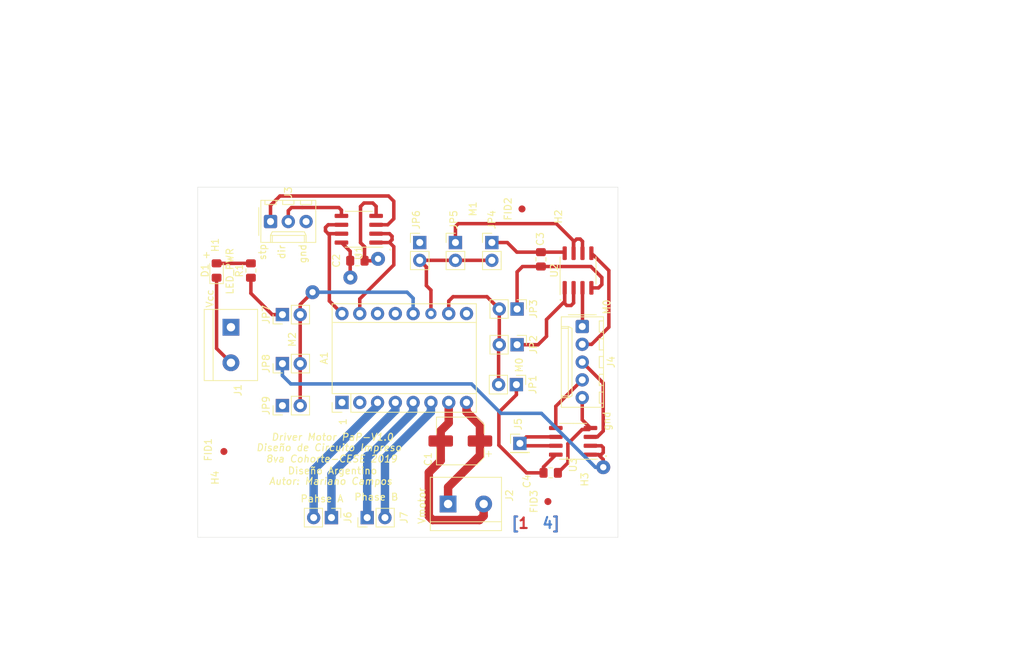
<source format=kicad_pcb>
(kicad_pcb (version 20171130) (host pcbnew 5.1.4-e60b266~84~ubuntu18.04.1)

  (general
    (thickness 1.6)
    (drawings 40)
    (tracks 197)
    (zones 0)
    (modules 33)
    (nets 26)
  )

  (page A4)
  (title_block
    (title "Driver Motor PaP - V1.0 ")
    (date 2019-10-30)
    (rev 1.0)
    (company "Estudiante - CESE 8 Cohorte 2019")
    (comment 1 "Revisor : Diego Brengi - Martin Gambarota ")
    (comment 2 "Autor: Mariano Campos")
  )

  (layers
    (0 1-F.Cu signal)
    (1 2-In1.Cu.GND power)
    (2 3-In2.Cu.VCC power)
    (31 4-B.Cu signal)
    (32 B.Adhes user)
    (33 F.Adhes user)
    (34 B.Paste user)
    (35 F.Paste user)
    (36 B.SilkS user)
    (37 F.SilkS user)
    (38 B.Mask user)
    (39 F.Mask user)
    (40 Dwgs.User user)
    (41 Cmts.User user)
    (42 Eco1.User user)
    (43 Eco2.User user)
    (44 Edge.Cuts user)
    (45 Margin user)
    (46 B.CrtYd user)
    (47 F.CrtYd user)
    (48 B.Fab user)
    (49 F.Fab user)
  )

  (setup
    (last_trace_width 0.5)
    (user_trace_width 0.8)
    (user_trace_width 1)
    (user_trace_width 1.2)
    (trace_clearance 0.5)
    (zone_clearance 0.508)
    (zone_45_only no)
    (trace_min 0.2)
    (via_size 1.6)
    (via_drill 0.8)
    (via_min_size 0.4)
    (via_min_drill 0.3)
    (user_via 1.6 0.8)
    (user_via 2 0.9)
    (uvia_size 0.3)
    (uvia_drill 0.1)
    (uvias_allowed no)
    (uvia_min_size 0.2)
    (uvia_min_drill 0.1)
    (edge_width 0.05)
    (segment_width 0.2)
    (pcb_text_width 0.3)
    (pcb_text_size 1.5 1.5)
    (mod_edge_width 0.12)
    (mod_text_size 1 1)
    (mod_text_width 0.15)
    (pad_size 1.6 1.6)
    (pad_drill 1)
    (pad_to_mask_clearance 0.051)
    (solder_mask_min_width 0.25)
    (aux_axis_origin 111.25 122.75)
    (visible_elements FFFFFF7F)
    (pcbplotparams
      (layerselection 0x010fc_ffffffff)
      (usegerberextensions false)
      (usegerberattributes false)
      (usegerberadvancedattributes false)
      (creategerberjobfile false)
      (excludeedgelayer true)
      (linewidth 0.100000)
      (plotframeref false)
      (viasonmask false)
      (mode 1)
      (useauxorigin false)
      (hpglpennumber 1)
      (hpglpenspeed 20)
      (hpglpendiameter 15.000000)
      (psnegative false)
      (psa4output false)
      (plotreference true)
      (plotvalue true)
      (plotinvisibletext false)
      (padsonsilk false)
      (subtractmaskfromsilk false)
      (outputformat 1)
      (mirror false)
      (drillshape 1)
      (scaleselection 1)
      (outputdirectory ""))
  )

  (net 0 "")
  (net 1 GND)
  (net 2 "Net-(A1-Pad2)")
  (net 3 "Net-(A1-Pad10)")
  (net 4 "Net-(A1-Pad3)")
  (net 5 "Net-(A1-Pad11)")
  (net 6 "Net-(A1-Pad4)")
  (net 7 "Net-(A1-Pad12)")
  (net 8 "Net-(A1-Pad5)")
  (net 9 VCC)
  (net 10 "Net-(A1-Pad6)")
  (net 11 "Net-(A1-Pad15)")
  (net 12 "Net-(A1-Pad16)")
  (net 13 "Net-(D1-Pad2)")
  (net 14 "Net-(J3-Pad1)")
  (net 15 "Net-(J3-Pad2)")
  (net 16 "Net-(J4-Pad1)")
  (net 17 "Net-(J4-Pad2)")
  (net 18 "Net-(J4-Pad3)")
  (net 19 "Net-(J4-Pad4)")
  (net 20 "Net-(J5-Pad1)")
  (net 21 "Net-(JP2-Pad1)")
  (net 22 "Net-(JP5-Pad1)")
  (net 23 "Net-(JP8-Pad1)")
  (net 24 VPP)
  (net 25 GNDPWR)

  (net_class Default "This is the default net class."
    (clearance 0.5)
    (trace_width 0.5)
    (via_dia 1.6)
    (via_drill 0.8)
    (uvia_dia 0.3)
    (uvia_drill 0.1)
    (add_net GND)
    (add_net GNDPWR)
    (add_net "Net-(A1-Pad10)")
    (add_net "Net-(A1-Pad11)")
    (add_net "Net-(A1-Pad12)")
    (add_net "Net-(A1-Pad15)")
    (add_net "Net-(A1-Pad16)")
    (add_net "Net-(A1-Pad2)")
    (add_net "Net-(A1-Pad3)")
    (add_net "Net-(A1-Pad4)")
    (add_net "Net-(A1-Pad5)")
    (add_net "Net-(A1-Pad6)")
    (add_net "Net-(D1-Pad2)")
    (add_net "Net-(J3-Pad1)")
    (add_net "Net-(J3-Pad2)")
    (add_net "Net-(J4-Pad1)")
    (add_net "Net-(J4-Pad2)")
    (add_net "Net-(J4-Pad3)")
    (add_net "Net-(J4-Pad4)")
    (add_net "Net-(J5-Pad1)")
    (add_net "Net-(JP2-Pad1)")
    (add_net "Net-(JP5-Pad1)")
    (add_net "Net-(JP8-Pad1)")
    (add_net VCC)
    (add_net VPP)
  )

  (module Fiducial:Fiducial_1mm_Mask2mm (layer 1-F.Cu) (tedit 5C18CB26) (tstamp 5DC194D3)
    (at 157.5 129.9 90)
    (descr "Circular Fiducial, 1mm bare copper, 2mm soldermask opening (Level A)")
    (tags fiducial)
    (path /5DC3D0C7)
    (attr smd)
    (fp_text reference FID3 (at 0 -2 90) (layer F.SilkS)
      (effects (font (size 1 1) (thickness 0.15)))
    )
    (fp_text value Fiducial (at 0 2 90) (layer F.Fab)
      (effects (font (size 1 1) (thickness 0.15)))
    )
    (fp_circle (center 0 0) (end 1.25 0) (layer F.CrtYd) (width 0.05))
    (fp_text user %R (at 0 0 90) (layer F.Fab)
      (effects (font (size 0.4 0.4) (thickness 0.06)))
    )
    (fp_circle (center 0 0) (end 1 0) (layer F.Fab) (width 0.1))
    (pad "" smd circle (at 0 0 90) (size 1 1) (layers 1-F.Cu F.Mask)
      (solder_mask_margin 0.5) (clearance 0.5))
  )

  (module Fiducial:Fiducial_1mm_Mask2mm (layer 1-F.Cu) (tedit 5C18CB26) (tstamp 5DC194CB)
    (at 153.8 88.1 90)
    (descr "Circular Fiducial, 1mm bare copper, 2mm soldermask opening (Level A)")
    (tags fiducial)
    (path /5DC3DB48)
    (attr smd)
    (fp_text reference FID2 (at 0 -2 90) (layer F.SilkS)
      (effects (font (size 1 1) (thickness 0.15)))
    )
    (fp_text value Fiducial (at 0 2 90) (layer F.Fab)
      (effects (font (size 1 1) (thickness 0.15)))
    )
    (fp_circle (center 0 0) (end 1.25 0) (layer F.CrtYd) (width 0.05))
    (fp_text user %R (at 0 0 90) (layer F.Fab)
      (effects (font (size 0.4 0.4) (thickness 0.06)))
    )
    (fp_circle (center 0 0) (end 1 0) (layer F.Fab) (width 0.1))
    (pad "" smd circle (at 0 0 90) (size 1 1) (layers 1-F.Cu F.Mask)
      (solder_mask_margin 0.5) (clearance 0.5))
  )

  (module MountingHole:MountingHole_3.2mm_M3 (layer 1-F.Cu) (tedit 56D1B4CB) (tstamp 5DB4BD74)
    (at 163.75 88.75)
    (descr "Mounting Hole 3.2mm, no annular, M3")
    (tags "mounting hole 3.2mm no annular m3")
    (path /5DF5A9A6)
    (attr virtual)
    (fp_text reference H2 (at -4.75 0.45 90) (layer F.SilkS)
      (effects (font (size 1 1) (thickness 0.15)))
    )
    (fp_text value MountingHole (at 0 4.2) (layer F.Fab) hide
      (effects (font (size 1 1) (thickness 0.15)))
    )
    (fp_text user %R (at 0.3 0) (layer F.Fab)
      (effects (font (size 1 1) (thickness 0.15)))
    )
    (fp_circle (center 0 0) (end 3.2 0) (layer Cmts.User) (width 0.15))
    (fp_circle (center 0 0) (end 3.45 0) (layer F.CrtYd) (width 0.05))
    (pad 1 np_thru_hole circle (at 0 0) (size 3.2 3.2) (drill 3.2) (layers *.Cu *.Mask))
  )

  (module Connector_PinHeader_2.54mm:PinHeader_1x02_P2.54mm_Vertical (layer 1-F.Cu) (tedit 5DBA2D02) (tstamp 5D96DEE1)
    (at 126.6 132.2 270)
    (descr "Through hole straight pin header, 1x02, 2.54mm pitch, single row")
    (tags "Through hole pin header THT 1x02 2.54mm single row")
    (path /5DEC85AC)
    (fp_text reference J6 (at 0 -2.33 90) (layer F.SilkS)
      (effects (font (size 1 1) (thickness 0.15)))
    )
    (fp_text value Conn_01x02 (at 2.05 2.35 180) (layer F.Fab)
      (effects (font (size 1 1) (thickness 0.15)))
    )
    (fp_text user %R (at 0 1.27 90) (layer F.Fab)
      (effects (font (size 1 1) (thickness 0.15)))
    )
    (fp_line (start 1.8 -1.8) (end -1.8 -1.8) (layer F.CrtYd) (width 0.05))
    (fp_line (start 1.8 4.35) (end 1.8 -1.8) (layer F.CrtYd) (width 0.05))
    (fp_line (start -1.8 4.35) (end 1.8 4.35) (layer F.CrtYd) (width 0.05))
    (fp_line (start -1.8 -1.8) (end -1.8 4.35) (layer F.CrtYd) (width 0.05))
    (fp_line (start -1.33 -1.33) (end 0 -1.33) (layer F.SilkS) (width 0.12))
    (fp_line (start -1.33 0) (end -1.33 -1.33) (layer F.SilkS) (width 0.12))
    (fp_line (start -1.33 1.27) (end 1.33 1.27) (layer F.SilkS) (width 0.12))
    (fp_line (start 1.33 1.27) (end 1.33 3.87) (layer F.SilkS) (width 0.12))
    (fp_line (start -1.33 1.27) (end -1.33 3.87) (layer F.SilkS) (width 0.12))
    (fp_line (start -1.33 3.87) (end 1.33 3.87) (layer F.SilkS) (width 0.12))
    (fp_line (start -1.27 -0.635) (end -0.635 -1.27) (layer F.Fab) (width 0.1))
    (fp_line (start -1.27 3.81) (end -1.27 -0.635) (layer F.Fab) (width 0.1))
    (fp_line (start 1.27 3.81) (end -1.27 3.81) (layer F.Fab) (width 0.1))
    (fp_line (start 1.27 -1.27) (end 1.27 3.81) (layer F.Fab) (width 0.1))
    (fp_line (start -0.635 -1.27) (end 1.27 -1.27) (layer F.Fab) (width 0.1))
    (pad 2 thru_hole oval (at 0 2.54 270) (size 1.9 1.9) (drill 1) (layers *.Cu *.Mask)
      (net 4 "Net-(A1-Pad3)"))
    (pad 1 thru_hole rect (at 0 0 270) (size 1.9 1.9) (drill 1) (layers *.Cu *.Mask)
      (net 6 "Net-(A1-Pad4)"))
    (model ${KISYS3DMOD}/Connector_PinHeader_2.54mm.3dshapes/PinHeader_1x02_P2.54mm_Vertical.wrl
      (at (xyz 0 0 0))
      (scale (xyz 1 1 1))
      (rotate (xyz 0 0 0))
    )
  )

  (module TerminalBlock:TerminalBlock_bornier-2_P5.08mm (layer 1-F.Cu) (tedit 5DBA2C67) (tstamp 5DB769BF)
    (at 143.25 130.25)
    (descr "simple 2-pin terminal block, pitch 5.08mm, revamped version of bornier2")
    (tags "terminal block bornier2")
    (path /5DFC707D)
    (fp_text reference J2 (at 8.75 -1.2 90) (layer F.SilkS)
      (effects (font (size 1 1) (thickness 0.15)))
    )
    (fp_text value Conn_01x02 (at 2.54 5.08) (layer F.Fab) hide
      (effects (font (size 1 1) (thickness 0.15)))
    )
    (fp_line (start 7.79 4) (end -2.71 4) (layer F.CrtYd) (width 0.05))
    (fp_line (start 7.79 4) (end 7.79 -4) (layer F.CrtYd) (width 0.05))
    (fp_line (start -2.71 -4) (end -2.71 4) (layer F.CrtYd) (width 0.05))
    (fp_line (start -2.71 -4) (end 7.79 -4) (layer F.CrtYd) (width 0.05))
    (fp_line (start -2.54 3.81) (end 7.62 3.81) (layer F.SilkS) (width 0.12))
    (fp_line (start -2.54 -3.81) (end -2.54 3.81) (layer F.SilkS) (width 0.12))
    (fp_line (start 7.62 -3.81) (end -2.54 -3.81) (layer F.SilkS) (width 0.12))
    (fp_line (start 7.62 3.81) (end 7.62 -3.81) (layer F.SilkS) (width 0.12))
    (fp_line (start 7.62 2.54) (end -2.54 2.54) (layer F.SilkS) (width 0.12))
    (fp_line (start 7.54 -3.75) (end -2.46 -3.75) (layer F.Fab) (width 0.1))
    (fp_line (start 7.54 3.75) (end 7.54 -3.75) (layer F.Fab) (width 0.1))
    (fp_line (start -2.46 3.75) (end 7.54 3.75) (layer F.Fab) (width 0.1))
    (fp_line (start -2.46 -3.75) (end -2.46 3.75) (layer F.Fab) (width 0.1))
    (fp_line (start -2.41 2.55) (end 7.49 2.55) (layer F.Fab) (width 0.1))
    (fp_text user %R (at 2.54 0) (layer F.Fab)
      (effects (font (size 1 1) (thickness 0.15)))
    )
    (pad 2 thru_hole circle (at 5.08 0) (size 2.4 2.4) (drill 1.2) (layers *.Cu *.Mask)
      (net 25 GNDPWR))
    (pad 1 thru_hole rect (at 0 0) (size 2.4 2.4) (drill 1.2) (layers *.Cu *.Mask)
      (net 24 VPP))
    (model ${KISYS3DMOD}/TerminalBlock.3dshapes/TerminalBlock_bornier-2_P5.08mm.wrl
      (offset (xyz 2.539999961853027 0 0))
      (scale (xyz 1 1 1))
      (rotate (xyz 0 0 0))
    )
    (model ${KIPRJMOD}/3d_conn_mkds/walter/conn_mkds/mkds_1,5-2.wrl
      (offset (xyz 2.5 0 0))
      (scale (xyz 1 1 1))
      (rotate (xyz 0 0 0))
    )
  )

  (module Capacitor_SMD:CP_Elec_6.3x5.4 (layer 1-F.Cu) (tedit 5BCA39D0) (tstamp 5DB4F37A)
    (at 145 121.25 180)
    (descr "SMD capacitor, aluminum electrolytic, Panasonic C55, 6.3x5.4mm")
    (tags "capacitor electrolytic")
    (path /5DEC956F)
    (attr smd)
    (fp_text reference C1 (at 4.6 -2.6 90) (layer F.SilkS)
      (effects (font (size 1 1) (thickness 0.15)))
    )
    (fp_text value "100 uF" (at 0.2 1.9 180) (layer F.Fab)
      (effects (font (size 1 1) (thickness 0.15)))
    )
    (fp_text user %R (at 0 0 180) (layer F.Fab)
      (effects (font (size 1 1) (thickness 0.15)))
    )
    (fp_line (start -4.8 1.05) (end -3.55 1.05) (layer F.CrtYd) (width 0.05))
    (fp_line (start -4.8 -1.05) (end -4.8 1.05) (layer F.CrtYd) (width 0.05))
    (fp_line (start -3.55 -1.05) (end -4.8 -1.05) (layer F.CrtYd) (width 0.05))
    (fp_line (start -3.55 1.05) (end -3.55 2.4) (layer F.CrtYd) (width 0.05))
    (fp_line (start -3.55 -2.4) (end -3.55 -1.05) (layer F.CrtYd) (width 0.05))
    (fp_line (start -3.55 -2.4) (end -2.4 -3.55) (layer F.CrtYd) (width 0.05))
    (fp_line (start -3.55 2.4) (end -2.4 3.55) (layer F.CrtYd) (width 0.05))
    (fp_line (start -2.4 -3.55) (end 3.55 -3.55) (layer F.CrtYd) (width 0.05))
    (fp_line (start -2.4 3.55) (end 3.55 3.55) (layer F.CrtYd) (width 0.05))
    (fp_line (start 3.55 1.05) (end 3.55 3.55) (layer F.CrtYd) (width 0.05))
    (fp_line (start 4.8 1.05) (end 3.55 1.05) (layer F.CrtYd) (width 0.05))
    (fp_line (start 4.8 -1.05) (end 4.8 1.05) (layer F.CrtYd) (width 0.05))
    (fp_line (start 3.55 -1.05) (end 4.8 -1.05) (layer F.CrtYd) (width 0.05))
    (fp_line (start 3.55 -3.55) (end 3.55 -1.05) (layer F.CrtYd) (width 0.05))
    (fp_line (start -4.04375 -2.24125) (end -4.04375 -1.45375) (layer F.SilkS) (width 0.12))
    (fp_line (start -4.4375 -1.8475) (end -3.65 -1.8475) (layer F.SilkS) (width 0.12))
    (fp_line (start -3.41 2.345563) (end -2.345563 3.41) (layer F.SilkS) (width 0.12))
    (fp_line (start -3.41 -2.345563) (end -2.345563 -3.41) (layer F.SilkS) (width 0.12))
    (fp_line (start -3.41 -2.345563) (end -3.41 -1.06) (layer F.SilkS) (width 0.12))
    (fp_line (start -3.41 2.345563) (end -3.41 1.06) (layer F.SilkS) (width 0.12))
    (fp_line (start -2.345563 3.41) (end 3.41 3.41) (layer F.SilkS) (width 0.12))
    (fp_line (start -2.345563 -3.41) (end 3.41 -3.41) (layer F.SilkS) (width 0.12))
    (fp_line (start 3.41 -3.41) (end 3.41 -1.06) (layer F.SilkS) (width 0.12))
    (fp_line (start 3.41 3.41) (end 3.41 1.06) (layer F.SilkS) (width 0.12))
    (fp_line (start -2.389838 -1.645) (end -2.389838 -1.015) (layer F.Fab) (width 0.1))
    (fp_line (start -2.704838 -1.33) (end -2.074838 -1.33) (layer F.Fab) (width 0.1))
    (fp_line (start -3.3 2.3) (end -2.3 3.3) (layer F.Fab) (width 0.1))
    (fp_line (start -3.3 -2.3) (end -2.3 -3.3) (layer F.Fab) (width 0.1))
    (fp_line (start -3.3 -2.3) (end -3.3 2.3) (layer F.Fab) (width 0.1))
    (fp_line (start -2.3 3.3) (end 3.3 3.3) (layer F.Fab) (width 0.1))
    (fp_line (start -2.3 -3.3) (end 3.3 -3.3) (layer F.Fab) (width 0.1))
    (fp_line (start 3.3 -3.3) (end 3.3 3.3) (layer F.Fab) (width 0.1))
    (fp_circle (center 0 0) (end 3.15 0) (layer F.Fab) (width 0.1))
    (pad 2 smd roundrect (at 2.8 0 180) (size 3.5 1.6) (layers 1-F.Cu F.Paste F.Mask) (roundrect_rratio 0.15625)
      (net 25 GNDPWR))
    (pad 1 smd roundrect (at -2.8 0 180) (size 3.5 1.6) (layers 1-F.Cu F.Paste F.Mask) (roundrect_rratio 0.15625)
      (net 24 VPP))
    (model ${KISYS3DMOD}/Capacitor_SMD.3dshapes/CP_Elec_6.3x5.4.wrl
      (at (xyz 0 0 0))
      (scale (xyz 1 1 1))
      (rotate (xyz 0 0 0))
    )
  )

  (module Module:Pololu_Breakout-16_15.2x20.3mm (layer 1-F.Cu) (tedit 5DBA30C9) (tstamp 5DB34756)
    (at 128.1 115.75 90)
    (descr "Pololu Breakout 16-pin 15.2x20.3mm 0.6x0.8\\")
    (tags "Pololu Breakout")
    (path /5DEC7CEC)
    (fp_text reference A1 (at 6.35 -2.54 90) (layer F.SilkS)
      (effects (font (size 1 1) (thickness 0.15)))
    )
    (fp_text value Pololu_Breakout_DRV8825 (at 6.35 20.17 90) (layer F.Fab)
      (effects (font (size 1 1) (thickness 0.15)))
    )
    (fp_line (start 14.21 19.3) (end -1.53 19.3) (layer F.CrtYd) (width 0.05))
    (fp_line (start 14.21 19.3) (end 14.21 -1.52) (layer F.CrtYd) (width 0.05))
    (fp_line (start -1.53 -1.52) (end -1.53 19.3) (layer F.CrtYd) (width 0.05))
    (fp_line (start -1.53 -1.52) (end 14.21 -1.52) (layer F.CrtYd) (width 0.05))
    (fp_line (start -1.27 19.05) (end -1.27 0) (layer F.Fab) (width 0.1))
    (fp_line (start 13.97 19.05) (end -1.27 19.05) (layer F.Fab) (width 0.1))
    (fp_line (start 13.97 -1.27) (end 13.97 19.05) (layer F.Fab) (width 0.1))
    (fp_line (start 0 -1.27) (end 13.97 -1.27) (layer F.Fab) (width 0.1))
    (fp_line (start -1.27 0) (end 0 -1.27) (layer F.Fab) (width 0.1))
    (fp_line (start 14.1 -1.4) (end 1.27 -1.4) (layer F.SilkS) (width 0.12))
    (fp_line (start 14.1 19.18) (end 14.1 -1.4) (layer F.SilkS) (width 0.12))
    (fp_line (start -1.4 19.18) (end 14.1 19.18) (layer F.SilkS) (width 0.12))
    (fp_line (start -1.4 1.27) (end -1.4 19.18) (layer F.SilkS) (width 0.12))
    (fp_line (start 1.27 1.27) (end -1.4 1.27) (layer F.SilkS) (width 0.12))
    (fp_line (start 1.27 -1.4) (end 1.27 1.27) (layer F.SilkS) (width 0.12))
    (fp_line (start -1.4 -1.4) (end -1.4 0) (layer F.SilkS) (width 0.12))
    (fp_line (start 0 -1.4) (end -1.4 -1.4) (layer F.SilkS) (width 0.12))
    (fp_line (start 1.27 1.27) (end 1.27 19.18) (layer F.SilkS) (width 0.12))
    (fp_line (start 11.43 -1.4) (end 11.43 19.18) (layer F.SilkS) (width 0.12))
    (fp_text user %R (at 6.35 0 90) (layer F.Fab)
      (effects (font (size 1 1) (thickness 0.15)))
    )
    (pad 16 thru_hole oval (at 12.7 0 90) (size 1.9 1.9) (drill 1) (layers *.Cu *.Mask)
      (net 12 "Net-(A1-Pad16)"))
    (pad 8 thru_hole oval (at 0 17.78 90) (size 1.9 1.9) (drill 1) (layers *.Cu *.Mask)
      (net 24 VPP))
    (pad 15 thru_hole oval (at 12.7 2.54 90) (size 1.9 1.9) (drill 1) (layers *.Cu *.Mask)
      (net 11 "Net-(A1-Pad15)"))
    (pad 7 thru_hole oval (at 0 15.24 90) (size 1.9 1.9) (drill 1) (layers *.Cu *.Mask)
      (net 25 GNDPWR))
    (pad 14 thru_hole oval (at 12.7 5.08 90) (size 1.9 1.9) (drill 1) (layers *.Cu *.Mask)
      (net 9 VCC))
    (pad 6 thru_hole oval (at 0 12.7 90) (size 1.9 1.9) (drill 1) (layers *.Cu *.Mask)
      (net 10 "Net-(A1-Pad6)"))
    (pad 13 thru_hole oval (at 12.7 7.62 90) (size 1.9 1.9) (drill 1) (layers *.Cu *.Mask)
      (net 9 VCC))
    (pad 5 thru_hole oval (at 0 10.16 90) (size 1.9 1.9) (drill 1) (layers *.Cu *.Mask)
      (net 8 "Net-(A1-Pad5)"))
    (pad 12 thru_hole oval (at 12.7 10.16 90) (size 1.9 1.9) (drill 1) (layers *.Cu *.Mask)
      (net 7 "Net-(A1-Pad12)"))
    (pad 4 thru_hole oval (at 0 7.62 90) (size 1.9 1.9) (drill 1) (layers *.Cu *.Mask)
      (net 6 "Net-(A1-Pad4)"))
    (pad 11 thru_hole oval (at 12.7 12.7 90) (size 1.6 1.6) (drill 0.8) (layers *.Cu *.Mask)
      (net 5 "Net-(A1-Pad11)"))
    (pad 3 thru_hole oval (at 0 5.08 90) (size 1.9 1.9) (drill 1) (layers *.Cu *.Mask)
      (net 4 "Net-(A1-Pad3)"))
    (pad 10 thru_hole oval (at 12.7 15.24 90) (size 1.9 1.9) (drill 1) (layers *.Cu *.Mask)
      (net 3 "Net-(A1-Pad10)"))
    (pad 2 thru_hole oval (at 0 2.54 90) (size 1.9 1.9) (drill 1) (layers *.Cu *.Mask)
      (net 2 "Net-(A1-Pad2)"))
    (pad 9 thru_hole oval (at 12.7 17.78 90) (size 1.9 1.9) (drill 1) (layers *.Cu *.Mask)
      (net 1 GND))
    (pad 1 thru_hole rect (at 0 0 90) (size 1.9 1.9) (drill 1) (layers *.Cu *.Mask)
      (net 1 GND))
    (model ${KISYS3DMOD}/Module.3dshapes/Pololu_Breakout-16_15.2x20.3mm.wrl
      (at (xyz 0 0 0))
      (scale (xyz 1 1 1))
      (rotate (xyz 0 0 0))
    )
    (model ${KIPRJMOD}/drv8825-1.snapshot.5/8825_sin_disip.stp
      (offset (xyz -1 1 -5.5))
      (scale (xyz 1 1 1))
      (rotate (xyz 0 0 90))
    )
  )

  (module Package_SO:SOIC-8_3.9x4.9mm_P1.27mm (layer 1-F.Cu) (tedit 5C97300E) (tstamp 5D978EDE)
    (at 161.1 121.3 180)
    (descr "SOIC, 8 Pin (JEDEC MS-012AA, https://www.analog.com/media/en/package-pcb-resources/package/pkg_pdf/soic_narrow-r/r_8.pdf), generated with kicad-footprint-generator ipc_gullwing_generator.py")
    (tags "SOIC SO")
    (path /5DEDA85E)
    (attr smd)
    (fp_text reference U3 (at 0 -3.4 90) (layer F.SilkS)
      (effects (font (size 1 1) (thickness 0.15)))
    )
    (fp_text value LM358 (at 0 3.4) (layer F.Fab)
      (effects (font (size 1 1) (thickness 0.15)))
    )
    (fp_text user %R (at 0.4 0.25) (layer F.Fab)
      (effects (font (size 0.98 0.98) (thickness 0.15)))
    )
    (fp_line (start 3.7 -2.7) (end -3.7 -2.7) (layer F.CrtYd) (width 0.05))
    (fp_line (start 3.7 2.7) (end 3.7 -2.7) (layer F.CrtYd) (width 0.05))
    (fp_line (start -3.7 2.7) (end 3.7 2.7) (layer F.CrtYd) (width 0.05))
    (fp_line (start -3.7 -2.7) (end -3.7 2.7) (layer F.CrtYd) (width 0.05))
    (fp_line (start -1.95 -1.475) (end -0.975 -2.45) (layer F.Fab) (width 0.1))
    (fp_line (start -1.95 2.45) (end -1.95 -1.475) (layer F.Fab) (width 0.1))
    (fp_line (start 1.95 2.45) (end -1.95 2.45) (layer F.Fab) (width 0.1))
    (fp_line (start 1.95 -2.45) (end 1.95 2.45) (layer F.Fab) (width 0.1))
    (fp_line (start -0.975 -2.45) (end 1.95 -2.45) (layer F.Fab) (width 0.1))
    (fp_line (start 0 -2.56) (end -3.45 -2.56) (layer F.SilkS) (width 0.12))
    (fp_line (start 0 -2.56) (end 1.95 -2.56) (layer F.SilkS) (width 0.12))
    (fp_line (start 0 2.56) (end -1.95 2.56) (layer F.SilkS) (width 0.12))
    (fp_line (start 0 2.56) (end 1.95 2.56) (layer F.SilkS) (width 0.12))
    (pad 8 smd roundrect (at 2.475 -1.905 180) (size 1.95 0.6) (layers 1-F.Cu F.Paste F.Mask) (roundrect_rratio 0.25)
      (net 9 VCC))
    (pad 7 smd roundrect (at 2.475 -0.635 180) (size 1.95 0.6) (layers 1-F.Cu F.Paste F.Mask) (roundrect_rratio 0.25)
      (net 20 "Net-(J5-Pad1)"))
    (pad 6 smd roundrect (at 2.475 0.635 180) (size 1.95 0.6) (layers 1-F.Cu F.Paste F.Mask) (roundrect_rratio 0.25)
      (net 20 "Net-(J5-Pad1)"))
    (pad 5 smd roundrect (at 2.475 1.905 180) (size 1.95 0.6) (layers 1-F.Cu F.Paste F.Mask) (roundrect_rratio 0.25)
      (net 19 "Net-(J4-Pad4)"))
    (pad 4 smd roundrect (at -2.475 1.905 180) (size 1.95 0.6) (layers 1-F.Cu F.Paste F.Mask) (roundrect_rratio 0.25)
      (net 1 GND))
    (pad 3 smd roundrect (at -2.475 0.635 180) (size 1.95 0.6) (layers 1-F.Cu F.Paste F.Mask) (roundrect_rratio 0.25)
      (net 18 "Net-(J4-Pad3)"))
    (pad 2 smd roundrect (at -2.475 -0.635 180) (size 1.95 0.6) (layers 1-F.Cu F.Paste F.Mask) (roundrect_rratio 0.25)
      (net 23 "Net-(JP8-Pad1)"))
    (pad 1 smd roundrect (at -2.475 -1.905 180) (size 1.95 0.6) (layers 1-F.Cu F.Paste F.Mask) (roundrect_rratio 0.25)
      (net 23 "Net-(JP8-Pad1)"))
    (model ${KISYS3DMOD}/Package_SO.3dshapes/SOIC-8_3.9x4.9mm_P1.27mm.wrl
      (at (xyz 0 0 0))
      (scale (xyz 1 1 1))
      (rotate (xyz 0 0 0))
    )
  )

  (module Package_SO:SOIC-8_3.9x4.9mm_P1.27mm (layer 1-F.Cu) (tedit 5C97300E) (tstamp 5DBDAA1D)
    (at 161.8 96.9 90)
    (descr "SOIC, 8 Pin (JEDEC MS-012AA, https://www.analog.com/media/en/package-pcb-resources/package/pkg_pdf/soic_narrow-r/r_8.pdf), generated with kicad-footprint-generator ipc_gullwing_generator.py")
    (tags "SOIC SO")
    (path /5DECE83E)
    (attr smd)
    (fp_text reference U2 (at 0 -3.4 90) (layer F.SilkS)
      (effects (font (size 1 1) (thickness 0.15)))
    )
    (fp_text value LM358 (at 0 3.4 90) (layer F.Fab)
      (effects (font (size 1 1) (thickness 0.15)))
    )
    (fp_line (start 0 2.56) (end 1.95 2.56) (layer F.SilkS) (width 0.12))
    (fp_line (start 0 2.56) (end -1.95 2.56) (layer F.SilkS) (width 0.12))
    (fp_line (start 0 -2.56) (end 1.95 -2.56) (layer F.SilkS) (width 0.12))
    (fp_line (start 0 -2.56) (end -3.45 -2.56) (layer F.SilkS) (width 0.12))
    (fp_line (start -0.975 -2.45) (end 1.95 -2.45) (layer F.Fab) (width 0.1))
    (fp_line (start 1.95 -2.45) (end 1.95 2.45) (layer F.Fab) (width 0.1))
    (fp_line (start 1.95 2.45) (end -1.95 2.45) (layer F.Fab) (width 0.1))
    (fp_line (start -1.95 2.45) (end -1.95 -1.475) (layer F.Fab) (width 0.1))
    (fp_line (start -1.95 -1.475) (end -0.975 -2.45) (layer F.Fab) (width 0.1))
    (fp_line (start -3.7 -2.7) (end -3.7 2.7) (layer F.CrtYd) (width 0.05))
    (fp_line (start -3.7 2.7) (end 3.7 2.7) (layer F.CrtYd) (width 0.05))
    (fp_line (start 3.7 2.7) (end 3.7 -2.7) (layer F.CrtYd) (width 0.05))
    (fp_line (start 3.7 -2.7) (end -3.7 -2.7) (layer F.CrtYd) (width 0.05))
    (fp_text user %R (at 0 0 90) (layer B.Fab)
      (effects (font (size 0.98 0.98) (thickness 0.15)) (justify mirror))
    )
    (pad 1 smd roundrect (at -2.475 -1.905 90) (size 1.95 0.6) (layers 1-F.Cu F.Paste F.Mask) (roundrect_rratio 0.25)
      (net 21 "Net-(JP2-Pad1)"))
    (pad 2 smd roundrect (at -2.475 -0.635 90) (size 1.95 0.6) (layers 1-F.Cu F.Paste F.Mask) (roundrect_rratio 0.25)
      (net 21 "Net-(JP2-Pad1)"))
    (pad 3 smd roundrect (at -2.475 0.635 90) (size 1.95 0.6) (layers 1-F.Cu F.Paste F.Mask) (roundrect_rratio 0.25)
      (net 16 "Net-(J4-Pad1)"))
    (pad 4 smd roundrect (at -2.475 1.905 90) (size 1.95 0.6) (layers 1-F.Cu F.Paste F.Mask) (roundrect_rratio 0.25)
      (net 1 GND))
    (pad 5 smd roundrect (at 2.475 1.905 90) (size 1.95 0.6) (layers 1-F.Cu F.Paste F.Mask) (roundrect_rratio 0.25)
      (net 17 "Net-(J4-Pad2)"))
    (pad 6 smd roundrect (at 2.475 0.635 90) (size 1.95 0.6) (layers 1-F.Cu F.Paste F.Mask) (roundrect_rratio 0.25)
      (net 22 "Net-(JP5-Pad1)"))
    (pad 7 smd roundrect (at 2.475 -0.635 90) (size 1.95 0.6) (layers 1-F.Cu F.Paste F.Mask) (roundrect_rratio 0.25)
      (net 22 "Net-(JP5-Pad1)"))
    (pad 8 smd roundrect (at 2.475 -1.905 90) (size 1.95 0.6) (layers 1-F.Cu F.Paste F.Mask) (roundrect_rratio 0.25)
      (net 9 VCC))
    (model ${KISYS3DMOD}/Package_SO.3dshapes/SOIC-8_3.9x4.9mm_P1.27mm.wrl
      (at (xyz 0 0 0))
      (scale (xyz 1 1 1))
      (rotate (xyz 0 0 0))
    )
  )

  (module Package_SO:SOIC-8_3.9x4.9mm_P1.27mm (layer 1-F.Cu) (tedit 5C97300E) (tstamp 5D978EA8)
    (at 130.5 91 180)
    (descr "SOIC, 8 Pin (JEDEC MS-012AA, https://www.analog.com/media/en/package-pcb-resources/package/pkg_pdf/soic_narrow-r/r_8.pdf), generated with kicad-footprint-generator ipc_gullwing_generator.py")
    (tags "SOIC SO")
    (path /5DECCD57)
    (attr smd)
    (fp_text reference U1 (at 0 -3.4 90) (layer F.SilkS)
      (effects (font (size 1 1) (thickness 0.15)))
    )
    (fp_text value LM358 (at 0 3.4 180) (layer F.Fab)
      (effects (font (size 1 1) (thickness 0.15)))
    )
    (fp_text user %R (at 0 0 180) (layer F.Fab)
      (effects (font (size 0.98 0.98) (thickness 0.15)))
    )
    (fp_line (start 3.7 -2.7) (end -3.7 -2.7) (layer F.CrtYd) (width 0.05))
    (fp_line (start 3.7 2.7) (end 3.7 -2.7) (layer F.CrtYd) (width 0.05))
    (fp_line (start -3.7 2.7) (end 3.7 2.7) (layer F.CrtYd) (width 0.05))
    (fp_line (start -3.7 -2.7) (end -3.7 2.7) (layer F.CrtYd) (width 0.05))
    (fp_line (start -1.95 -1.475) (end -0.975 -2.45) (layer F.Fab) (width 0.1))
    (fp_line (start -1.95 2.45) (end -1.95 -1.475) (layer F.Fab) (width 0.1))
    (fp_line (start 1.95 2.45) (end -1.95 2.45) (layer F.Fab) (width 0.1))
    (fp_line (start 1.95 -2.45) (end 1.95 2.45) (layer F.Fab) (width 0.1))
    (fp_line (start -0.975 -2.45) (end 1.95 -2.45) (layer F.Fab) (width 0.1))
    (fp_line (start 0 -2.56) (end -3.45 -2.56) (layer F.SilkS) (width 0.12))
    (fp_line (start 0 -2.56) (end 1.95 -2.56) (layer F.SilkS) (width 0.12))
    (fp_line (start 0 2.56) (end -1.95 2.56) (layer F.SilkS) (width 0.12))
    (fp_line (start 0 2.56) (end 1.95 2.56) (layer F.SilkS) (width 0.12))
    (pad 8 smd roundrect (at 2.475 -1.905 180) (size 1.95 0.6) (layers 1-F.Cu F.Paste F.Mask) (roundrect_rratio 0.25)
      (net 9 VCC))
    (pad 7 smd roundrect (at 2.475 -0.635 180) (size 1.95 0.6) (layers 1-F.Cu F.Paste F.Mask) (roundrect_rratio 0.25)
      (net 12 "Net-(A1-Pad16)"))
    (pad 6 smd roundrect (at 2.475 0.635 180) (size 1.95 0.6) (layers 1-F.Cu F.Paste F.Mask) (roundrect_rratio 0.25)
      (net 12 "Net-(A1-Pad16)"))
    (pad 5 smd roundrect (at 2.475 1.905 180) (size 1.95 0.6) (layers 1-F.Cu F.Paste F.Mask) (roundrect_rratio 0.25)
      (net 15 "Net-(J3-Pad2)"))
    (pad 4 smd roundrect (at -2.475 1.905 180) (size 1.95 0.6) (layers 1-F.Cu F.Paste F.Mask) (roundrect_rratio 0.25)
      (net 1 GND))
    (pad 3 smd roundrect (at -2.475 0.635 180) (size 1.95 0.6) (layers 1-F.Cu F.Paste F.Mask) (roundrect_rratio 0.25)
      (net 14 "Net-(J3-Pad1)"))
    (pad 2 smd roundrect (at -2.475 -0.635 180) (size 1.95 0.6) (layers 1-F.Cu F.Paste F.Mask) (roundrect_rratio 0.25)
      (net 11 "Net-(A1-Pad15)"))
    (pad 1 smd roundrect (at -2.475 -1.905 180) (size 1.95 0.6) (layers 1-F.Cu F.Paste F.Mask) (roundrect_rratio 0.25)
      (net 11 "Net-(A1-Pad15)"))
    (model ${KISYS3DMOD}/Package_SO.3dshapes/SOIC-8_3.9x4.9mm_P1.27mm.wrl
      (at (xyz 0 0 0))
      (scale (xyz 1 1 1))
      (rotate (xyz 0 0 0))
    )
  )

  (module Fiducial:Fiducial_1mm_Mask2mm (layer 1-F.Cu) (tedit 5C18CB26) (tstamp 5DB54398)
    (at 111.25 122.75)
    (descr "Circular Fiducial, 1mm bare copper, 2mm soldermask opening (Level A)")
    (tags fiducial)
    (path /5DB77960)
    (attr smd)
    (fp_text reference FID1 (at -2.25 -0.25 90) (layer F.SilkS)
      (effects (font (size 1 1) (thickness 0.15)))
    )
    (fp_text value Fiducial (at 2 0 90) (layer F.Fab)
      (effects (font (size 1 1) (thickness 0.15)))
    )
    (fp_circle (center 0 0) (end 1.25 0) (layer F.CrtYd) (width 0.05))
    (fp_text user %R (at 0 0) (layer F.Fab)
      (effects (font (size 0.4 0.4) (thickness 0.06)))
    )
    (fp_circle (center 0 0) (end 1 0) (layer F.Fab) (width 0.1))
    (pad "" smd circle (at 0 0) (size 1 1) (layers 1-F.Cu F.Mask)
      (solder_mask_margin 0.5) (clearance 0.5))
  )

  (module Capacitor_SMD:C_0805_2012Metric_Pad1.15x1.40mm_HandSolder (layer 1-F.Cu) (tedit 5B36C52B) (tstamp 5DB345E9)
    (at 157.9 125.8)
    (descr "Capacitor SMD 0805 (2012 Metric), square (rectangular) end terminal, IPC_7351 nominal with elongated pad for handsoldering. (Body size source: https://docs.google.com/spreadsheets/d/1BsfQQcO9C6DZCsRaXUlFlo91Tg2WpOkGARC1WS5S8t0/edit?usp=sharing), generated with kicad-footprint-generator")
    (tags "capacitor handsolder")
    (path /5DB3899B)
    (attr smd)
    (fp_text reference C4 (at -3.4 1.2 270) (layer F.SilkS)
      (effects (font (size 1 1) (thickness 0.15)))
    )
    (fp_text value 100nF (at 0 1.65 180) (layer F.Fab)
      (effects (font (size 1 1) (thickness 0.15)))
    )
    (fp_text user %R (at 0 0 180) (layer F.Fab)
      (effects (font (size 0.5 0.5) (thickness 0.08)))
    )
    (fp_line (start 1.85 0.95) (end -1.85 0.95) (layer F.CrtYd) (width 0.05))
    (fp_line (start 1.85 -0.95) (end 1.85 0.95) (layer F.CrtYd) (width 0.05))
    (fp_line (start -1.85 -0.95) (end 1.85 -0.95) (layer F.CrtYd) (width 0.05))
    (fp_line (start -1.85 0.95) (end -1.85 -0.95) (layer F.CrtYd) (width 0.05))
    (fp_line (start -0.261252 0.71) (end 0.261252 0.71) (layer F.SilkS) (width 0.12))
    (fp_line (start -0.261252 -0.71) (end 0.261252 -0.71) (layer F.SilkS) (width 0.12))
    (fp_line (start 1 0.6) (end -1 0.6) (layer F.Fab) (width 0.1))
    (fp_line (start 1 -0.6) (end 1 0.6) (layer F.Fab) (width 0.1))
    (fp_line (start -1 -0.6) (end 1 -0.6) (layer F.Fab) (width 0.1))
    (fp_line (start -1 0.6) (end -1 -0.6) (layer F.Fab) (width 0.1))
    (pad 2 smd roundrect (at 1.025 0) (size 1.15 1.4) (layers 1-F.Cu F.Paste F.Mask) (roundrect_rratio 0.217391)
      (net 1 GND))
    (pad 1 smd roundrect (at -1.025 0) (size 1.15 1.4) (layers 1-F.Cu F.Paste F.Mask) (roundrect_rratio 0.217391)
      (net 9 VCC))
    (model ${KISYS3DMOD}/Capacitor_SMD.3dshapes/C_0805_2012Metric.wrl
      (at (xyz 0 0 0))
      (scale (xyz 1 1 1))
      (rotate (xyz 0 0 0))
    )
  )

  (module Connector_PinHeader_2.54mm:PinHeader_1x01_P2.54mm_Vertical (layer 1-F.Cu) (tedit 5DBA2C0F) (tstamp 5DB9FCDD)
    (at 153.5 121.6)
    (descr "Through hole straight pin header, 1x01, 2.54mm pitch, single row")
    (tags "Through hole pin header THT 1x01 2.54mm single row")
    (path /5DAAE71B)
    (fp_text reference J5 (at -0.25 -2.75 90) (layer F.SilkS)
      (effects (font (size 1 1) (thickness 0.15)))
    )
    (fp_text value Conn_01x01 (at 0 2.33) (layer F.Fab)
      (effects (font (size 1 1) (thickness 0.15)))
    )
    (fp_line (start -0.635 -1.27) (end 1.27 -1.27) (layer F.Fab) (width 0.1))
    (fp_line (start 1.27 -1.27) (end 1.27 1.27) (layer F.Fab) (width 0.1))
    (fp_line (start 1.27 1.27) (end -1.27 1.27) (layer F.Fab) (width 0.1))
    (fp_line (start -1.27 1.27) (end -1.27 -0.635) (layer F.Fab) (width 0.1))
    (fp_line (start -1.27 -0.635) (end -0.635 -1.27) (layer F.Fab) (width 0.1))
    (fp_line (start -1.33 1.33) (end 1.33 1.33) (layer F.SilkS) (width 0.12))
    (fp_line (start -1.33 1.27) (end -1.33 1.33) (layer F.SilkS) (width 0.12))
    (fp_line (start 1.33 1.27) (end 1.33 1.33) (layer F.SilkS) (width 0.12))
    (fp_line (start -1.33 1.27) (end 1.33 1.27) (layer F.SilkS) (width 0.12))
    (fp_line (start -1.33 0) (end -1.33 -1.33) (layer F.SilkS) (width 0.12))
    (fp_line (start -1.33 -1.33) (end 0 -1.33) (layer F.SilkS) (width 0.12))
    (fp_line (start -1.8 -1.8) (end -1.8 1.8) (layer F.CrtYd) (width 0.05))
    (fp_line (start -1.8 1.8) (end 1.8 1.8) (layer F.CrtYd) (width 0.05))
    (fp_line (start 1.8 1.8) (end 1.8 -1.8) (layer F.CrtYd) (width 0.05))
    (fp_line (start 1.8 -1.8) (end -1.8 -1.8) (layer F.CrtYd) (width 0.05))
    (fp_text user %R (at 0 0 90) (layer F.Fab)
      (effects (font (size 1 1) (thickness 0.15)))
    )
    (pad 1 thru_hole rect (at 0 0) (size 1.9 1.9) (drill 1) (layers *.Cu *.Mask)
      (net 20 "Net-(J5-Pad1)"))
    (model ${KISYS3DMOD}/Connector_PinHeader_2.54mm.3dshapes/PinHeader_1x01_P2.54mm_Vertical.wrl
      (at (xyz 0 0 0))
      (scale (xyz 1 1 1))
      (rotate (xyz 0 0 0))
    )
  )

  (module Connector_PinHeader_2.54mm:PinHeader_1x02_P2.54mm_Vertical (layer 1-F.Cu) (tedit 5DBA2CDD) (tstamp 5D96DEF7)
    (at 131.7 132.2 90)
    (descr "Through hole straight pin header, 1x02, 2.54mm pitch, single row")
    (tags "Through hole pin header THT 1x02 2.54mm single row")
    (path /5DEC8A13)
    (fp_text reference J7 (at 0 5.25 90) (layer F.SilkS)
      (effects (font (size 1 1) (thickness 0.15)))
    )
    (fp_text value Conn_01x02 (at -2.05 1.8 180) (layer F.Fab)
      (effects (font (size 1 1) (thickness 0.15)))
    )
    (fp_text user %R (at 0 1.27) (layer F.Fab)
      (effects (font (size 1 1) (thickness 0.15)))
    )
    (fp_line (start 1.8 -1.8) (end -1.8 -1.8) (layer F.CrtYd) (width 0.05))
    (fp_line (start 1.8 4.35) (end 1.8 -1.8) (layer F.CrtYd) (width 0.05))
    (fp_line (start -1.8 4.35) (end 1.8 4.35) (layer F.CrtYd) (width 0.05))
    (fp_line (start -1.8 -1.8) (end -1.8 4.35) (layer F.CrtYd) (width 0.05))
    (fp_line (start -1.33 -1.33) (end 0 -1.33) (layer F.SilkS) (width 0.12))
    (fp_line (start -1.33 0) (end -1.33 -1.33) (layer F.SilkS) (width 0.12))
    (fp_line (start -1.33 1.27) (end 1.33 1.27) (layer F.SilkS) (width 0.12))
    (fp_line (start 1.33 1.27) (end 1.33 3.87) (layer F.SilkS) (width 0.12))
    (fp_line (start -1.33 1.27) (end -1.33 3.87) (layer F.SilkS) (width 0.12))
    (fp_line (start -1.33 3.87) (end 1.33 3.87) (layer F.SilkS) (width 0.12))
    (fp_line (start -1.27 -0.635) (end -0.635 -1.27) (layer F.Fab) (width 0.1))
    (fp_line (start -1.27 3.81) (end -1.27 -0.635) (layer F.Fab) (width 0.1))
    (fp_line (start 1.27 3.81) (end -1.27 3.81) (layer F.Fab) (width 0.1))
    (fp_line (start 1.27 -1.27) (end 1.27 3.81) (layer F.Fab) (width 0.1))
    (fp_line (start -0.635 -1.27) (end 1.27 -1.27) (layer F.Fab) (width 0.1))
    (pad 2 thru_hole oval (at 0 2.54 90) (size 1.9 1.9) (drill 1) (layers *.Cu *.Mask)
      (net 10 "Net-(A1-Pad6)"))
    (pad 1 thru_hole rect (at 0 0 90) (size 1.9 1.9) (drill 1) (layers *.Cu *.Mask)
      (net 8 "Net-(A1-Pad5)"))
    (model ${KISYS3DMOD}/Connector_PinHeader_2.54mm.3dshapes/PinHeader_1x02_P2.54mm_Vertical.wrl
      (at (xyz 0 0 0))
      (scale (xyz 1 1 1))
      (rotate (xyz 0 0 0))
    )
  )

  (module Connector_PinHeader_2.54mm:PinHeader_1x02_P2.54mm_Vertical (layer 1-F.Cu) (tedit 5DBA2D2D) (tstamp 5D96DF0D)
    (at 153 113.2 270)
    (descr "Through hole straight pin header, 1x02, 2.54mm pitch, single row")
    (tags "Through hole pin header THT 1x02 2.54mm single row")
    (path /5E02C90A)
    (fp_text reference JP1 (at 0 -2.33 90) (layer F.SilkS)
      (effects (font (size 1 1) (thickness 0.15)))
    )
    (fp_text value Jumper_2_Open (at -2.75 -1.25 180) (layer F.Fab)
      (effects (font (size 1 1) (thickness 0.15)))
    )
    (fp_line (start -0.635 -1.27) (end 1.27 -1.27) (layer F.Fab) (width 0.1))
    (fp_line (start 1.27 -1.27) (end 1.27 3.81) (layer F.Fab) (width 0.1))
    (fp_line (start 1.27 3.81) (end -1.27 3.81) (layer F.Fab) (width 0.1))
    (fp_line (start -1.27 3.81) (end -1.27 -0.635) (layer F.Fab) (width 0.1))
    (fp_line (start -1.27 -0.635) (end -0.635 -1.27) (layer F.Fab) (width 0.1))
    (fp_line (start -1.33 3.87) (end 1.33 3.87) (layer F.SilkS) (width 0.12))
    (fp_line (start -1.33 1.27) (end -1.33 3.87) (layer F.SilkS) (width 0.12))
    (fp_line (start 1.33 1.27) (end 1.33 3.87) (layer F.SilkS) (width 0.12))
    (fp_line (start -1.33 1.27) (end 1.33 1.27) (layer F.SilkS) (width 0.12))
    (fp_line (start -1.33 0) (end -1.33 -1.33) (layer F.SilkS) (width 0.12))
    (fp_line (start -1.33 -1.33) (end 0 -1.33) (layer F.SilkS) (width 0.12))
    (fp_line (start -1.8 -1.8) (end -1.8 4.35) (layer F.CrtYd) (width 0.05))
    (fp_line (start -1.8 4.35) (end 1.8 4.35) (layer F.CrtYd) (width 0.05))
    (fp_line (start 1.8 4.35) (end 1.8 -1.8) (layer F.CrtYd) (width 0.05))
    (fp_line (start 1.8 -1.8) (end -1.8 -1.8) (layer F.CrtYd) (width 0.05))
    (fp_text user %R (at 0 1.27) (layer F.Fab)
      (effects (font (size 1 1) (thickness 0.15)))
    )
    (pad 1 thru_hole rect (at 0 0 270) (size 1.9 1.9) (drill 1) (layers *.Cu *.Mask)
      (net 9 VCC))
    (pad 2 thru_hole oval (at 0 2.54 270) (size 1.9 1.9) (drill 1) (layers *.Cu *.Mask)
      (net 3 "Net-(A1-Pad10)"))
    (model ${KISYS3DMOD}/Connector_PinHeader_2.54mm.3dshapes/PinHeader_1x02_P2.54mm_Vertical.wrl
      (at (xyz 0 0 0))
      (scale (xyz 1 1 1))
      (rotate (xyz 0 0 0))
    )
  )

  (module Connector_PinHeader_2.54mm:PinHeader_1x02_P2.54mm_Vertical (layer 1-F.Cu) (tedit 5DBA2D85) (tstamp 5D96DF23)
    (at 153.1 107.5 270)
    (descr "Through hole straight pin header, 1x02, 2.54mm pitch, single row")
    (tags "Through hole pin header THT 1x02 2.54mm single row")
    (path /5E0326FD)
    (fp_text reference JP2 (at 0 -2.33 90) (layer F.SilkS)
      (effects (font (size 1 1) (thickness 0.15)))
    )
    (fp_text value Jumper_2_Open (at -2.6 -1.4 180) (layer F.Fab)
      (effects (font (size 1 1) (thickness 0.15)))
    )
    (fp_text user %R (at 0 1.27) (layer F.Fab)
      (effects (font (size 1 1) (thickness 0.15)))
    )
    (fp_line (start 1.8 -1.8) (end -1.8 -1.8) (layer F.CrtYd) (width 0.05))
    (fp_line (start 1.8 4.35) (end 1.8 -1.8) (layer F.CrtYd) (width 0.05))
    (fp_line (start -1.8 4.35) (end 1.8 4.35) (layer F.CrtYd) (width 0.05))
    (fp_line (start -1.8 -1.8) (end -1.8 4.35) (layer F.CrtYd) (width 0.05))
    (fp_line (start -1.33 -1.33) (end 0 -1.33) (layer F.SilkS) (width 0.12))
    (fp_line (start -1.33 0) (end -1.33 -1.33) (layer F.SilkS) (width 0.12))
    (fp_line (start -1.33 1.27) (end 1.33 1.27) (layer F.SilkS) (width 0.12))
    (fp_line (start 1.33 1.27) (end 1.33 3.87) (layer F.SilkS) (width 0.12))
    (fp_line (start -1.33 1.27) (end -1.33 3.87) (layer F.SilkS) (width 0.12))
    (fp_line (start -1.33 3.87) (end 1.33 3.87) (layer F.SilkS) (width 0.12))
    (fp_line (start -1.27 -0.635) (end -0.635 -1.27) (layer F.Fab) (width 0.1))
    (fp_line (start -1.27 3.81) (end -1.27 -0.635) (layer F.Fab) (width 0.1))
    (fp_line (start 1.27 3.81) (end -1.27 3.81) (layer F.Fab) (width 0.1))
    (fp_line (start 1.27 -1.27) (end 1.27 3.81) (layer F.Fab) (width 0.1))
    (fp_line (start -0.635 -1.27) (end 1.27 -1.27) (layer F.Fab) (width 0.1))
    (pad 2 thru_hole oval (at 0 2.54 270) (size 1.9 1.9) (drill 1) (layers *.Cu *.Mask)
      (net 3 "Net-(A1-Pad10)"))
    (pad 1 thru_hole rect (at 0 0 270) (size 1.9 1.9) (drill 1) (layers *.Cu *.Mask)
      (net 21 "Net-(JP2-Pad1)"))
    (model ${KISYS3DMOD}/Connector_PinHeader_2.54mm.3dshapes/PinHeader_1x02_P2.54mm_Vertical.wrl
      (at (xyz 0 0 0))
      (scale (xyz 1 1 1))
      (rotate (xyz 0 0 0))
    )
  )

  (module Connector_PinHeader_2.54mm:PinHeader_1x02_P2.54mm_Vertical (layer 1-F.Cu) (tedit 5DBA2D9C) (tstamp 5D96DF39)
    (at 153.1 102.4 270)
    (descr "Through hole straight pin header, 1x02, 2.54mm pitch, single row")
    (tags "Through hole pin header THT 1x02 2.54mm single row")
    (path /5E0338F0)
    (fp_text reference JP3 (at 0 -2.33 90) (layer F.SilkS)
      (effects (font (size 1 1) (thickness 0.15)))
    )
    (fp_text value Jumper_2_Open (at -2.5 2.75 180) (layer F.Fab)
      (effects (font (size 1 1) (thickness 0.15)))
    )
    (fp_line (start -0.635 -1.27) (end 1.27 -1.27) (layer F.Fab) (width 0.1))
    (fp_line (start 1.27 -1.27) (end 1.27 3.81) (layer F.Fab) (width 0.1))
    (fp_line (start 1.27 3.81) (end -1.27 3.81) (layer F.Fab) (width 0.1))
    (fp_line (start -1.27 3.81) (end -1.27 -0.635) (layer F.Fab) (width 0.1))
    (fp_line (start -1.27 -0.635) (end -0.635 -1.27) (layer F.Fab) (width 0.1))
    (fp_line (start -1.33 3.87) (end 1.33 3.87) (layer F.SilkS) (width 0.12))
    (fp_line (start -1.33 1.27) (end -1.33 3.87) (layer F.SilkS) (width 0.12))
    (fp_line (start 1.33 1.27) (end 1.33 3.87) (layer F.SilkS) (width 0.12))
    (fp_line (start -1.33 1.27) (end 1.33 1.27) (layer F.SilkS) (width 0.12))
    (fp_line (start -1.33 0) (end -1.33 -1.33) (layer F.SilkS) (width 0.12))
    (fp_line (start -1.33 -1.33) (end 0 -1.33) (layer F.SilkS) (width 0.12))
    (fp_line (start -1.8 -1.8) (end -1.8 4.35) (layer F.CrtYd) (width 0.05))
    (fp_line (start -1.8 4.35) (end 1.8 4.35) (layer F.CrtYd) (width 0.05))
    (fp_line (start 1.8 4.35) (end 1.8 -1.8) (layer F.CrtYd) (width 0.05))
    (fp_line (start 1.8 -1.8) (end -1.8 -1.8) (layer F.CrtYd) (width 0.05))
    (fp_text user %R (at 0 1.27) (layer F.Fab)
      (effects (font (size 1 1) (thickness 0.15)))
    )
    (pad 1 thru_hole rect (at 0 0 270) (size 1.9 1.9) (drill 1) (layers *.Cu *.Mask)
      (net 1 GND))
    (pad 2 thru_hole oval (at 0 2.54 270) (size 1.9 1.9) (drill 1) (layers *.Cu *.Mask)
      (net 3 "Net-(A1-Pad10)"))
    (model ${KISYS3DMOD}/Connector_PinHeader_2.54mm.3dshapes/PinHeader_1x02_P2.54mm_Vertical.wrl
      (at (xyz 0 0 0))
      (scale (xyz 1 1 1))
      (rotate (xyz 0 0 0))
    )
  )

  (module Connector_PinHeader_2.54mm:PinHeader_1x02_P2.54mm_Vertical (layer 1-F.Cu) (tedit 5DBA2E14) (tstamp 5D96DF4F)
    (at 149.5 92.9)
    (descr "Through hole straight pin header, 1x02, 2.54mm pitch, single row")
    (tags "Through hole pin header THT 1x02 2.54mm single row")
    (path /5E034A5A)
    (fp_text reference JP4 (at 0 -3.25 90) (layer F.SilkS)
      (effects (font (size 1 1) (thickness 0.15)))
    )
    (fp_text value Jumper_2_Open (at 0 4.87) (layer F.Fab)
      (effects (font (size 1 1) (thickness 0.15)))
    )
    (fp_text user %R (at 0 1.27 -270) (layer F.Fab)
      (effects (font (size 1 1) (thickness 0.15)))
    )
    (fp_line (start 1.8 -1.8) (end -1.8 -1.8) (layer F.CrtYd) (width 0.05))
    (fp_line (start 1.8 4.35) (end 1.8 -1.8) (layer F.CrtYd) (width 0.05))
    (fp_line (start -1.8 4.35) (end 1.8 4.35) (layer F.CrtYd) (width 0.05))
    (fp_line (start -1.8 -1.8) (end -1.8 4.35) (layer F.CrtYd) (width 0.05))
    (fp_line (start -1.33 -1.33) (end 0 -1.33) (layer F.SilkS) (width 0.12))
    (fp_line (start -1.33 0) (end -1.33 -1.33) (layer F.SilkS) (width 0.12))
    (fp_line (start -1.33 1.27) (end 1.33 1.27) (layer F.SilkS) (width 0.12))
    (fp_line (start 1.33 1.27) (end 1.33 3.87) (layer F.SilkS) (width 0.12))
    (fp_line (start -1.33 1.27) (end -1.33 3.87) (layer F.SilkS) (width 0.12))
    (fp_line (start -1.33 3.87) (end 1.33 3.87) (layer F.SilkS) (width 0.12))
    (fp_line (start -1.27 -0.635) (end -0.635 -1.27) (layer F.Fab) (width 0.1))
    (fp_line (start -1.27 3.81) (end -1.27 -0.635) (layer F.Fab) (width 0.1))
    (fp_line (start 1.27 3.81) (end -1.27 3.81) (layer F.Fab) (width 0.1))
    (fp_line (start 1.27 -1.27) (end 1.27 3.81) (layer F.Fab) (width 0.1))
    (fp_line (start -0.635 -1.27) (end 1.27 -1.27) (layer F.Fab) (width 0.1))
    (pad 2 thru_hole oval (at 0 2.54) (size 1.9 1.9) (drill 1) (layers *.Cu *.Mask)
      (net 5 "Net-(A1-Pad11)"))
    (pad 1 thru_hole rect (at 0 0) (size 1.9 1.9) (drill 1) (layers *.Cu *.Mask)
      (net 9 VCC))
    (model ${KISYS3DMOD}/Connector_PinHeader_2.54mm.3dshapes/PinHeader_1x02_P2.54mm_Vertical.wrl
      (at (xyz 0 0 0))
      (scale (xyz 1 1 1))
      (rotate (xyz 0 0 0))
    )
  )

  (module Connector_PinHeader_2.54mm:PinHeader_1x02_P2.54mm_Vertical (layer 1-F.Cu) (tedit 5DBA2E2A) (tstamp 5D96DF65)
    (at 144.3 92.9)
    (descr "Through hole straight pin header, 1x02, 2.54mm pitch, single row")
    (tags "Through hole pin header THT 1x02 2.54mm single row")
    (path /5E03F863)
    (fp_text reference JP5 (at -0.25 -3.25 90) (layer F.SilkS)
      (effects (font (size 1 1) (thickness 0.15)))
    )
    (fp_text value Jumper_2_Open (at 0.5 -4.25) (layer F.Fab)
      (effects (font (size 1 1) (thickness 0.15)))
    )
    (fp_line (start -0.635 -1.27) (end 1.27 -1.27) (layer F.Fab) (width 0.1))
    (fp_line (start 1.27 -1.27) (end 1.27 3.81) (layer F.Fab) (width 0.1))
    (fp_line (start 1.27 3.81) (end -1.27 3.81) (layer F.Fab) (width 0.1))
    (fp_line (start -1.27 3.81) (end -1.27 -0.635) (layer F.Fab) (width 0.1))
    (fp_line (start -1.27 -0.635) (end -0.635 -1.27) (layer F.Fab) (width 0.1))
    (fp_line (start -1.33 3.87) (end 1.33 3.87) (layer F.SilkS) (width 0.12))
    (fp_line (start -1.33 1.27) (end -1.33 3.87) (layer F.SilkS) (width 0.12))
    (fp_line (start 1.33 1.27) (end 1.33 3.87) (layer F.SilkS) (width 0.12))
    (fp_line (start -1.33 1.27) (end 1.33 1.27) (layer F.SilkS) (width 0.12))
    (fp_line (start -1.33 0) (end -1.33 -1.33) (layer F.SilkS) (width 0.12))
    (fp_line (start -1.33 -1.33) (end 0 -1.33) (layer F.SilkS) (width 0.12))
    (fp_line (start -1.8 -1.8) (end -1.8 4.35) (layer F.CrtYd) (width 0.05))
    (fp_line (start -1.8 4.35) (end 1.8 4.35) (layer F.CrtYd) (width 0.05))
    (fp_line (start 1.8 4.35) (end 1.8 -1.8) (layer F.CrtYd) (width 0.05))
    (fp_line (start 1.8 -1.8) (end -1.8 -1.8) (layer F.CrtYd) (width 0.05))
    (fp_text user %R (at 0 1.27 -270) (layer F.Fab)
      (effects (font (size 1 1) (thickness 0.15)))
    )
    (pad 1 thru_hole rect (at 0 0) (size 1.9 1.9) (drill 1) (layers *.Cu *.Mask)
      (net 22 "Net-(JP5-Pad1)"))
    (pad 2 thru_hole oval (at 0 2.54) (size 1.9 1.9) (drill 1) (layers *.Cu *.Mask)
      (net 5 "Net-(A1-Pad11)"))
    (model ${KISYS3DMOD}/Connector_PinHeader_2.54mm.3dshapes/PinHeader_1x02_P2.54mm_Vertical.wrl
      (at (xyz 0 0 0))
      (scale (xyz 1 1 1))
      (rotate (xyz 0 0 0))
    )
  )

  (module Connector_PinHeader_2.54mm:PinHeader_1x02_P2.54mm_Vertical (layer 1-F.Cu) (tedit 5DBA2E49) (tstamp 5D96DF7B)
    (at 139.2 92.9)
    (descr "Through hole straight pin header, 1x02, 2.54mm pitch, single row")
    (tags "Through hole pin header THT 1x02 2.54mm single row")
    (path /5E040A15)
    (fp_text reference JP6 (at -0.5 -3.25 90) (layer F.SilkS)
      (effects (font (size 1 1) (thickness 0.15)))
    )
    (fp_text value Jumper_2_Open (at 0 4.87) (layer F.Fab)
      (effects (font (size 1 1) (thickness 0.15)))
    )
    (fp_text user %R (at 0 1.27 90) (layer F.Fab)
      (effects (font (size 1 1) (thickness 0.15)))
    )
    (fp_line (start 1.8 -1.8) (end -1.8 -1.8) (layer F.CrtYd) (width 0.05))
    (fp_line (start 1.8 4.35) (end 1.8 -1.8) (layer F.CrtYd) (width 0.05))
    (fp_line (start -1.8 4.35) (end 1.8 4.35) (layer F.CrtYd) (width 0.05))
    (fp_line (start -1.8 -1.8) (end -1.8 4.35) (layer F.CrtYd) (width 0.05))
    (fp_line (start -1.33 -1.33) (end 0 -1.33) (layer F.SilkS) (width 0.12))
    (fp_line (start -1.33 0) (end -1.33 -1.33) (layer F.SilkS) (width 0.12))
    (fp_line (start -1.33 1.27) (end 1.33 1.27) (layer F.SilkS) (width 0.12))
    (fp_line (start 1.33 1.27) (end 1.33 3.87) (layer F.SilkS) (width 0.12))
    (fp_line (start -1.33 1.27) (end -1.33 3.87) (layer F.SilkS) (width 0.12))
    (fp_line (start -1.33 3.87) (end 1.33 3.87) (layer F.SilkS) (width 0.12))
    (fp_line (start -1.27 -0.635) (end -0.635 -1.27) (layer F.Fab) (width 0.1))
    (fp_line (start -1.27 3.81) (end -1.27 -0.635) (layer F.Fab) (width 0.1))
    (fp_line (start 1.27 3.81) (end -1.27 3.81) (layer F.Fab) (width 0.1))
    (fp_line (start 1.27 -1.27) (end 1.27 3.81) (layer F.Fab) (width 0.1))
    (fp_line (start -0.635 -1.27) (end 1.27 -1.27) (layer F.Fab) (width 0.1))
    (pad 2 thru_hole oval (at 0 2.54) (size 1.9 1.9) (drill 1) (layers *.Cu *.Mask)
      (net 5 "Net-(A1-Pad11)"))
    (pad 1 thru_hole rect (at 0 0) (size 1.9 1.9) (drill 1) (layers *.Cu *.Mask)
      (net 1 GND))
    (model ${KISYS3DMOD}/Connector_PinHeader_2.54mm.3dshapes/PinHeader_1x02_P2.54mm_Vertical.wrl
      (at (xyz 0 0 0))
      (scale (xyz 1 1 1))
      (rotate (xyz 0 0 0))
    )
  )

  (module Connector_PinHeader_2.54mm:PinHeader_1x02_P2.54mm_Vertical (layer 1-F.Cu) (tedit 5DBA2EC4) (tstamp 5D96DF91)
    (at 119.6 103.2 90)
    (descr "Through hole straight pin header, 1x02, 2.54mm pitch, single row")
    (tags "Through hole pin header THT 1x02 2.54mm single row")
    (path /5DA7D9FD)
    (fp_text reference JP7 (at 0 -2.33 90) (layer F.SilkS)
      (effects (font (size 1 1) (thickness 0.15)))
    )
    (fp_text value Jumper_2_Open (at -0.25 4.75 270) (layer F.Fab)
      (effects (font (size 1 1) (thickness 0.15)))
    )
    (fp_line (start -0.635 -1.27) (end 1.27 -1.27) (layer F.Fab) (width 0.1))
    (fp_line (start 1.27 -1.27) (end 1.27 3.81) (layer F.Fab) (width 0.1))
    (fp_line (start 1.27 3.81) (end -1.27 3.81) (layer F.Fab) (width 0.1))
    (fp_line (start -1.27 3.81) (end -1.27 -0.635) (layer F.Fab) (width 0.1))
    (fp_line (start -1.27 -0.635) (end -0.635 -1.27) (layer F.Fab) (width 0.1))
    (fp_line (start -1.33 3.87) (end 1.33 3.87) (layer F.SilkS) (width 0.12))
    (fp_line (start -1.33 1.27) (end -1.33 3.87) (layer F.SilkS) (width 0.12))
    (fp_line (start 1.33 1.27) (end 1.33 3.87) (layer F.SilkS) (width 0.12))
    (fp_line (start -1.33 1.27) (end 1.33 1.27) (layer F.SilkS) (width 0.12))
    (fp_line (start -1.33 0) (end -1.33 -1.33) (layer F.SilkS) (width 0.12))
    (fp_line (start -1.33 -1.33) (end 0 -1.33) (layer F.SilkS) (width 0.12))
    (fp_line (start -1.8 -1.8) (end -1.8 4.35) (layer F.CrtYd) (width 0.05))
    (fp_line (start -1.8 4.35) (end 1.8 4.35) (layer F.CrtYd) (width 0.05))
    (fp_line (start 1.8 4.35) (end 1.8 -1.8) (layer F.CrtYd) (width 0.05))
    (fp_line (start 1.8 -1.8) (end -1.8 -1.8) (layer F.CrtYd) (width 0.05))
    (fp_text user %R (at 0 1.27) (layer F.Fab)
      (effects (font (size 1 1) (thickness 0.15)))
    )
    (pad 1 thru_hole rect (at 0 0 90) (size 1.9 1.9) (drill 1) (layers *.Cu *.Mask)
      (net 9 VCC))
    (pad 2 thru_hole oval (at 0 2.54 90) (size 1.9 1.9) (drill 1) (layers *.Cu *.Mask)
      (net 7 "Net-(A1-Pad12)"))
    (model ${KISYS3DMOD}/Connector_PinHeader_2.54mm.3dshapes/PinHeader_1x02_P2.54mm_Vertical.wrl
      (at (xyz 0 0 0))
      (scale (xyz 1 1 1))
      (rotate (xyz 0 0 0))
    )
  )

  (module Connector_PinHeader_2.54mm:PinHeader_1x02_P2.54mm_Vertical (layer 1-F.Cu) (tedit 5DBA2E97) (tstamp 5D96DFA7)
    (at 119.6 110.2 90)
    (descr "Through hole straight pin header, 1x02, 2.54mm pitch, single row")
    (tags "Through hole pin header THT 1x02 2.54mm single row")
    (path /5DA7E724)
    (fp_text reference JP8 (at 0 -2.33 90) (layer F.SilkS)
      (effects (font (size 1 1) (thickness 0.15)))
    )
    (fp_text value Jumper_2_Open (at -3.25 0.75 180) (layer F.Fab)
      (effects (font (size 1 1) (thickness 0.15)))
    )
    (fp_line (start -0.635 -1.27) (end 1.27 -1.27) (layer F.Fab) (width 0.1))
    (fp_line (start 1.27 -1.27) (end 1.27 3.81) (layer F.Fab) (width 0.1))
    (fp_line (start 1.27 3.81) (end -1.27 3.81) (layer F.Fab) (width 0.1))
    (fp_line (start -1.27 3.81) (end -1.27 -0.635) (layer F.Fab) (width 0.1))
    (fp_line (start -1.27 -0.635) (end -0.635 -1.27) (layer F.Fab) (width 0.1))
    (fp_line (start -1.33 3.87) (end 1.33 3.87) (layer F.SilkS) (width 0.12))
    (fp_line (start -1.33 1.27) (end -1.33 3.87) (layer F.SilkS) (width 0.12))
    (fp_line (start 1.33 1.27) (end 1.33 3.87) (layer F.SilkS) (width 0.12))
    (fp_line (start -1.33 1.27) (end 1.33 1.27) (layer F.SilkS) (width 0.12))
    (fp_line (start -1.33 0) (end -1.33 -1.33) (layer F.SilkS) (width 0.12))
    (fp_line (start -1.33 -1.33) (end 0 -1.33) (layer F.SilkS) (width 0.12))
    (fp_line (start -1.8 -1.8) (end -1.8 4.35) (layer F.CrtYd) (width 0.05))
    (fp_line (start -1.8 4.35) (end 1.8 4.35) (layer F.CrtYd) (width 0.05))
    (fp_line (start 1.8 4.35) (end 1.8 -1.8) (layer F.CrtYd) (width 0.05))
    (fp_line (start 1.8 -1.8) (end -1.8 -1.8) (layer F.CrtYd) (width 0.05))
    (fp_text user %R (at 0 1.27) (layer F.Fab)
      (effects (font (size 1 1) (thickness 0.15)))
    )
    (pad 1 thru_hole rect (at 0 0 90) (size 1.9 1.9) (drill 1) (layers *.Cu *.Mask)
      (net 23 "Net-(JP8-Pad1)"))
    (pad 2 thru_hole oval (at 0 2.54 90) (size 1.9 1.9) (drill 1) (layers *.Cu *.Mask)
      (net 7 "Net-(A1-Pad12)"))
    (model ${KISYS3DMOD}/Connector_PinHeader_2.54mm.3dshapes/PinHeader_1x02_P2.54mm_Vertical.wrl
      (at (xyz 0 0 0))
      (scale (xyz 1 1 1))
      (rotate (xyz 0 0 0))
    )
  )

  (module Connector_PinHeader_2.54mm:PinHeader_1x02_P2.54mm_Vertical (layer 1-F.Cu) (tedit 5DBA2EAE) (tstamp 5D96DFBD)
    (at 119.6 116.2 90)
    (descr "Through hole straight pin header, 1x02, 2.54mm pitch, single row")
    (tags "Through hole pin header THT 1x02 2.54mm single row")
    (path /5DA7F337)
    (fp_text reference JP9 (at 0 -2.33 90) (layer F.SilkS)
      (effects (font (size 1 1) (thickness 0.15)))
    )
    (fp_text value Jumper_2_Open (at -2.75 1.25 180) (layer F.Fab)
      (effects (font (size 1 1) (thickness 0.15)))
    )
    (fp_text user %R (at 0 1.27) (layer F.Fab)
      (effects (font (size 1 1) (thickness 0.15)))
    )
    (fp_line (start 1.8 -1.8) (end -1.8 -1.8) (layer F.CrtYd) (width 0.05))
    (fp_line (start 1.8 4.35) (end 1.8 -1.8) (layer F.CrtYd) (width 0.05))
    (fp_line (start -1.8 4.35) (end 1.8 4.35) (layer F.CrtYd) (width 0.05))
    (fp_line (start -1.8 -1.8) (end -1.8 4.35) (layer F.CrtYd) (width 0.05))
    (fp_line (start -1.33 -1.33) (end 0 -1.33) (layer F.SilkS) (width 0.12))
    (fp_line (start -1.33 0) (end -1.33 -1.33) (layer F.SilkS) (width 0.12))
    (fp_line (start -1.33 1.27) (end 1.33 1.27) (layer F.SilkS) (width 0.12))
    (fp_line (start 1.33 1.27) (end 1.33 3.87) (layer F.SilkS) (width 0.12))
    (fp_line (start -1.33 1.27) (end -1.33 3.87) (layer F.SilkS) (width 0.12))
    (fp_line (start -1.33 3.87) (end 1.33 3.87) (layer F.SilkS) (width 0.12))
    (fp_line (start -1.27 -0.635) (end -0.635 -1.27) (layer F.Fab) (width 0.1))
    (fp_line (start -1.27 3.81) (end -1.27 -0.635) (layer F.Fab) (width 0.1))
    (fp_line (start 1.27 3.81) (end -1.27 3.81) (layer F.Fab) (width 0.1))
    (fp_line (start 1.27 -1.27) (end 1.27 3.81) (layer F.Fab) (width 0.1))
    (fp_line (start -0.635 -1.27) (end 1.27 -1.27) (layer F.Fab) (width 0.1))
    (pad 2 thru_hole oval (at 0 2.54 90) (size 1.9 1.9) (drill 1) (layers *.Cu *.Mask)
      (net 7 "Net-(A1-Pad12)"))
    (pad 1 thru_hole rect (at 0 0 90) (size 1.9 1.9) (drill 1) (layers *.Cu *.Mask)
      (net 1 GND))
    (model ${KISYS3DMOD}/Connector_PinHeader_2.54mm.3dshapes/PinHeader_1x02_P2.54mm_Vertical.wrl
      (at (xyz 0 0 0))
      (scale (xyz 1 1 1))
      (rotate (xyz 0 0 0))
    )
  )

  (module MountingHole:MountingHole_3.2mm_M3 (layer 1-F.Cu) (tedit 56D1B4CB) (tstamp 5DB8BE55)
    (at 111.25 88.75)
    (descr "Mounting Hole 3.2mm, no annular, M3")
    (tags "mounting hole 3.2mm no annular m3")
    (path /5DF5A07D)
    (attr virtual)
    (fp_text reference H1 (at -1.25 4.5 90) (layer F.SilkS)
      (effects (font (size 1 1) (thickness 0.15)))
    )
    (fp_text value MountingHole (at 0 4.2) (layer F.Fab) hide
      (effects (font (size 1 1) (thickness 0.15)))
    )
    (fp_circle (center 0 0) (end 3.45 0) (layer F.CrtYd) (width 0.05))
    (fp_circle (center 0 0) (end 3.2 0) (layer Cmts.User) (width 0.15))
    (fp_text user %R (at 0.3 0) (layer F.Fab)
      (effects (font (size 1 1) (thickness 0.15)))
    )
    (pad 1 np_thru_hole circle (at 0 0) (size 3.2 3.2) (drill 3.2) (layers *.Cu *.Mask))
  )

  (module MountingHole:MountingHole_3.2mm_M3 (layer 1-F.Cu) (tedit 56D1B4CB) (tstamp 5DB4BD7B)
    (at 163.75 131.25)
    (descr "Mounting Hole 3.2mm, no annular, M3")
    (tags "mounting hole 3.2mm no annular m3")
    (path /5DF55CF1)
    (attr virtual)
    (fp_text reference H3 (at -1 -4.5 90) (layer F.SilkS)
      (effects (font (size 1 1) (thickness 0.15)))
    )
    (fp_text value MountingHole (at 0 4.2) (layer F.Fab) hide
      (effects (font (size 1 1) (thickness 0.15)))
    )
    (fp_circle (center 0 0) (end 3.45 0) (layer F.CrtYd) (width 0.05))
    (fp_circle (center 0 0) (end 3.2 0) (layer Cmts.User) (width 0.15))
    (fp_text user %R (at 0.3 0) (layer F.Fab)
      (effects (font (size 1 1) (thickness 0.15)))
    )
    (pad 1 np_thru_hole circle (at 0 0) (size 3.2 3.2) (drill 3.2) (layers *.Cu *.Mask))
  )

  (module MountingHole:MountingHole_3.2mm_M3 (layer 1-F.Cu) (tedit 56D1B4CB) (tstamp 5DB4BD82)
    (at 111.25 131.25)
    (descr "Mounting Hole 3.2mm, no annular, M3")
    (tags "mounting hole 3.2mm no annular m3")
    (path /5DF5979B)
    (attr virtual)
    (fp_text reference H4 (at -1.25 -4.75 90) (layer F.SilkS)
      (effects (font (size 1 1) (thickness 0.15)))
    )
    (fp_text value MountingHole (at 0 4.2) (layer F.Fab) hide
      (effects (font (size 1 1) (thickness 0.15)))
    )
    (fp_text user %R (at 0.3 0) (layer F.Fab)
      (effects (font (size 1 1) (thickness 0.15)))
    )
    (fp_circle (center 0 0) (end 3.2 0) (layer Cmts.User) (width 0.15))
    (fp_circle (center 0 0) (end 3.45 0) (layer F.CrtYd) (width 0.05))
    (pad 1 np_thru_hole circle (at 0 0) (size 3.2 3.2) (drill 3.2) (layers *.Cu *.Mask))
  )

  (module TerminalBlock:TerminalBlock_bornier-2_P5.08mm (layer 1-F.Cu) (tedit 5DBA2F5C) (tstamp 5DB9D4FE)
    (at 112.25 105 270)
    (descr "simple 2-pin terminal block, pitch 5.08mm, revamped version of bornier2")
    (tags "terminal block bornier2")
    (path /5DECA8E4)
    (fp_text reference J1 (at 9 -1 270) (layer F.SilkS)
      (effects (font (size 1 1) (thickness 0.15)))
    )
    (fp_text value Conn_01x02 (at 2.75 -4.75 90) (layer F.Fab)
      (effects (font (size 1 1) (thickness 0.15)))
    )
    (fp_text user %R (at 2.54 0 90) (layer F.Fab)
      (effects (font (size 1 1) (thickness 0.15)))
    )
    (fp_line (start -2.41 2.55) (end 7.49 2.55) (layer F.Fab) (width 0.1))
    (fp_line (start -2.46 -3.75) (end -2.46 3.75) (layer F.Fab) (width 0.1))
    (fp_line (start -2.46 3.75) (end 7.54 3.75) (layer F.Fab) (width 0.1))
    (fp_line (start 7.54 3.75) (end 7.54 -3.75) (layer F.Fab) (width 0.1))
    (fp_line (start 7.54 -3.75) (end -2.46 -3.75) (layer F.Fab) (width 0.1))
    (fp_line (start 7.62 2.54) (end -2.54 2.54) (layer F.SilkS) (width 0.12))
    (fp_line (start 7.62 3.81) (end 7.62 -3.81) (layer F.SilkS) (width 0.12))
    (fp_line (start 7.62 -3.81) (end -2.54 -3.81) (layer F.SilkS) (width 0.12))
    (fp_line (start -2.54 -3.81) (end -2.54 3.81) (layer F.SilkS) (width 0.12))
    (fp_line (start -2.54 3.81) (end 7.62 3.81) (layer F.SilkS) (width 0.12))
    (fp_line (start -2.71 -4) (end 7.79 -4) (layer F.CrtYd) (width 0.05))
    (fp_line (start -2.71 -4) (end -2.71 4) (layer F.CrtYd) (width 0.05))
    (fp_line (start 7.79 4) (end 7.79 -4) (layer F.CrtYd) (width 0.05))
    (fp_line (start 7.79 4) (end -2.71 4) (layer F.CrtYd) (width 0.05))
    (pad 1 thru_hole rect (at 0 0 270) (size 2.4 2.4) (drill 1.2) (layers *.Cu *.Mask)
      (net 9 VCC))
    (pad 2 thru_hole circle (at 5.08 0 270) (size 2.4 2.4) (drill 1.2) (layers *.Cu *.Mask)
      (net 1 GND))
    (model ${KISYS3DMOD}/TerminalBlock.3dshapes/TerminalBlock_bornier-2_P5.08mm.wrl
      (offset (xyz 2.539999961853027 0 0))
      (scale (xyz 1 1 1))
      (rotate (xyz 0 0 0))
    )
    (model ${KIPRJMOD}/3d_conn_mkds/walter/conn_mkds/mkds_1,5-2.wrl
      (offset (xyz 2.5 0 0))
      (scale (xyz 1 1 1))
      (rotate (xyz 0 0 0))
    )
  )

  (module Connector_Molex:Molex_KK-254_AE-6410-03A_1x03_P2.54mm_Vertical (layer 1-F.Cu) (tedit 5DBA2F2A) (tstamp 5DB4BDC4)
    (at 117.9 89.9)
    (descr "Molex KK-254 Interconnect System, old/engineering part number: AE-6410-03A example for new part number: 22-27-2031, 3 Pins (http://www.molex.com/pdm_docs/sd/022272021_sd.pdf), generated with kicad-footprint-generator")
    (tags "connector Molex KK-254 side entry")
    (path /5DB68730)
    (fp_text reference J3 (at 2.54 -4.12 90) (layer F.SilkS)
      (effects (font (size 1 1) (thickness 0.15)))
    )
    (fp_text value Conn_01x03 (at 7.4 0.3 90) (layer F.Fab)
      (effects (font (size 1 1) (thickness 0.15)))
    )
    (fp_line (start -1.27 -2.92) (end -1.27 2.88) (layer F.Fab) (width 0.1))
    (fp_line (start -1.27 2.88) (end 6.35 2.88) (layer F.Fab) (width 0.1))
    (fp_line (start 6.35 2.88) (end 6.35 -2.92) (layer F.Fab) (width 0.1))
    (fp_line (start 6.35 -2.92) (end -1.27 -2.92) (layer F.Fab) (width 0.1))
    (fp_line (start -1.38 -3.03) (end -1.38 2.99) (layer F.SilkS) (width 0.12))
    (fp_line (start -1.38 2.99) (end 6.46 2.99) (layer F.SilkS) (width 0.12))
    (fp_line (start 6.46 2.99) (end 6.46 -3.03) (layer F.SilkS) (width 0.12))
    (fp_line (start 6.46 -3.03) (end -1.38 -3.03) (layer F.SilkS) (width 0.12))
    (fp_line (start -1.67 -2) (end -1.67 2) (layer F.SilkS) (width 0.12))
    (fp_line (start -1.27 -0.5) (end -0.562893 0) (layer F.Fab) (width 0.1))
    (fp_line (start -0.562893 0) (end -1.27 0.5) (layer F.Fab) (width 0.1))
    (fp_line (start 0 2.99) (end 0 1.99) (layer F.SilkS) (width 0.12))
    (fp_line (start 0 1.99) (end 5.08 1.99) (layer F.SilkS) (width 0.12))
    (fp_line (start 5.08 1.99) (end 5.08 2.99) (layer F.SilkS) (width 0.12))
    (fp_line (start 0 1.99) (end 0.25 1.46) (layer F.SilkS) (width 0.12))
    (fp_line (start 0.25 1.46) (end 4.83 1.46) (layer F.SilkS) (width 0.12))
    (fp_line (start 4.83 1.46) (end 5.08 1.99) (layer F.SilkS) (width 0.12))
    (fp_line (start 0.25 2.99) (end 0.25 1.99) (layer F.SilkS) (width 0.12))
    (fp_line (start 4.83 2.99) (end 4.83 1.99) (layer F.SilkS) (width 0.12))
    (fp_line (start -0.8 -3.03) (end -0.8 -2.43) (layer F.SilkS) (width 0.12))
    (fp_line (start -0.8 -2.43) (end 0.8 -2.43) (layer F.SilkS) (width 0.12))
    (fp_line (start 0.8 -2.43) (end 0.8 -3.03) (layer F.SilkS) (width 0.12))
    (fp_line (start 1.74 -3.03) (end 1.74 -2.43) (layer F.SilkS) (width 0.12))
    (fp_line (start 1.74 -2.43) (end 3.34 -2.43) (layer F.SilkS) (width 0.12))
    (fp_line (start 3.34 -2.43) (end 3.34 -3.03) (layer F.SilkS) (width 0.12))
    (fp_line (start 4.28 -3.03) (end 4.28 -2.43) (layer F.SilkS) (width 0.12))
    (fp_line (start 4.28 -2.43) (end 5.88 -2.43) (layer F.SilkS) (width 0.12))
    (fp_line (start 5.88 -2.43) (end 5.88 -3.03) (layer F.SilkS) (width 0.12))
    (fp_line (start -1.77 -3.42) (end -1.77 3.38) (layer F.CrtYd) (width 0.05))
    (fp_line (start -1.77 3.38) (end 6.85 3.38) (layer F.CrtYd) (width 0.05))
    (fp_line (start 6.85 3.38) (end 6.85 -3.42) (layer F.CrtYd) (width 0.05))
    (fp_line (start 6.85 -3.42) (end -1.77 -3.42) (layer F.CrtYd) (width 0.05))
    (fp_text user %R (at 2.54 -2.22) (layer F.Fab)
      (effects (font (size 1 1) (thickness 0.15)))
    )
    (pad 1 thru_hole roundrect (at 0 0) (size 1.9 1.9) (drill 1) (layers *.Cu *.Mask) (roundrect_rratio 0.144)
      (net 14 "Net-(J3-Pad1)"))
    (pad 2 thru_hole oval (at 2.54 0) (size 1.9 1.9) (drill 1) (layers *.Cu *.Mask)
      (net 15 "Net-(J3-Pad2)"))
    (pad 3 thru_hole oval (at 5.08 0) (size 1.9 1.9) (drill 1) (layers *.Cu *.Mask)
      (net 1 GND))
    (model ${KISYS3DMOD}/Connector_Molex.3dshapes/Molex_KK-254_AE-6410-03A_1x03_P2.54mm_Vertical.wrl
      (at (xyz 0 0 0))
      (scale (xyz 1 1 1))
      (rotate (xyz 0 0 0))
    )
  )

  (module Connector_Molex:Molex_KK-254_AE-6410-05A_1x05_P2.54mm_Vertical (layer 1-F.Cu) (tedit 5DBA2BCA) (tstamp 5DB4BDF4)
    (at 162.4 104.9 270)
    (descr "Molex KK-254 Interconnect System, old/engineering part number: AE-6410-05A example for new part number: 22-27-2051, 5 Pins (http://www.molex.com/pdm_docs/sd/022272021_sd.pdf), generated with kicad-footprint-generator")
    (tags "connector Molex KK-254 side entry")
    (path /5DB65457)
    (fp_text reference J4 (at 5.08 -4.12 90) (layer F.SilkS)
      (effects (font (size 1 1) (thickness 0.15)))
    )
    (fp_text value Conn_01x05 (at 5.08 4.08 90) (layer F.Fab)
      (effects (font (size 1 1) (thickness 0.15)))
    )
    (fp_line (start -1.27 -2.92) (end -1.27 2.88) (layer F.Fab) (width 0.1))
    (fp_line (start -1.27 2.88) (end 11.43 2.88) (layer F.Fab) (width 0.1))
    (fp_line (start 11.43 2.88) (end 11.43 -2.92) (layer F.Fab) (width 0.1))
    (fp_line (start 11.43 -2.92) (end -1.27 -2.92) (layer F.Fab) (width 0.1))
    (fp_line (start -1.38 -3.03) (end -1.38 2.99) (layer F.SilkS) (width 0.12))
    (fp_line (start -1.38 2.99) (end 11.54 2.99) (layer F.SilkS) (width 0.12))
    (fp_line (start 11.54 2.99) (end 11.54 -3.03) (layer F.SilkS) (width 0.12))
    (fp_line (start 11.54 -3.03) (end -1.38 -3.03) (layer F.SilkS) (width 0.12))
    (fp_line (start -1.67 -2) (end -1.67 2) (layer F.SilkS) (width 0.12))
    (fp_line (start -1.27 -0.5) (end -0.562893 0) (layer F.Fab) (width 0.1))
    (fp_line (start -0.562893 0) (end -1.27 0.5) (layer F.Fab) (width 0.1))
    (fp_line (start 0 2.99) (end 0 1.99) (layer F.SilkS) (width 0.12))
    (fp_line (start 0 1.99) (end 10.16 1.99) (layer F.SilkS) (width 0.12))
    (fp_line (start 10.16 1.99) (end 10.16 2.99) (layer F.SilkS) (width 0.12))
    (fp_line (start 0 1.99) (end 0.25 1.46) (layer F.SilkS) (width 0.12))
    (fp_line (start 0.25 1.46) (end 9.91 1.46) (layer F.SilkS) (width 0.12))
    (fp_line (start 9.91 1.46) (end 10.16 1.99) (layer F.SilkS) (width 0.12))
    (fp_line (start 0.25 2.99) (end 0.25 1.99) (layer F.SilkS) (width 0.12))
    (fp_line (start 9.91 2.99) (end 9.91 1.99) (layer F.SilkS) (width 0.12))
    (fp_line (start -0.8 -3.03) (end -0.8 -2.43) (layer F.SilkS) (width 0.12))
    (fp_line (start -0.8 -2.43) (end 0.8 -2.43) (layer F.SilkS) (width 0.12))
    (fp_line (start 0.8 -2.43) (end 0.8 -3.03) (layer F.SilkS) (width 0.12))
    (fp_line (start 1.74 -3.03) (end 1.74 -2.43) (layer F.SilkS) (width 0.12))
    (fp_line (start 1.74 -2.43) (end 3.34 -2.43) (layer F.SilkS) (width 0.12))
    (fp_line (start 3.34 -2.43) (end 3.34 -3.03) (layer F.SilkS) (width 0.12))
    (fp_line (start 4.28 -3.03) (end 4.28 -2.43) (layer F.SilkS) (width 0.12))
    (fp_line (start 4.28 -2.43) (end 5.88 -2.43) (layer F.SilkS) (width 0.12))
    (fp_line (start 5.88 -2.43) (end 5.88 -3.03) (layer F.SilkS) (width 0.12))
    (fp_line (start 6.82 -3.03) (end 6.82 -2.43) (layer F.SilkS) (width 0.12))
    (fp_line (start 6.82 -2.43) (end 8.42 -2.43) (layer F.SilkS) (width 0.12))
    (fp_line (start 8.42 -2.43) (end 8.42 -3.03) (layer F.SilkS) (width 0.12))
    (fp_line (start 9.36 -3.03) (end 9.36 -2.43) (layer F.SilkS) (width 0.12))
    (fp_line (start 9.36 -2.43) (end 10.96 -2.43) (layer F.SilkS) (width 0.12))
    (fp_line (start 10.96 -2.43) (end 10.96 -3.03) (layer F.SilkS) (width 0.12))
    (fp_line (start -1.77 -3.42) (end -1.77 3.38) (layer F.CrtYd) (width 0.05))
    (fp_line (start -1.77 3.38) (end 11.93 3.38) (layer F.CrtYd) (width 0.05))
    (fp_line (start 11.93 3.38) (end 11.93 -3.42) (layer F.CrtYd) (width 0.05))
    (fp_line (start 11.93 -3.42) (end -1.77 -3.42) (layer F.CrtYd) (width 0.05))
    (fp_text user %R (at 5.08 -2.22 90) (layer F.Fab)
      (effects (font (size 1 1) (thickness 0.15)))
    )
    (pad 1 thru_hole roundrect (at 0 0 270) (size 1.9 1.9) (drill 1) (layers *.Cu *.Mask) (roundrect_rratio 0.144)
      (net 16 "Net-(J4-Pad1)"))
    (pad 2 thru_hole oval (at 2.54 0 270) (size 1.9 1.9) (drill 1) (layers *.Cu *.Mask)
      (net 17 "Net-(J4-Pad2)"))
    (pad 3 thru_hole oval (at 5.08 0 270) (size 1.9 1.9) (drill 1) (layers *.Cu *.Mask)
      (net 18 "Net-(J4-Pad3)"))
    (pad 4 thru_hole oval (at 7.62 0 270) (size 1.9 1.9) (drill 1) (layers *.Cu *.Mask)
      (net 19 "Net-(J4-Pad4)"))
    (pad 5 thru_hole oval (at 10.16 0 270) (size 1.9 1.9) (drill 1) (layers *.Cu *.Mask)
      (net 1 GND))
    (model ${KISYS3DMOD}/Connector_Molex.3dshapes/Molex_KK-254_AE-6410-05A_1x05_P2.54mm_Vertical.wrl
      (at (xyz 0 0 0))
      (scale (xyz 1 1 1))
      (rotate (xyz 0 0 0))
    )
  )

  (module Capacitor_SMD:C_0805_2012Metric_Pad1.15x1.40mm_HandSolder (layer 1-F.Cu) (tedit 5B36C52B) (tstamp 5DB4F38A)
    (at 130.3 95.5)
    (descr "Capacitor SMD 0805 (2012 Metric), square (rectangular) end terminal, IPC_7351 nominal with elongated pad for handsoldering. (Body size source: https://docs.google.com/spreadsheets/d/1BsfQQcO9C6DZCsRaXUlFlo91Tg2WpOkGARC1WS5S8t0/edit?usp=sharing), generated with kicad-footprint-generator")
    (tags "capacitor handsolder")
    (path /5DB37833)
    (attr smd)
    (fp_text reference C2 (at -3 0 270) (layer F.SilkS)
      (effects (font (size 1 1) (thickness 0.15)))
    )
    (fp_text value 100nF (at 0 1.65) (layer F.Fab)
      (effects (font (size 1 1) (thickness 0.15)))
    )
    (fp_line (start -1 0.6) (end -1 -0.6) (layer F.Fab) (width 0.1))
    (fp_line (start -1 -0.6) (end 1 -0.6) (layer F.Fab) (width 0.1))
    (fp_line (start 1 -0.6) (end 1 0.6) (layer F.Fab) (width 0.1))
    (fp_line (start 1 0.6) (end -1 0.6) (layer F.Fab) (width 0.1))
    (fp_line (start -0.261252 -0.71) (end 0.261252 -0.71) (layer F.SilkS) (width 0.12))
    (fp_line (start -0.261252 0.71) (end 0.261252 0.71) (layer F.SilkS) (width 0.12))
    (fp_line (start -1.85 0.95) (end -1.85 -0.95) (layer F.CrtYd) (width 0.05))
    (fp_line (start -1.85 -0.95) (end 1.85 -0.95) (layer F.CrtYd) (width 0.05))
    (fp_line (start 1.85 -0.95) (end 1.85 0.95) (layer F.CrtYd) (width 0.05))
    (fp_line (start 1.85 0.95) (end -1.85 0.95) (layer F.CrtYd) (width 0.05))
    (fp_text user %R (at 0 0) (layer F.Fab)
      (effects (font (size 0.5 0.5) (thickness 0.08)))
    )
    (pad 1 smd roundrect (at -1.025 0) (size 1.15 1.4) (layers 1-F.Cu F.Paste F.Mask) (roundrect_rratio 0.217391)
      (net 9 VCC))
    (pad 2 smd roundrect (at 1.025 0) (size 1.15 1.4) (layers 1-F.Cu F.Paste F.Mask) (roundrect_rratio 0.217391)
      (net 1 GND))
    (model ${KISYS3DMOD}/Capacitor_SMD.3dshapes/C_0805_2012Metric.wrl
      (at (xyz 0 0 0))
      (scale (xyz 1 1 1))
      (rotate (xyz 0 0 0))
    )
  )

  (module Capacitor_SMD:C_0805_2012Metric_Pad1.15x1.40mm_HandSolder (layer 1-F.Cu) (tedit 5B36C52B) (tstamp 5DB4F39A)
    (at 156.5 95.3 270)
    (descr "Capacitor SMD 0805 (2012 Metric), square (rectangular) end terminal, IPC_7351 nominal with elongated pad for handsoldering. (Body size source: https://docs.google.com/spreadsheets/d/1BsfQQcO9C6DZCsRaXUlFlo91Tg2WpOkGARC1WS5S8t0/edit?usp=sharing), generated with kicad-footprint-generator")
    (tags "capacitor handsolder")
    (path /5DB3824B)
    (attr smd)
    (fp_text reference C3 (at -2.9 0.1 90) (layer F.SilkS)
      (effects (font (size 1 1) (thickness 0.15)))
    )
    (fp_text value 100nF (at 0 1.65 90) (layer F.Fab)
      (effects (font (size 1 1) (thickness 0.15)))
    )
    (fp_text user %R (at 0 0 90) (layer F.Fab)
      (effects (font (size 0.5 0.5) (thickness 0.08)))
    )
    (fp_line (start 1.85 0.95) (end -1.85 0.95) (layer F.CrtYd) (width 0.05))
    (fp_line (start 1.85 -0.95) (end 1.85 0.95) (layer F.CrtYd) (width 0.05))
    (fp_line (start -1.85 -0.95) (end 1.85 -0.95) (layer F.CrtYd) (width 0.05))
    (fp_line (start -1.85 0.95) (end -1.85 -0.95) (layer F.CrtYd) (width 0.05))
    (fp_line (start -0.261252 0.71) (end 0.261252 0.71) (layer F.SilkS) (width 0.12))
    (fp_line (start -0.261252 -0.71) (end 0.261252 -0.71) (layer F.SilkS) (width 0.12))
    (fp_line (start 1 0.6) (end -1 0.6) (layer F.Fab) (width 0.1))
    (fp_line (start 1 -0.6) (end 1 0.6) (layer F.Fab) (width 0.1))
    (fp_line (start -1 -0.6) (end 1 -0.6) (layer F.Fab) (width 0.1))
    (fp_line (start -1 0.6) (end -1 -0.6) (layer F.Fab) (width 0.1))
    (pad 2 smd roundrect (at 1.025 0 270) (size 1.15 1.4) (layers 1-F.Cu F.Paste F.Mask) (roundrect_rratio 0.217391)
      (net 1 GND))
    (pad 1 smd roundrect (at -1.025 0 270) (size 1.15 1.4) (layers 1-F.Cu F.Paste F.Mask) (roundrect_rratio 0.217391)
      (net 9 VCC))
    (model ${KISYS3DMOD}/Capacitor_SMD.3dshapes/C_0805_2012Metric.wrl
      (at (xyz 0 0 0))
      (scale (xyz 1 1 1))
      (rotate (xyz 0 0 0))
    )
  )

  (module LED_SMD:LED_0805_2012Metric_Pad1.15x1.40mm_HandSolder (layer 1-F.Cu) (tedit 5B4B45C9) (tstamp 5DB4F3AA)
    (at 110.2 96.9 90)
    (descr "LED SMD 0805 (2012 Metric), square (rectangular) end terminal, IPC_7351 nominal, (Body size source: https://docs.google.com/spreadsheets/d/1BsfQQcO9C6DZCsRaXUlFlo91Tg2WpOkGARC1WS5S8t0/edit?usp=sharing), generated with kicad-footprint-generator")
    (tags "LED handsolder")
    (path /5DECBBD7)
    (attr smd)
    (fp_text reference D1 (at 0 -1.65 90) (layer F.SilkS)
      (effects (font (size 1 1) (thickness 0.15)))
    )
    (fp_text value LED_PWR (at 0 0.1 90) (layer F.Fab)
      (effects (font (size 1 1) (thickness 0.15)))
    )
    (fp_line (start 1 -0.6) (end -0.7 -0.6) (layer F.Fab) (width 0.1))
    (fp_line (start -0.7 -0.6) (end -1 -0.3) (layer F.Fab) (width 0.1))
    (fp_line (start -1 -0.3) (end -1 0.6) (layer F.Fab) (width 0.1))
    (fp_line (start -1 0.6) (end 1 0.6) (layer F.Fab) (width 0.1))
    (fp_line (start 1 0.6) (end 1 -0.6) (layer F.Fab) (width 0.1))
    (fp_line (start 1 -0.96) (end -1.86 -0.96) (layer F.SilkS) (width 0.12))
    (fp_line (start -1.86 -0.96) (end -1.86 0.96) (layer F.SilkS) (width 0.12))
    (fp_line (start -1.86 0.96) (end 1 0.96) (layer F.SilkS) (width 0.12))
    (fp_line (start -1.85 0.95) (end -1.85 -0.95) (layer F.CrtYd) (width 0.05))
    (fp_line (start -1.85 -0.95) (end 1.85 -0.95) (layer F.CrtYd) (width 0.05))
    (fp_line (start 1.85 -0.95) (end 1.85 0.95) (layer F.CrtYd) (width 0.05))
    (fp_line (start 1.85 0.95) (end -1.85 0.95) (layer F.CrtYd) (width 0.05))
    (fp_text user %R (at 0 0 90) (layer F.Fab)
      (effects (font (size 0.5 0.5) (thickness 0.08)))
    )
    (pad 1 smd roundrect (at -1.025 0 90) (size 1.15 1.4) (layers 1-F.Cu F.Paste F.Mask) (roundrect_rratio 0.217391)
      (net 1 GND))
    (pad 2 smd roundrect (at 1.025 0 90) (size 1.15 1.4) (layers 1-F.Cu F.Paste F.Mask) (roundrect_rratio 0.217391)
      (net 13 "Net-(D1-Pad2)"))
    (model ${KISYS3DMOD}/LED_SMD.3dshapes/LED_0805_2012Metric.wrl
      (at (xyz 0 0 0))
      (scale (xyz 1 1 1))
      (rotate (xyz 0 0 0))
    )
  )

  (module Resistor_SMD:R_0805_2012Metric_Pad1.15x1.40mm_HandSolder (layer 1-F.Cu) (tedit 5B36C52B) (tstamp 5DB4F3BC)
    (at 115.1 96.9 90)
    (descr "Resistor SMD 0805 (2012 Metric), square (rectangular) end terminal, IPC_7351 nominal with elongated pad for handsoldering. (Body size source: https://docs.google.com/spreadsheets/d/1BsfQQcO9C6DZCsRaXUlFlo91Tg2WpOkGARC1WS5S8t0/edit?usp=sharing), generated with kicad-footprint-generator")
    (tags "resistor handsolder")
    (path /5DECB237)
    (attr smd)
    (fp_text reference R1 (at 0 -1.65 90) (layer F.SilkS)
      (effects (font (size 1 1) (thickness 0.15)))
    )
    (fp_text value 220 (at 0 1.65 90) (layer F.Fab)
      (effects (font (size 1 1) (thickness 0.15)))
    )
    (fp_line (start -1 0.6) (end -1 -0.6) (layer F.Fab) (width 0.1))
    (fp_line (start -1 -0.6) (end 1 -0.6) (layer F.Fab) (width 0.1))
    (fp_line (start 1 -0.6) (end 1 0.6) (layer F.Fab) (width 0.1))
    (fp_line (start 1 0.6) (end -1 0.6) (layer F.Fab) (width 0.1))
    (fp_line (start -0.261252 -0.71) (end 0.261252 -0.71) (layer F.SilkS) (width 0.12))
    (fp_line (start -0.261252 0.71) (end 0.261252 0.71) (layer F.SilkS) (width 0.12))
    (fp_line (start -1.85 0.95) (end -1.85 -0.95) (layer F.CrtYd) (width 0.05))
    (fp_line (start -1.85 -0.95) (end 1.85 -0.95) (layer F.CrtYd) (width 0.05))
    (fp_line (start 1.85 -0.95) (end 1.85 0.95) (layer F.CrtYd) (width 0.05))
    (fp_line (start 1.85 0.95) (end -1.85 0.95) (layer F.CrtYd) (width 0.05))
    (fp_text user %R (at 0 0 90) (layer F.Fab)
      (effects (font (size 0.5 0.5) (thickness 0.08)))
    )
    (pad 1 smd roundrect (at -1.025 0 90) (size 1.15 1.4) (layers 1-F.Cu F.Paste F.Mask) (roundrect_rratio 0.217391)
      (net 9 VCC))
    (pad 2 smd roundrect (at 1.025 0 90) (size 1.15 1.4) (layers 1-F.Cu F.Paste F.Mask) (roundrect_rratio 0.217391)
      (net 13 "Net-(D1-Pad2)"))
    (model ${KISYS3DMOD}/Resistor_SMD.3dshapes/R_0805_2012Metric.wrl
      (at (xyz 0 0 0))
      (scale (xyz 1 1 1))
      (rotate (xyz 0 0 0))
    )
  )

  (gr_text "Diseño de Circuito Impreso\n 8va Cohorte-CESE 2019" (at 126.25 123) (layer F.SilkS)
    (effects (font (size 1 1) (thickness 0.15) italic))
  )
  (gr_text . (at 135 93.5) (layer F.SilkS)
    (effects (font (size 1 1) (thickness 0.15)))
  )
  (gr_text . (at 159.3 100.7) (layer F.SilkS)
    (effects (font (size 1 1) (thickness 0.15)))
  )
  (gr_text . (at 165.8 123) (layer F.SilkS)
    (effects (font (size 1 1) (thickness 0.15)))
  )
  (gr_text M0 (at 165.9 102.1 90) (layer F.SilkS)
    (effects (font (size 1 1) (thickness 0.15)))
  )
  (gr_text Vmotor (at 139.5 130.5 90) (layer F.SilkS)
    (effects (font (size 1 1) (thickness 0.15)))
  )
  (gr_text LED_PWR (at 112.1 97 90) (layer F.SilkS)
    (effects (font (size 1 1) (thickness 0.15)))
  )
  (dimension 59 (width 0.15) (layer Margin)
    (gr_text "59,000 mm" (at 137.5 152.6) (layer Margin)
      (effects (font (size 1 1) (thickness 0.15)))
    )
    (feature1 (pts (xy 167 134.5) (xy 167 151.886421)))
    (feature2 (pts (xy 108 134.5) (xy 108 151.886421)))
    (crossbar (pts (xy 108 151.3) (xy 167 151.3)))
    (arrow1a (pts (xy 167 151.3) (xy 165.873496 151.886421)))
    (arrow1b (pts (xy 167 151.3) (xy 165.873496 150.713579)))
    (arrow2a (pts (xy 108 151.3) (xy 109.126504 151.886421)))
    (arrow2b (pts (xy 108 151.3) (xy 109.126504 150.713579)))
  )
  (dimension 49 (width 0.15) (layer Margin)
    (gr_text "49,000 mm" (at 183.9 110 90) (layer Margin)
      (effects (font (size 1 1) (thickness 0.15)))
    )
    (feature1 (pts (xy 167 85.5) (xy 183.186421 85.5)))
    (feature2 (pts (xy 167 134.5) (xy 183.186421 134.5)))
    (crossbar (pts (xy 182.6 134.5) (xy 182.6 85.5)))
    (arrow1a (pts (xy 182.6 85.5) (xy 183.186421 86.626504)))
    (arrow1b (pts (xy 182.6 85.5) (xy 182.013579 86.626504)))
    (arrow2a (pts (xy 182.6 134.5) (xy 183.186421 133.373496)))
    (arrow2b (pts (xy 182.6 134.5) (xy 182.013579 133.373496)))
  )
  (gr_line (start 108 134.5) (end 108 85.5) (layer Margin) (width 0.15) (tstamp 5DBA0493))
  (gr_line (start 167 134.5) (end 108 134.5) (layer Margin) (width 0.15))
  (gr_line (start 167 85.5) (end 167 134.5) (layer Margin) (width 0.15))
  (gr_line (start 108 85.5) (end 167 85.5) (layer Margin) (width 0.15))
  (gr_text gnd (at 165.9 118.4 90) (layer F.SilkS)
    (effects (font (size 1 1) (thickness 0.15)))
  )
  (gr_text "Autor: Mariano Campos" (at 126.5 127) (layer F.SilkS)
    (effects (font (size 1 1) (thickness 0.15) italic))
  )
  (gr_text "Diseño Argentino" (at 126.75 125.5) (layer F.SilkS)
    (effects (font (size 1 1) (thickness 0.15)))
  )
  (gr_text . (at 160.25 123.25) (layer F.SilkS)
    (effects (font (size 1 1) (thickness 0.15)))
  )
  (gr_text Vcc (at 109.25 100.9 90) (layer F.SilkS)
    (effects (font (size 1 1) (thickness 0.15)))
  )
  (gr_text 1 (at 128.25 118.5 90) (layer F.SilkS)
    (effects (font (size 1 1) (thickness 0.15)))
  )
  (gr_text gnd (at 122.5 94.5 90) (layer F.SilkS)
    (effects (font (size 1 1) (thickness 0.15)))
  )
  (gr_text dir (at 119.5 94.25 90) (layer F.SilkS)
    (effects (font (size 1 1) (thickness 0.15)))
  )
  (gr_text stp (at 116.75 94.25 90) (layer F.SilkS)
    (effects (font (size 1 1) (thickness 0.15)))
  )
  (gr_text + (at 108.7 94.7 90) (layer F.SilkS)
    (effects (font (size 1 1) (thickness 0.15)))
  )
  (gr_text "Mínimos (10 Mils Mayer )\nGrillas:  0,25 mm.\nvías : 2mm ,agujeros 0,9 mm.\nMargen  General: 0,5 mm.\nAncho de pista : 0,5 mm y 1,2 mm.\nDistancia a borde: 0,5 mm.\nPCB espesor: 1,6mm.\nTerminación HASL. \nSe utilizo 4 capas a modo de ejercicio." (at 194.5 101.25) (layer Dwgs.User)
    (effects (font (size 1 1) (thickness 0.15)) (justify left))
  )
  (dimension 50 (width 0.15) (layer Dwgs.User)
    (gr_text "50,000 mm" (at 82.95 110 90) (layer Dwgs.User)
      (effects (font (size 1 1) (thickness 0.15)))
    )
    (feature1 (pts (xy 107.5 85) (xy 83.663579 85)))
    (feature2 (pts (xy 107.5 135) (xy 83.663579 135)))
    (crossbar (pts (xy 84.25 135) (xy 84.25 85)))
    (arrow1a (pts (xy 84.25 85) (xy 84.836421 86.126504)))
    (arrow1b (pts (xy 84.25 85) (xy 83.663579 86.126504)))
    (arrow2a (pts (xy 84.25 135) (xy 84.836421 133.873496)))
    (arrow2b (pts (xy 84.25 135) (xy 83.663579 133.873496)))
  )
  (dimension 60 (width 0.15) (layer Dwgs.User)
    (gr_text "60,000 mm" (at 137.5 58.95) (layer Dwgs.User)
      (effects (font (size 1 1) (thickness 0.15)))
    )
    (feature1 (pts (xy 167.5 85) (xy 167.5 59.663579)))
    (feature2 (pts (xy 107.5 85) (xy 107.5 59.663579)))
    (crossbar (pts (xy 107.5 60.25) (xy 167.5 60.25)))
    (arrow1a (pts (xy 167.5 60.25) (xy 166.373496 60.836421)))
    (arrow1b (pts (xy 167.5 60.25) (xy 166.373496 59.663579)))
    (arrow2a (pts (xy 107.5 60.25) (xy 108.626504 60.836421)))
    (arrow2b (pts (xy 107.5 60.25) (xy 108.626504 59.663579)))
  )
  (gr_text "Driver Motor PaP-V1.0\n\n" (at 126.75 121.5) (layer F.SilkS)
    (effects (font (size 1 1) (thickness 0.15) italic))
  )
  (gr_text "Phase B" (at 133 129.25) (layer F.SilkS)
    (effects (font (size 1 1) (thickness 0.15)))
  )
  (gr_text "Pahse A" (at 125.25 129.5) (layer F.SilkS)
    (effects (font (size 1 1) (thickness 0.15)))
  )
  (gr_text M2 (at 121 106.75 90) (layer F.SilkS)
    (effects (font (size 1 1) (thickness 0.15)))
  )
  (gr_text M1 (at 146.8 88.1 90) (layer F.SilkS)
    (effects (font (size 1 1) (thickness 0.15)))
  )
  (gr_text M0 (at 153.4 110.4 90) (layer F.SilkS)
    (effects (font (size 1 1) (thickness 0.15)))
  )
  (gr_text "[   4]" (at 155.75 133) (layer 4-B.Cu)
    (effects (font (size 1.5 1.5) (thickness 0.3)))
  )
  (gr_text "[  3 ]" (at 155.75 133) (layer 3-In2.Cu.VCC)
    (effects (font (size 1.5 1.5) (thickness 0.3)))
  )
  (gr_text "[ 2  ]" (at 155.75 133) (layer 2-In1.Cu.GND)
    (effects (font (size 1.5 1.5) (thickness 0.3)))
  )
  (gr_text "[1   ]" (at 155.75 133) (layer 1-F.Cu)
    (effects (font (size 1.5 1.5) (thickness 0.3)))
  )
  (gr_line (start 107.5 135) (end 107.5 85) (layer Edge.Cuts) (width 0.05) (tstamp 5DB8B835))
  (gr_line (start 167.5 135) (end 107.5 135) (layer Edge.Cuts) (width 0.05))
  (gr_line (start 167.5 85) (end 167.5 135) (layer Edge.Cuts) (width 0.05))
  (gr_line (start 107.5 85) (end 167.5 85) (layer Edge.Cuts) (width 0.05))

  (segment (start 162.4 118.22) (end 163.575 119.395) (width 0.5) (layer 1-F.Cu) (net 1))
  (segment (start 162.4 115.06) (end 162.4 118.22) (width 0.5) (layer 1-F.Cu) (net 1))
  (segment (start 153.875 96.325) (end 156.5 96.325) (width 0.5) (layer 1-F.Cu) (net 1))
  (segment (start 153.1 102.4) (end 153.1 97.1) (width 0.5) (layer 1-F.Cu) (net 1))
  (segment (start 153.1 97.1) (end 153.875 96.325) (width 0.5) (layer 1-F.Cu) (net 1))
  (segment (start 164.725 99.375) (end 163.705 99.375) (width 0.5) (layer 1-F.Cu) (net 1))
  (segment (start 165.2 98.9) (end 164.725 99.375) (width 0.5) (layer 1-F.Cu) (net 1))
  (segment (start 165.2 97.9) (end 165.2 98.9) (width 0.5) (layer 1-F.Cu) (net 1))
  (segment (start 156.5 96.325) (end 163.625 96.325) (width 0.5) (layer 1-F.Cu) (net 1))
  (segment (start 163.625 96.325) (end 165.2 97.9) (width 0.5) (layer 1-F.Cu) (net 1))
  (segment (start 160.35001 124.37499) (end 160.35001 124.34999) (width 0.5) (layer 1-F.Cu) (net 1))
  (segment (start 158.925 125.8) (end 160.35001 124.37499) (width 0.5) (layer 1-F.Cu) (net 1))
  (segment (start 131.325 95.5) (end 132.983479 95.5) (width 0.5) (layer 1-F.Cu) (net 1))
  (via (at 133.25 95.233479) (size 2) (drill 0.9) (layers 1-F.Cu 4-B.Cu) (net 1))
  (segment (start 132.983479 95.5) (end 133.25 95.233479) (width 0.5) (layer 1-F.Cu) (net 1))
  (segment (start 132.975 87.725) (end 132.975 89.095) (width 0.5) (layer 1-F.Cu) (net 1))
  (segment (start 131.325 93.502808) (end 130.75 92.927808) (width 0.5) (layer 1-F.Cu) (net 1))
  (segment (start 130.75 92.927808) (end 130.75 87.75) (width 0.5) (layer 1-F.Cu) (net 1))
  (segment (start 130.75 87.75) (end 131.25 87.25) (width 0.5) (layer 1-F.Cu) (net 1))
  (segment (start 132.5 87.25) (end 132.975 87.725) (width 0.5) (layer 1-F.Cu) (net 1))
  (segment (start 131.325 95.5) (end 131.325 93.502808) (width 0.5) (layer 1-F.Cu) (net 1))
  (segment (start 131.25 87.25) (end 132.5 87.25) (width 0.5) (layer 1-F.Cu) (net 1))
  (segment (start 110.2 108.03) (end 112.25 110.08) (width 0.5) (layer 1-F.Cu) (net 1))
  (segment (start 110.2 97.925) (end 110.2 108.03) (width 0.5) (layer 1-F.Cu) (net 1))
  (segment (start 163.35501 119.61499) (end 163.575 119.395) (width 0.5) (layer 1-F.Cu) (net 1))
  (segment (start 162.377202 119.61499) (end 163.35501 119.61499) (width 0.5) (layer 1-F.Cu) (net 1))
  (segment (start 160.35001 124.37499) (end 160.35001 121.642182) (width 0.5) (layer 1-F.Cu) (net 1))
  (segment (start 160.35001 121.642182) (end 162.377202 119.61499) (width 0.5) (layer 1-F.Cu) (net 1))
  (segment (start 150.46 107.6) (end 150.56 107.5) (width 0.5) (layer 1-F.Cu) (net 3))
  (segment (start 150.46 113.2) (end 150.46 107.6) (width 0.5) (layer 1-F.Cu) (net 3))
  (segment (start 150.56 103.743502) (end 150.56 107.5) (width 0.5) (layer 1-F.Cu) (net 3))
  (segment (start 150.56 102.4) (end 150.56 103.743502) (width 0.5) (layer 1-F.Cu) (net 3))
  (segment (start 150.56 102.4) (end 148.8 100.64) (width 0.5) (layer 1-F.Cu) (net 3))
  (segment (start 148.8 100.64) (end 143.96 100.64) (width 0.5) (layer 1-F.Cu) (net 3))
  (segment (start 143.34 101.26) (end 143.34 103.05) (width 0.5) (layer 1-F.Cu) (net 3))
  (segment (start 143.96 100.64) (end 143.34 101.26) (width 0.5) (layer 1-F.Cu) (net 3))
  (segment (start 133.18 116.244002) (end 133.18 115.75) (width 1.2) (layer 4-B.Cu) (net 4))
  (segment (start 124.06 125.364002) (end 133.18 116.244002) (width 1.2) (layer 4-B.Cu) (net 4))
  (segment (start 124.06 132.2) (end 124.06 125.364002) (width 1.2) (layer 4-B.Cu) (net 4))
  (segment (start 145.643502 95.44) (end 149.5 95.44) (width 0.5) (layer 1-F.Cu) (net 5))
  (segment (start 144.3 95.44) (end 145.643502 95.44) (width 0.5) (layer 1-F.Cu) (net 5))
  (segment (start 140.543502 95.44) (end 144.3 95.44) (width 0.5) (layer 1-F.Cu) (net 5))
  (segment (start 139.2 95.44) (end 140.543502 95.44) (width 0.5) (layer 1-F.Cu) (net 5))
  (segment (start 140.149999 96.389999) (end 140.149999 99.049999) (width 0.5) (layer 1-F.Cu) (net 5))
  (segment (start 139.2 95.44) (end 140.149999 96.389999) (width 0.5) (layer 1-F.Cu) (net 5))
  (segment (start 140.8 99.7) (end 140.8 103.05) (width 0.5) (layer 1-F.Cu) (net 5))
  (segment (start 140.149999 99.049999) (end 140.8 99.7) (width 0.5) (layer 1-F.Cu) (net 5))
  (segment (start 135.72 116.88) (end 135.72 115.75) (width 1.2) (layer 4-B.Cu) (net 6))
  (segment (start 126.6 132.2) (end 126.6 126) (width 1.2) (layer 4-B.Cu) (net 6))
  (segment (start 126.6 126) (end 135.72 116.88) (width 1.2) (layer 4-B.Cu) (net 6))
  (segment (start 122.14 103.2) (end 122.14 110.2) (width 0.5) (layer 1-F.Cu) (net 7))
  (segment (start 122.14 116.2) (end 122.14 110.2) (width 0.5) (layer 1-F.Cu) (net 7))
  (segment (start 122.14 103.2) (end 122.14 101.76) (width 0.5) (layer 1-F.Cu) (net 7))
  (segment (start 122.14 101.76) (end 123.9 100) (width 0.5) (layer 1-F.Cu) (net 7))
  (segment (start 138.26 100.86) (end 138.26 103.05) (width 0.5) (layer 4-B.Cu) (net 7))
  (segment (start 123.9 100) (end 137.4 100) (width 0.5) (layer 4-B.Cu) (net 7))
  (segment (start 137.4 100) (end 138.26 100.86) (width 0.5) (layer 4-B.Cu) (net 7))
  (segment (start 123.9 100) (end 123.9 100) (width 0.5) (layer 1-F.Cu) (net 7) (tstamp 5DC19C0E))
  (via (at 123.9 100) (size 2) (drill 0.9) (layers 1-F.Cu 4-B.Cu) (net 7))
  (segment (start 138.26 117.093502) (end 138.26 115.75) (width 1.2) (layer 4-B.Cu) (net 8))
  (segment (start 131.953502 123.4) (end 138.26 117.093502) (width 1.2) (layer 4-B.Cu) (net 8))
  (segment (start 131.7 123.4) (end 131.953502 123.4) (width 1.2) (layer 4-B.Cu) (net 8))
  (segment (start 131.7 132.2) (end 131.7 123.4) (width 1.2) (layer 4-B.Cu) (net 8))
  (segment (start 118.15 103.2) (end 119.6 103.2) (width 0.5) (layer 1-F.Cu) (net 9))
  (segment (start 115.1 100.15) (end 118.15 103.2) (width 0.5) (layer 1-F.Cu) (net 9))
  (segment (start 115.1 97.925) (end 115.1 100.15) (width 0.5) (layer 1-F.Cu) (net 9))
  (segment (start 159.745 94.275) (end 159.895 94.425) (width 0.5) (layer 1-F.Cu) (net 9))
  (segment (start 156.5 94.275) (end 159.745 94.275) (width 0.5) (layer 1-F.Cu) (net 9))
  (segment (start 156.875 124.955) (end 158.625 123.205) (width 0.5) (layer 1-F.Cu) (net 9))
  (segment (start 156.875 125.8) (end 156.875 124.955) (width 0.5) (layer 1-F.Cu) (net 9))
  (segment (start 153 114.65) (end 153 113.2) (width 0.5) (layer 1-F.Cu) (net 9))
  (segment (start 150.5 117.15) (end 153 114.65) (width 0.5) (layer 1-F.Cu) (net 9))
  (segment (start 150.5 121.850002) (end 150.5 117.15) (width 0.5) (layer 1-F.Cu) (net 9))
  (segment (start 156.875 125.8) (end 154.449998 125.8) (width 0.5) (layer 1-F.Cu) (net 9))
  (segment (start 154.449998 125.8) (end 150.5 121.850002) (width 0.5) (layer 1-F.Cu) (net 9))
  (segment (start 149.5 92.9) (end 151.7 92.9) (width 0.5) (layer 1-F.Cu) (net 9))
  (segment (start 153.075 94.275) (end 156.5 94.275) (width 0.5) (layer 1-F.Cu) (net 9))
  (segment (start 151.7 92.9) (end 153.075 94.275) (width 0.5) (layer 1-F.Cu) (net 9))
  (via (at 129.3 97.9) (size 2) (drill 0.9) (layers 1-F.Cu 4-B.Cu) (net 9))
  (segment (start 129.275 95.5) (end 129.275 97.875) (width 0.5) (layer 1-F.Cu) (net 9))
  (segment (start 129.275 97.875) (end 129.3 97.9) (width 0.5) (layer 1-F.Cu) (net 9))
  (segment (start 129.275 94.155) (end 128.025 92.905) (width 0.5) (layer 1-F.Cu) (net 9))
  (segment (start 129.275 95.5) (end 129.275 94.155) (width 0.5) (layer 1-F.Cu) (net 9))
  (segment (start 140.8 117.1) (end 140.8 115.75) (width 1.2) (layer 4-B.Cu) (net 10))
  (segment (start 134.24 132.2) (end 134.24 123.66) (width 1.2) (layer 4-B.Cu) (net 10))
  (segment (start 134.24 123.66) (end 140.8 117.1) (width 1.2) (layer 4-B.Cu) (net 10))
  (segment (start 135.25 92.5) (end 134.845 92.905) (width 0.5) (layer 1-F.Cu) (net 11))
  (segment (start 132.975 91.635) (end 134.885 91.635) (width 0.5) (layer 1-F.Cu) (net 11))
  (segment (start 135.25 92) (end 135.25 92.5) (width 0.5) (layer 1-F.Cu) (net 11))
  (segment (start 134.885 91.635) (end 135.25 92) (width 0.5) (layer 1-F.Cu) (net 11))
  (segment (start 134.595 92.905) (end 132.975 92.905) (width 0.5) (layer 1-F.Cu) (net 11))
  (segment (start 134.845 92.905) (end 134.595 92.905) (width 0.5) (layer 1-F.Cu) (net 11))
  (segment (start 135.5 96.1) (end 130.64 100.96) (width 0.5) (layer 1-F.Cu) (net 11))
  (segment (start 130.64 100.96) (end 130.64 103.05) (width 0.5) (layer 1-F.Cu) (net 11))
  (segment (start 135.5 93.5) (end 135.5 96.1) (width 0.5) (layer 1-F.Cu) (net 11))
  (segment (start 134.595 92.905) (end 134.905 92.905) (width 0.5) (layer 1-F.Cu) (net 11))
  (segment (start 134.905 92.905) (end 135.5 93.5) (width 0.5) (layer 1-F.Cu) (net 11))
  (segment (start 126.29999 101.24999) (end 127.150001 102.100001) (width 0.5) (layer 1-F.Cu) (net 12))
  (segment (start 127.150001 102.100001) (end 128.1 103.05) (width 0.5) (layer 1-F.Cu) (net 12))
  (segment (start 125.75 91.25) (end 126.135 91.635) (width 0.5) (layer 1-F.Cu) (net 12))
  (segment (start 125.75 90.75) (end 125.75 91.25) (width 0.5) (layer 1-F.Cu) (net 12))
  (segment (start 126.135 91.635) (end 128.025 91.635) (width 0.5) (layer 1-F.Cu) (net 12))
  (segment (start 128.025 90.365) (end 126.135 90.365) (width 0.5) (layer 1-F.Cu) (net 12))
  (segment (start 126.135 90.365) (end 125.75 90.75) (width 0.5) (layer 1-F.Cu) (net 12))
  (segment (start 126.135 91.635) (end 126.115 91.635) (width 0.5) (layer 1-F.Cu) (net 12))
  (segment (start 126.29999 91.81999) (end 126.29999 101.24999) (width 0.5) (layer 1-F.Cu) (net 12))
  (segment (start 126.115 91.635) (end 126.29999 91.81999) (width 0.5) (layer 1-F.Cu) (net 12))
  (segment (start 110.2 95.875) (end 115.1 95.875) (width 0.5) (layer 1-F.Cu) (net 13))
  (segment (start 117.9 87.6) (end 117.9 89.9) (width 0.5) (layer 1-F.Cu) (net 14))
  (segment (start 132.975 90.365) (end 134.635 90.365) (width 0.5) (layer 1-F.Cu) (net 14))
  (segment (start 134.635 90.365) (end 135.5 89.5) (width 0.5) (layer 1-F.Cu) (net 14))
  (segment (start 135.5 89.5) (end 135.5 87) (width 0.5) (layer 1-F.Cu) (net 14))
  (segment (start 119.25001 86.24999) (end 118.5 87) (width 0.5) (layer 1-F.Cu) (net 14))
  (segment (start 134.74999 86.24999) (end 119.25001 86.24999) (width 0.5) (layer 1-F.Cu) (net 14))
  (segment (start 135.5 87) (end 134.74999 86.24999) (width 0.5) (layer 1-F.Cu) (net 14))
  (segment (start 118.65501 86.84499) (end 118.5 87) (width 0.5) (layer 1-F.Cu) (net 14))
  (segment (start 118.5 87) (end 117.9 87.6) (width 0.5) (layer 1-F.Cu) (net 14))
  (segment (start 122.445 87.895) (end 122.44 87.9) (width 0.5) (layer 1-F.Cu) (net 15))
  (segment (start 122.44 87.9) (end 120.9 87.9) (width 0.5) (layer 1-F.Cu) (net 15))
  (segment (start 120.44 88.36) (end 120.44 89.9) (width 0.5) (layer 1-F.Cu) (net 15))
  (segment (start 120.9 87.9) (end 120.44 88.36) (width 0.5) (layer 1-F.Cu) (net 15))
  (segment (start 128.025 89.095) (end 128.025 88.275) (width 0.5) (layer 1-F.Cu) (net 15))
  (segment (start 127.65 87.9) (end 122.44 87.9) (width 0.5) (layer 1-F.Cu) (net 15))
  (segment (start 128.025 88.275) (end 127.65 87.9) (width 0.5) (layer 1-F.Cu) (net 15))
  (segment (start 162.435 104.865) (end 162.4 104.9) (width 0.5) (layer 1-F.Cu) (net 16))
  (segment (start 162.435 99.375) (end 162.435 104.865) (width 0.5) (layer 1-F.Cu) (net 16))
  (segment (start 164.09571 94.79571) (end 164.07571 94.79571) (width 0.5) (layer 1-F.Cu) (net 17))
  (segment (start 164.07571 94.79571) (end 163.705 94.425) (width 0.5) (layer 1-F.Cu) (net 17))
  (segment (start 166.2 96.9) (end 164.09571 94.79571) (width 0.5) (layer 1-F.Cu) (net 17))
  (segment (start 166.2 104.983502) (end 166.2 96.9) (width 0.5) (layer 1-F.Cu) (net 17))
  (segment (start 163.743502 107.44) (end 166.2 104.983502) (width 0.5) (layer 1-F.Cu) (net 17))
  (segment (start 162.4 107.44) (end 163.743502 107.44) (width 0.5) (layer 1-F.Cu) (net 17))
  (segment (start 165.4 112.98) (end 162.4 109.98) (width 0.5) (layer 1-F.Cu) (net 18))
  (segment (start 164.552808 120.665) (end 165.4 119.817808) (width 0.5) (layer 1-F.Cu) (net 18))
  (segment (start 165.4 119.817808) (end 165.4 112.98) (width 0.5) (layer 1-F.Cu) (net 18))
  (segment (start 163.575 120.665) (end 164.552808 120.665) (width 0.5) (layer 1-F.Cu) (net 18))
  (segment (start 158.625 116.295) (end 162.4 112.52) (width 0.5) (layer 1-F.Cu) (net 19))
  (segment (start 158.625 119.395) (end 158.625 116.295) (width 0.5) (layer 1-F.Cu) (net 19))
  (segment (start 154.435 120.665) (end 153.5 121.6) (width 0.5) (layer 1-F.Cu) (net 20))
  (segment (start 158.625 120.665) (end 154.435 120.665) (width 0.5) (layer 1-F.Cu) (net 20))
  (segment (start 153.835 121.935) (end 153.5 121.6) (width 0.5) (layer 1-F.Cu) (net 20))
  (segment (start 158.625 121.935) (end 153.835 121.935) (width 0.5) (layer 1-F.Cu) (net 20))
  (segment (start 161.165 101.535) (end 161.165 99.375) (width 0.5) (layer 1-F.Cu) (net 21))
  (segment (start 160.8 101.9) (end 161.165 101.535) (width 0.5) (layer 1-F.Cu) (net 21))
  (segment (start 159.895 99.375) (end 159.895 101.595) (width 0.5) (layer 1-F.Cu) (net 21))
  (segment (start 160.2 101.9) (end 160.8 101.9) (width 0.5) (layer 1-F.Cu) (net 21))
  (segment (start 159.895 101.595) (end 160.2 101.9) (width 0.5) (layer 1-F.Cu) (net 21))
  (segment (start 159.895 99.375) (end 159.895 101.305) (width 0.5) (layer 1-F.Cu) (net 21))
  (segment (start 159.895 101.305) (end 157.3 103.9) (width 0.5) (layer 1-F.Cu) (net 21))
  (segment (start 157.3 103.9) (end 157.3 106.3) (width 0.5) (layer 1-F.Cu) (net 21))
  (segment (start 156.1 107.5) (end 153.1 107.5) (width 0.5) (layer 1-F.Cu) (net 21))
  (segment (start 157.3 106.3) (end 156.1 107.5) (width 0.5) (layer 1-F.Cu) (net 21))
  (segment (start 162.435 92.735) (end 162.435 94.425) (width 0.5) (layer 1-F.Cu) (net 22))
  (segment (start 162.1 92.4) (end 162.435 92.735) (width 0.5) (layer 1-F.Cu) (net 22))
  (segment (start 161.6 92.4) (end 162.1 92.4) (width 0.5) (layer 1-F.Cu) (net 22))
  (segment (start 161.165 94.425) (end 161.165 92.835) (width 0.5) (layer 1-F.Cu) (net 22))
  (segment (start 161.165 92.835) (end 161.6 92.4) (width 0.5) (layer 1-F.Cu) (net 22))
  (segment (start 144.3 90.6) (end 144.3 92.9) (width 0.5) (layer 1-F.Cu) (net 22))
  (segment (start 158.7 90.2) (end 144.7 90.2) (width 0.5) (layer 1-F.Cu) (net 22))
  (segment (start 161.165 94.425) (end 161.165 92.665) (width 0.5) (layer 1-F.Cu) (net 22))
  (segment (start 144.7 90.2) (end 144.3 90.6) (width 0.5) (layer 1-F.Cu) (net 22))
  (segment (start 161.165 92.665) (end 158.7 90.2) (width 0.5) (layer 1-F.Cu) (net 22))
  (segment (start 163.575 121.935) (end 165.135 121.935) (width 0.5) (layer 1-F.Cu) (net 23))
  (segment (start 165.135 121.935) (end 165.4 122.2) (width 0.5) (layer 1-F.Cu) (net 23))
  (segment (start 165.4 122.2) (end 165.4 122.5) (width 0.5) (layer 1-F.Cu) (net 23))
  (segment (start 165.4 122.5) (end 165.4 122.6) (width 0.5) (layer 1-F.Cu) (net 23))
  (segment (start 165.4 122.5) (end 165.4 122.9) (width 0.5) (layer 1-F.Cu) (net 23))
  (segment (start 165.095 123.205) (end 163.575 123.205) (width 0.5) (layer 1-F.Cu) (net 23))
  (segment (start 165.4 122.9) (end 165.095 123.205) (width 0.5) (layer 1-F.Cu) (net 23))
  (segment (start 163.575 123.205) (end 164.705 123.205) (width 0.5) (layer 1-F.Cu) (net 23))
  (segment (start 164.705 123.205) (end 165.4 123.9) (width 0.5) (layer 1-F.Cu) (net 23))
  (segment (start 165.4 123.9) (end 165.4 125) (width 0.5) (layer 1-F.Cu) (net 23))
  (segment (start 164.26863 125) (end 156.56863 117.3) (width 0.5) (layer 4-B.Cu) (net 23))
  (segment (start 119.6 111.9) (end 119.6 110.2) (width 0.5) (layer 4-B.Cu) (net 23))
  (segment (start 165.4 125) (end 164.26863 125) (width 0.5) (layer 4-B.Cu) (net 23))
  (segment (start 156.56863 117.3) (end 150.8 117.3) (width 0.5) (layer 4-B.Cu) (net 23))
  (segment (start 150.8 117.3) (end 146.6 113.1) (width 0.5) (layer 4-B.Cu) (net 23))
  (segment (start 146.6 113.1) (end 120.8 113.1) (width 0.5) (layer 4-B.Cu) (net 23))
  (segment (start 120.8 113.1) (end 119.6 111.9) (width 0.5) (layer 4-B.Cu) (net 23))
  (segment (start 165.4 125) (end 165.4 125) (width 0.5) (layer 1-F.Cu) (net 23) (tstamp 5DC199EE))
  (via (at 165.4 125) (size 2) (drill 0.9) (layers 1-F.Cu 4-B.Cu) (net 23))
  (segment (start 147.8 123.3) (end 147.8 121.25) (width 1.2) (layer 1-F.Cu) (net 24))
  (segment (start 143.25 130.25) (end 143.25 127.85) (width 1.2) (layer 1-F.Cu) (net 24))
  (segment (start 143.25 127.85) (end 147.8 123.3) (width 1.2) (layer 1-F.Cu) (net 24))
  (segment (start 145.88 115.75) (end 145.88 117.093502) (width 1.2) (layer 1-F.Cu) (net 24))
  (segment (start 147.8 119.013502) (end 147.8 121.25) (width 1.2) (layer 1-F.Cu) (net 24))
  (segment (start 145.88 117.093502) (end 147.8 119.013502) (width 1.2) (layer 1-F.Cu) (net 24))
  (segment (start 142.2 124.05) (end 142.2 121.25) (width 1.2) (layer 1-F.Cu) (net 25))
  (segment (start 148.33 131.947056) (end 147.727055 132.550001) (width 1.2) (layer 1-F.Cu) (net 25))
  (segment (start 147.727055 132.550001) (end 141.050001 132.550001) (width 1.2) (layer 1-F.Cu) (net 25))
  (segment (start 148.33 130.25) (end 148.33 131.947056) (width 1.2) (layer 1-F.Cu) (net 25))
  (segment (start 141.050001 132.550001) (end 140.5 132) (width 1.2) (layer 1-F.Cu) (net 25))
  (segment (start 140.5 132) (end 140.5 125.75) (width 1.2) (layer 1-F.Cu) (net 25))
  (segment (start 140.5 125.75) (end 142.2 124.05) (width 1.2) (layer 1-F.Cu) (net 25))
  (segment (start 142.2 121.25) (end 142.2 119.8) (width 1.2) (layer 1-F.Cu) (net 25))
  (segment (start 143.34 118.66) (end 143.34 115.75) (width 1.2) (layer 1-F.Cu) (net 25))
  (segment (start 142.2 119.8) (end 143.34 118.66) (width 1.2) (layer 1-F.Cu) (net 25))

  (zone (net 1) (net_name GND) (layer 2-In1.Cu.GND) (tstamp 5DC1F74D) (hatch edge 0.508)
    (connect_pads (clearance 0.508))
    (min_thickness 0.254)
    (fill yes (arc_segments 32) (thermal_gap 0.508) (thermal_bridge_width 0.508))
    (polygon
      (pts
        (xy 105 82.25) (xy 170.25 82.25) (xy 170.25 138.25) (xy 104.25 138)
      )
    )
    (filled_polygon
      (pts
        (xy 166.840001 124.212191) (xy 166.669987 123.957748) (xy 166.442252 123.730013) (xy 166.174463 123.551082) (xy 165.876912 123.427832)
        (xy 165.561033 123.365) (xy 165.238967 123.365) (xy 164.923088 123.427832) (xy 164.625537 123.551082) (xy 164.357748 123.730013)
        (xy 164.130013 123.957748) (xy 163.951082 124.225537) (xy 163.827832 124.523088) (xy 163.765 124.838967) (xy 163.765 125.161033)
        (xy 163.827832 125.476912) (xy 163.951082 125.774463) (xy 164.130013 126.042252) (xy 164.357748 126.269987) (xy 164.625537 126.448918)
        (xy 164.923088 126.572168) (xy 165.238967 126.635) (xy 165.561033 126.635) (xy 165.876912 126.572168) (xy 166.174463 126.448918)
        (xy 166.442252 126.269987) (xy 166.669987 126.042252) (xy 166.840001 125.787809) (xy 166.840001 134.34) (xy 159.963572 134.34)
        (xy 159.963572 131.21) (xy 151.536429 131.21) (xy 151.536429 134.34) (xy 108.16 134.34) (xy 108.16 131.029872)
        (xy 109.015 131.029872) (xy 109.015 131.470128) (xy 109.10089 131.901925) (xy 109.269369 132.308669) (xy 109.513962 132.674729)
        (xy 109.825271 132.986038) (xy 110.191331 133.230631) (xy 110.598075 133.39911) (xy 111.029872 133.485) (xy 111.470128 133.485)
        (xy 111.901925 133.39911) (xy 112.308669 133.230631) (xy 112.674729 132.986038) (xy 112.986038 132.674729) (xy 113.230631 132.308669)
        (xy 113.275643 132.2) (xy 122.467331 132.2) (xy 122.497934 132.510714) (xy 122.588566 132.809488) (xy 122.735744 133.084839)
        (xy 122.933813 133.326187) (xy 123.175161 133.524256) (xy 123.450512 133.671434) (xy 123.749286 133.762066) (xy 123.982136 133.785)
        (xy 124.137864 133.785) (xy 124.370714 133.762066) (xy 124.669488 133.671434) (xy 124.944839 133.524256) (xy 125.07356 133.418617)
        (xy 125.119463 133.504494) (xy 125.198815 133.601185) (xy 125.295506 133.680537) (xy 125.40582 133.739502) (xy 125.525518 133.775812)
        (xy 125.65 133.788072) (xy 127.55 133.788072) (xy 127.674482 133.775812) (xy 127.79418 133.739502) (xy 127.904494 133.680537)
        (xy 128.001185 133.601185) (xy 128.080537 133.504494) (xy 128.139502 133.39418) (xy 128.175812 133.274482) (xy 128.188072 133.15)
        (xy 128.188072 131.25) (xy 130.111928 131.25) (xy 130.111928 133.15) (xy 130.124188 133.274482) (xy 130.160498 133.39418)
        (xy 130.219463 133.504494) (xy 130.298815 133.601185) (xy 130.395506 133.680537) (xy 130.50582 133.739502) (xy 130.625518 133.775812)
        (xy 130.75 133.788072) (xy 132.65 133.788072) (xy 132.774482 133.775812) (xy 132.89418 133.739502) (xy 133.004494 133.680537)
        (xy 133.101185 133.601185) (xy 133.180537 133.504494) (xy 133.22644 133.418617) (xy 133.355161 133.524256) (xy 133.630512 133.671434)
        (xy 133.929286 133.762066) (xy 134.162136 133.785) (xy 134.317864 133.785) (xy 134.550714 133.762066) (xy 134.849488 133.671434)
        (xy 135.124839 133.524256) (xy 135.366187 133.326187) (xy 135.564256 133.084839) (xy 135.711434 132.809488) (xy 135.802066 132.510714)
        (xy 135.832669 132.2) (xy 135.802066 131.889286) (xy 135.711434 131.590512) (xy 135.564256 131.315161) (xy 135.366187 131.073813)
        (xy 135.124839 130.875744) (xy 134.849488 130.728566) (xy 134.550714 130.637934) (xy 134.317864 130.615) (xy 134.162136 130.615)
        (xy 133.929286 130.637934) (xy 133.630512 130.728566) (xy 133.355161 130.875744) (xy 133.22644 130.981383) (xy 133.180537 130.895506)
        (xy 133.101185 130.798815) (xy 133.004494 130.719463) (xy 132.89418 130.660498) (xy 132.774482 130.624188) (xy 132.65 130.611928)
        (xy 130.75 130.611928) (xy 130.625518 130.624188) (xy 130.50582 130.660498) (xy 130.395506 130.719463) (xy 130.298815 130.798815)
        (xy 130.219463 130.895506) (xy 130.160498 131.00582) (xy 130.124188 131.125518) (xy 130.111928 131.25) (xy 128.188072 131.25)
        (xy 128.175812 131.125518) (xy 128.139502 131.00582) (xy 128.080537 130.895506) (xy 128.001185 130.798815) (xy 127.904494 130.719463)
        (xy 127.79418 130.660498) (xy 127.674482 130.624188) (xy 127.55 130.611928) (xy 125.65 130.611928) (xy 125.525518 130.624188)
        (xy 125.40582 130.660498) (xy 125.295506 130.719463) (xy 125.198815 130.798815) (xy 125.119463 130.895506) (xy 125.07356 130.981383)
        (xy 124.944839 130.875744) (xy 124.669488 130.728566) (xy 124.370714 130.637934) (xy 124.137864 130.615) (xy 123.982136 130.615)
        (xy 123.749286 130.637934) (xy 123.450512 130.728566) (xy 123.175161 130.875744) (xy 122.933813 131.073813) (xy 122.735744 131.315161)
        (xy 122.588566 131.590512) (xy 122.497934 131.889286) (xy 122.467331 132.2) (xy 113.275643 132.2) (xy 113.39911 131.901925)
        (xy 113.485 131.470128) (xy 113.485 131.029872) (xy 113.39911 130.598075) (xy 113.230631 130.191331) (xy 112.986038 129.825271)
        (xy 112.674729 129.513962) (xy 112.308669 129.269369) (xy 111.901925 129.10089) (xy 111.646085 129.05) (xy 141.411928 129.05)
        (xy 141.411928 131.45) (xy 141.424188 131.574482) (xy 141.460498 131.69418) (xy 141.519463 131.804494) (xy 141.598815 131.901185)
        (xy 141.695506 131.980537) (xy 141.80582 132.039502) (xy 141.925518 132.075812) (xy 142.05 132.088072) (xy 144.45 132.088072)
        (xy 144.574482 132.075812) (xy 144.69418 132.039502) (xy 144.804494 131.980537) (xy 144.901185 131.901185) (xy 144.980537 131.804494)
        (xy 145.039502 131.69418) (xy 145.075812 131.574482) (xy 145.088072 131.45) (xy 145.088072 130.069268) (xy 146.495 130.069268)
        (xy 146.495 130.430732) (xy 146.565518 130.78525) (xy 146.703844 131.119199) (xy 146.904662 131.419744) (xy 147.160256 131.675338)
        (xy 147.460801 131.876156) (xy 147.79475 132.014482) (xy 148.149268 132.085) (xy 148.510732 132.085) (xy 148.86525 132.014482)
        (xy 149.199199 131.876156) (xy 149.499744 131.675338) (xy 149.755338 131.419744) (xy 149.956156 131.119199) (xy 149.993156 131.029872)
        (xy 161.515 131.029872) (xy 161.515 131.470128) (xy 161.60089 131.901925) (xy 161.769369 132.308669) (xy 162.013962 132.674729)
        (xy 162.325271 132.986038) (xy 162.691331 133.230631) (xy 163.098075 133.39911) (xy 163.529872 133.485) (xy 163.970128 133.485)
        (xy 164.401925 133.39911) (xy 164.808669 133.230631) (xy 165.174729 132.986038) (xy 165.486038 132.674729) (xy 165.730631 132.308669)
        (xy 165.89911 131.901925) (xy 165.985 131.470128) (xy 165.985 131.029872) (xy 165.89911 130.598075) (xy 165.730631 130.191331)
        (xy 165.486038 129.825271) (xy 165.174729 129.513962) (xy 164.808669 129.269369) (xy 164.401925 129.10089) (xy 163.970128 129.015)
        (xy 163.529872 129.015) (xy 163.098075 129.10089) (xy 162.691331 129.269369) (xy 162.325271 129.513962) (xy 162.013962 129.825271)
        (xy 161.769369 130.191331) (xy 161.60089 130.598075) (xy 161.515 131.029872) (xy 149.993156 131.029872) (xy 150.094482 130.78525)
        (xy 150.165 130.430732) (xy 150.165 130.069268) (xy 150.094482 129.71475) (xy 149.956156 129.380801) (xy 149.755338 129.080256)
        (xy 149.499744 128.824662) (xy 149.199199 128.623844) (xy 148.86525 128.485518) (xy 148.510732 128.415) (xy 148.149268 128.415)
        (xy 147.79475 128.485518) (xy 147.460801 128.623844) (xy 147.160256 128.824662) (xy 146.904662 129.080256) (xy 146.703844 129.380801)
        (xy 146.565518 129.71475) (xy 146.495 130.069268) (xy 145.088072 130.069268) (xy 145.088072 129.05) (xy 145.075812 128.925518)
        (xy 145.039502 128.80582) (xy 144.980537 128.695506) (xy 144.901185 128.598815) (xy 144.804494 128.519463) (xy 144.69418 128.460498)
        (xy 144.574482 128.424188) (xy 144.45 128.411928) (xy 142.05 128.411928) (xy 141.925518 128.424188) (xy 141.80582 128.460498)
        (xy 141.695506 128.519463) (xy 141.598815 128.598815) (xy 141.519463 128.695506) (xy 141.460498 128.80582) (xy 141.424188 128.925518)
        (xy 141.411928 129.05) (xy 111.646085 129.05) (xy 111.470128 129.015) (xy 111.029872 129.015) (xy 110.598075 129.10089)
        (xy 110.191331 129.269369) (xy 109.825271 129.513962) (xy 109.513962 129.825271) (xy 109.269369 130.191331) (xy 109.10089 130.598075)
        (xy 109.015 131.029872) (xy 108.16 131.029872) (xy 108.16 120.65) (xy 151.911928 120.65) (xy 151.911928 122.55)
        (xy 151.924188 122.674482) (xy 151.960498 122.79418) (xy 152.019463 122.904494) (xy 152.098815 123.001185) (xy 152.195506 123.080537)
        (xy 152.30582 123.139502) (xy 152.425518 123.175812) (xy 152.55 123.188072) (xy 154.45 123.188072) (xy 154.574482 123.175812)
        (xy 154.69418 123.139502) (xy 154.804494 123.080537) (xy 154.901185 123.001185) (xy 154.980537 122.904494) (xy 155.039502 122.79418)
        (xy 155.075812 122.674482) (xy 155.088072 122.55) (xy 155.088072 120.65) (xy 155.075812 120.525518) (xy 155.039502 120.40582)
        (xy 154.980537 120.295506) (xy 154.901185 120.198815) (xy 154.804494 120.119463) (xy 154.69418 120.060498) (xy 154.574482 120.024188)
        (xy 154.45 120.011928) (xy 152.55 120.011928) (xy 152.425518 120.024188) (xy 152.30582 120.060498) (xy 152.195506 120.119463)
        (xy 152.098815 120.198815) (xy 152.019463 120.295506) (xy 151.960498 120.40582) (xy 151.924188 120.525518) (xy 151.911928 120.65)
        (xy 108.16 120.65) (xy 108.16 117.15) (xy 118.011928 117.15) (xy 118.024188 117.274482) (xy 118.060498 117.39418)
        (xy 118.119463 117.504494) (xy 118.198815 117.601185) (xy 118.295506 117.680537) (xy 118.40582 117.739502) (xy 118.525518 117.775812)
        (xy 118.65 117.788072) (xy 119.31425 117.785) (xy 119.473 117.62625) (xy 119.473 116.327) (xy 118.17375 116.327)
        (xy 118.015 116.48575) (xy 118.011928 117.15) (xy 108.16 117.15) (xy 108.16 115.25) (xy 118.011928 115.25)
        (xy 118.015 115.91425) (xy 118.17375 116.073) (xy 119.473 116.073) (xy 119.473 114.77375) (xy 119.727 114.77375)
        (xy 119.727 116.073) (xy 119.747 116.073) (xy 119.747 116.327) (xy 119.727 116.327) (xy 119.727 117.62625)
        (xy 119.88575 117.785) (xy 120.55 117.788072) (xy 120.674482 117.775812) (xy 120.79418 117.739502) (xy 120.904494 117.680537)
        (xy 121.001185 117.601185) (xy 121.080537 117.504494) (xy 121.12644 117.418617) (xy 121.255161 117.524256) (xy 121.530512 117.671434)
        (xy 121.829286 117.762066) (xy 122.062136 117.785) (xy 122.217864 117.785) (xy 122.450714 117.762066) (xy 122.749488 117.671434)
        (xy 123.024839 117.524256) (xy 123.266187 117.326187) (xy 123.464256 117.084839) (xy 123.611434 116.809488) (xy 123.644646 116.7)
        (xy 126.511928 116.7) (xy 126.524188 116.824482) (xy 126.560498 116.94418) (xy 126.619463 117.054494) (xy 126.698815 117.151185)
        (xy 126.795506 117.230537) (xy 126.90582 117.289502) (xy 127.025518 117.325812) (xy 127.15 117.338072) (xy 127.81425 117.335)
        (xy 127.973 117.17625) (xy 127.973 115.877) (xy 126.67375 115.877) (xy 126.515 116.03575) (xy 126.511928 116.7)
        (xy 123.644646 116.7) (xy 123.702066 116.510714) (xy 123.732669 116.2) (xy 123.702066 115.889286) (xy 123.611434 115.590512)
        (xy 123.464256 115.315161) (xy 123.266187 115.073813) (xy 123.024839 114.875744) (xy 122.883132 114.8) (xy 126.511928 114.8)
        (xy 126.515 115.46425) (xy 126.67375 115.623) (xy 127.973 115.623) (xy 127.973 114.32375) (xy 128.227 114.32375)
        (xy 128.227 115.623) (xy 128.247 115.623) (xy 128.247 115.877) (xy 128.227 115.877) (xy 128.227 117.17625)
        (xy 128.38575 117.335) (xy 129.05 117.338072) (xy 129.174482 117.325812) (xy 129.29418 117.289502) (xy 129.404494 117.230537)
        (xy 129.501185 117.151185) (xy 129.580537 117.054494) (xy 129.62644 116.968617) (xy 129.755161 117.074256) (xy 130.030512 117.221434)
        (xy 130.329286 117.312066) (xy 130.562136 117.335) (xy 130.717864 117.335) (xy 130.950714 117.312066) (xy 131.249488 117.221434)
        (xy 131.524839 117.074256) (xy 131.766187 116.876187) (xy 131.91 116.70095) (xy 132.053813 116.876187) (xy 132.295161 117.074256)
        (xy 132.570512 117.221434) (xy 132.869286 117.312066) (xy 133.102136 117.335) (xy 133.257864 117.335) (xy 133.490714 117.312066)
        (xy 133.789488 117.221434) (xy 134.064839 117.074256) (xy 134.306187 116.876187) (xy 134.45 116.70095) (xy 134.593813 116.876187)
        (xy 134.835161 117.074256) (xy 135.110512 117.221434) (xy 135.409286 117.312066) (xy 135.642136 117.335) (xy 135.797864 117.335)
        (xy 136.030714 117.312066) (xy 136.329488 117.221434) (xy 136.604839 117.074256) (xy 136.846187 116.876187) (xy 136.99 116.70095)
        (xy 137.133813 116.876187) (xy 137.375161 117.074256) (xy 137.650512 117.221434) (xy 137.949286 117.312066) (xy 138.182136 117.335)
        (xy 138.337864 117.335) (xy 138.570714 117.312066) (xy 138.869488 117.221434) (xy 139.144839 117.074256) (xy 139.386187 116.876187)
        (xy 139.53 116.70095) (xy 139.673813 116.876187) (xy 139.915161 117.074256) (xy 140.190512 117.221434) (xy 140.489286 117.312066)
        (xy 140.722136 117.335) (xy 140.877864 117.335) (xy 141.110714 117.312066) (xy 141.409488 117.221434) (xy 141.684839 117.074256)
        (xy 141.926187 116.876187) (xy 142.07 116.70095) (xy 142.213813 116.876187) (xy 142.455161 117.074256) (xy 142.730512 117.221434)
        (xy 143.029286 117.312066) (xy 143.262136 117.335) (xy 143.417864 117.335) (xy 143.650714 117.312066) (xy 143.949488 117.221434)
        (xy 144.224839 117.074256) (xy 144.466187 116.876187) (xy 144.61 116.70095) (xy 144.753813 116.876187) (xy 144.995161 117.074256)
        (xy 145.270512 117.221434) (xy 145.569286 117.312066) (xy 145.802136 117.335) (xy 145.957864 117.335) (xy 146.190714 117.312066)
        (xy 146.489488 117.221434) (xy 146.764839 117.074256) (xy 147.006187 116.876187) (xy 147.204256 116.634839) (xy 147.351434 116.359488)
        (xy 147.442066 116.060714) (xy 147.472669 115.75) (xy 147.442066 115.439286) (xy 147.440035 115.432588) (xy 160.85941 115.432588)
        (xy 160.9617 115.725983) (xy 161.119263 115.993785) (xy 161.326044 116.225702) (xy 161.574097 116.412822) (xy 161.853889 116.547954)
        (xy 162.027412 116.600586) (xy 162.273 116.480584) (xy 162.273 115.187) (xy 162.527 115.187) (xy 162.527 116.480584)
        (xy 162.772588 116.600586) (xy 162.946111 116.547954) (xy 163.225903 116.412822) (xy 163.473956 116.225702) (xy 163.680737 115.993785)
        (xy 163.8383 115.725983) (xy 163.94059 115.432588) (xy 163.821158 115.187) (xy 162.527 115.187) (xy 162.273 115.187)
        (xy 160.978842 115.187) (xy 160.85941 115.432588) (xy 147.440035 115.432588) (xy 147.351434 115.140512) (xy 147.204256 114.865161)
        (xy 147.006187 114.623813) (xy 146.764839 114.425744) (xy 146.489488 114.278566) (xy 146.190714 114.187934) (xy 145.957864 114.165)
        (xy 145.802136 114.165) (xy 145.569286 114.187934) (xy 145.270512 114.278566) (xy 144.995161 114.425744) (xy 144.753813 114.623813)
        (xy 144.61 114.79905) (xy 144.466187 114.623813) (xy 144.224839 114.425744) (xy 143.949488 114.278566) (xy 143.650714 114.187934)
        (xy 143.417864 114.165) (xy 143.262136 114.165) (xy 143.029286 114.187934) (xy 142.730512 114.278566) (xy 142.455161 114.425744)
        (xy 142.213813 114.623813) (xy 142.07 114.79905) (xy 141.926187 114.623813) (xy 141.684839 114.425744) (xy 141.409488 114.278566)
        (xy 141.110714 114.187934) (xy 140.877864 114.165) (xy 140.722136 114.165) (xy 140.489286 114.187934) (xy 140.190512 114.278566)
        (xy 139.915161 114.425744) (xy 139.673813 114.623813) (xy 139.53 114.79905) (xy 139.386187 114.623813) (xy 139.144839 114.425744)
        (xy 138.869488 114.278566) (xy 138.570714 114.187934) (xy 138.337864 114.165) (xy 138.182136 114.165) (xy 137.949286 114.187934)
        (xy 137.650512 114.278566) (xy 137.375161 114.425744) (xy 137.133813 114.623813) (xy 136.99 114.79905) (xy 136.846187 114.623813)
        (xy 136.604839 114.425744) (xy 136.329488 114.278566) (xy 136.030714 114.187934) (xy 135.797864 114.165) (xy 135.642136 114.165)
        (xy 135.409286 114.187934) (xy 135.110512 114.278566) (xy 134.835161 114.425744) (xy 134.593813 114.623813) (xy 134.45 114.79905)
        (xy 134.306187 114.623813) (xy 134.064839 114.425744) (xy 133.789488 114.278566) (xy 133.490714 114.187934) (xy 133.257864 114.165)
        (xy 133.102136 114.165) (xy 132.869286 114.187934) (xy 132.570512 114.278566) (xy 132.295161 114.425744) (xy 132.053813 114.623813)
        (xy 131.91 114.79905) (xy 131.766187 114.623813) (xy 131.524839 114.425744) (xy 131.249488 114.278566) (xy 130.950714 114.187934)
        (xy 130.717864 114.165) (xy 130.562136 114.165) (xy 130.329286 114.187934) (xy 130.030512 114.278566) (xy 129.755161 114.425744)
        (xy 129.62644 114.531383) (xy 129.580537 114.445506) (xy 129.501185 114.348815) (xy 129.404494 114.269463) (xy 129.29418 114.210498)
        (xy 129.174482 114.174188) (xy 129.05 114.161928) (xy 128.38575 114.165) (xy 128.227 114.32375) (xy 127.973 114.32375)
        (xy 127.81425 114.165) (xy 127.15 114.161928) (xy 127.025518 114.174188) (xy 126.90582 114.210498) (xy 126.795506 114.269463)
        (xy 126.698815 114.348815) (xy 126.619463 114.445506) (xy 126.560498 114.55582) (xy 126.524188 114.675518) (xy 126.511928 114.8)
        (xy 122.883132 114.8) (xy 122.749488 114.728566) (xy 122.450714 114.637934) (xy 122.217864 114.615) (xy 122.062136 114.615)
        (xy 121.829286 114.637934) (xy 121.530512 114.728566) (xy 121.255161 114.875744) (xy 121.12644 114.981383) (xy 121.080537 114.895506)
        (xy 121.001185 114.798815) (xy 120.904494 114.719463) (xy 120.79418 114.660498) (xy 120.674482 114.624188) (xy 120.55 114.611928)
        (xy 119.88575 114.615) (xy 119.727 114.77375) (xy 119.473 114.77375) (xy 119.31425 114.615) (xy 118.65 114.611928)
        (xy 118.525518 114.624188) (xy 118.40582 114.660498) (xy 118.295506 114.719463) (xy 118.198815 114.798815) (xy 118.119463 114.895506)
        (xy 118.060498 115.00582) (xy 118.024188 115.125518) (xy 118.011928 115.25) (xy 108.16 115.25) (xy 108.16 113.2)
        (xy 148.867331 113.2) (xy 148.897934 113.510714) (xy 148.988566 113.809488) (xy 149.135744 114.084839) (xy 149.333813 114.326187)
        (xy 149.575161 114.524256) (xy 149.850512 114.671434) (xy 150.149286 114.762066) (xy 150.382136 114.785) (xy 150.537864 114.785)
        (xy 150.770714 114.762066) (xy 151.069488 114.671434) (xy 151.344839 114.524256) (xy 151.47356 114.418617) (xy 151.519463 114.504494)
        (xy 151.598815 114.601185) (xy 151.695506 114.680537) (xy 151.80582 114.739502) (xy 151.925518 114.775812) (xy 152.05 114.788072)
        (xy 153.95 114.788072) (xy 154.074482 114.775812) (xy 154.19418 114.739502) (xy 154.304494 114.680537) (xy 154.401185 114.601185)
        (xy 154.480537 114.504494) (xy 154.539502 114.39418) (xy 154.575812 114.274482) (xy 154.588072 114.15) (xy 154.588072 112.25)
        (xy 154.575812 112.125518) (xy 154.539502 112.00582) (xy 154.480537 111.895506) (xy 154.401185 111.798815) (xy 154.304494 111.719463)
        (xy 154.19418 111.660498) (xy 154.074482 111.624188) (xy 153.95 111.611928) (xy 152.05 111.611928) (xy 151.925518 111.624188)
        (xy 151.80582 111.660498) (xy 151.695506 111.719463) (xy 151.598815 111.798815) (xy 151.519463 111.895506) (xy 151.47356 111.981383)
        (xy 151.344839 111.875744) (xy 151.069488 111.728566) (xy 150.770714 111.637934) (xy 150.537864 111.615) (xy 150.382136 111.615)
        (xy 150.149286 111.637934) (xy 149.850512 111.728566) (xy 149.575161 111.875744) (xy 149.333813 112.073813) (xy 149.135744 112.315161)
        (xy 148.988566 112.590512) (xy 148.897934 112.889286) (xy 148.867331 113.2) (xy 108.16 113.2) (xy 108.16 111.35798)
        (xy 111.151626 111.35798) (xy 111.271514 111.642836) (xy 111.59521 111.803699) (xy 111.944069 111.898322) (xy 112.304684 111.923067)
        (xy 112.663198 111.876985) (xy 113.005833 111.761846) (xy 113.228486 111.642836) (xy 113.348374 111.35798) (xy 112.25 110.259605)
        (xy 111.151626 111.35798) (xy 108.16 111.35798) (xy 108.16 110.134684) (xy 110.406933 110.134684) (xy 110.453015 110.493198)
        (xy 110.568154 110.835833) (xy 110.687164 111.058486) (xy 110.97202 111.178374) (xy 112.070395 110.08) (xy 112.429605 110.08)
        (xy 113.52798 111.178374) (xy 113.812836 111.058486) (xy 113.973699 110.73479) (xy 114.068322 110.385931) (xy 114.093067 110.025316)
        (xy 114.046985 109.666802) (xy 113.931846 109.324167) (xy 113.892204 109.25) (xy 118.011928 109.25) (xy 118.011928 111.15)
        (xy 118.024188 111.274482) (xy 118.060498 111.39418) (xy 118.119463 111.504494) (xy 118.198815 111.601185) (xy 118.295506 111.680537)
        (xy 118.40582 111.739502) (xy 118.525518 111.775812) (xy 118.65 111.788072) (xy 120.55 111.788072) (xy 120.674482 111.775812)
        (xy 120.79418 111.739502) (xy 120.904494 111.680537) (xy 121.001185 111.601185) (xy 121.080537 111.504494) (xy 121.12644 111.418617)
        (xy 121.255161 111.524256) (xy 121.530512 111.671434) (xy 121.829286 111.762066) (xy 122.062136 111.785) (xy 122.217864 111.785)
        (xy 122.450714 111.762066) (xy 122.749488 111.671434) (xy 123.024839 111.524256) (xy 123.266187 111.326187) (xy 123.464256 111.084839)
        (xy 123.611434 110.809488) (xy 123.702066 110.510714) (xy 123.732669 110.2) (xy 123.702066 109.889286) (xy 123.611434 109.590512)
        (xy 123.464256 109.315161) (xy 123.266187 109.073813) (xy 123.024839 108.875744) (xy 122.749488 108.728566) (xy 122.450714 108.637934)
        (xy 122.217864 108.615) (xy 122.062136 108.615) (xy 121.829286 108.637934) (xy 121.530512 108.728566) (xy 121.255161 108.875744)
        (xy 121.12644 108.981383) (xy 121.080537 108.895506) (xy 121.001185 108.798815) (xy 120.904494 108.719463) (xy 120.79418 108.660498)
        (xy 120.674482 108.624188) (xy 120.55 108.611928) (xy 118.65 108.611928) (xy 118.525518 108.624188) (xy 118.40582 108.660498)
        (xy 118.295506 108.719463) (xy 118.198815 108.798815) (xy 118.119463 108.895506) (xy 118.060498 109.00582) (xy 118.024188 109.125518)
        (xy 118.011928 109.25) (xy 113.892204 109.25) (xy 113.812836 109.101514) (xy 113.52798 108.981626) (xy 112.429605 110.08)
        (xy 112.070395 110.08) (xy 110.97202 108.981626) (xy 110.687164 109.101514) (xy 110.526301 109.42521) (xy 110.431678 109.774069)
        (xy 110.406933 110.134684) (xy 108.16 110.134684) (xy 108.16 108.80202) (xy 111.151626 108.80202) (xy 112.25 109.900395)
        (xy 113.348374 108.80202) (xy 113.228486 108.517164) (xy 112.90479 108.356301) (xy 112.555931 108.261678) (xy 112.195316 108.236933)
        (xy 111.836802 108.283015) (xy 111.494167 108.398154) (xy 111.271514 108.517164) (xy 111.151626 108.80202) (xy 108.16 108.80202)
        (xy 108.16 107.5) (xy 148.967331 107.5) (xy 148.997934 107.810714) (xy 149.088566 108.109488) (xy 149.235744 108.384839)
        (xy 149.433813 108.626187) (xy 149.675161 108.824256) (xy 149.950512 108.971434) (xy 150.249286 109.062066) (xy 150.482136 109.085)
        (xy 150.637864 109.085) (xy 150.870714 109.062066) (xy 151.169488 108.971434) (xy 151.444839 108.824256) (xy 151.57356 108.718617)
        (xy 151.619463 108.804494) (xy 151.698815 108.901185) (xy 151.795506 108.980537) (xy 151.90582 109.039502) (xy 152.025518 109.075812)
        (xy 152.15 109.088072) (xy 154.05 109.088072) (xy 154.174482 109.075812) (xy 154.29418 109.039502) (xy 154.404494 108.980537)
        (xy 154.501185 108.901185) (xy 154.580537 108.804494) (xy 154.639502 108.69418) (xy 154.675812 108.574482) (xy 154.688072 108.45)
        (xy 154.688072 107.44) (xy 160.807331 107.44) (xy 160.837934 107.750714) (xy 160.928566 108.049488) (xy 161.075744 108.324839)
        (xy 161.273813 108.566187) (xy 161.44905 108.71) (xy 161.273813 108.853813) (xy 161.075744 109.095161) (xy 160.928566 109.370512)
        (xy 160.837934 109.669286) (xy 160.807331 109.98) (xy 160.837934 110.290714) (xy 160.928566 110.589488) (xy 161.075744 110.864839)
        (xy 161.273813 111.106187) (xy 161.44905 111.25) (xy 161.273813 111.393813) (xy 161.075744 111.635161) (xy 160.928566 111.910512)
        (xy 160.837934 112.209286) (xy 160.807331 112.52) (xy 160.837934 112.830714) (xy 160.928566 113.129488) (xy 161.075744 113.404839)
        (xy 161.273813 113.646187) (xy 161.456356 113.795996) (xy 161.326044 113.894298) (xy 161.119263 114.126215) (xy 160.9617 114.394017)
        (xy 160.85941 114.687412) (xy 160.978842 114.933) (xy 162.273 114.933) (xy 162.273 114.913) (xy 162.527 114.913)
        (xy 162.527 114.933) (xy 163.821158 114.933) (xy 163.94059 114.687412) (xy 163.8383 114.394017) (xy 163.680737 114.126215)
        (xy 163.473956 113.894298) (xy 163.343644 113.795996) (xy 163.526187 113.646187) (xy 163.724256 113.404839) (xy 163.871434 113.129488)
        (xy 163.962066 112.830714) (xy 163.992669 112.52) (xy 163.962066 112.209286) (xy 163.871434 111.910512) (xy 163.724256 111.635161)
        (xy 163.526187 111.393813) (xy 163.35095 111.25) (xy 163.526187 111.106187) (xy 163.724256 110.864839) (xy 163.871434 110.589488)
        (xy 163.962066 110.290714) (xy 163.992669 109.98) (xy 163.962066 109.669286) (xy 163.871434 109.370512) (xy 163.724256 109.095161)
        (xy 163.526187 108.853813) (xy 163.35095 108.71) (xy 163.526187 108.566187) (xy 163.724256 108.324839) (xy 163.871434 108.049488)
        (xy 163.962066 107.750714) (xy 163.992669 107.44) (xy 163.962066 107.129286) (xy 163.871434 106.830512) (xy 163.724256 106.555161)
        (xy 163.555238 106.349212) (xy 163.582898 106.334428) (xy 163.721049 106.221049) (xy 163.834428 106.082898) (xy 163.918675 105.925282)
        (xy 163.970554 105.754258) (xy 163.988072 105.5764) (xy 163.988072 104.2236) (xy 163.970554 104.045742) (xy 163.918675 103.874718)
        (xy 163.834428 103.717102) (xy 163.721049 103.578951) (xy 163.582898 103.465572) (xy 163.425282 103.381325) (xy 163.254258 103.329446)
        (xy 163.0764 103.311928) (xy 161.7236 103.311928) (xy 161.545742 103.329446) (xy 161.374718 103.381325) (xy 161.217102 103.465572)
        (xy 161.078951 103.578951) (xy 160.965572 103.717102) (xy 160.881325 103.874718) (xy 160.829446 104.045742) (xy 160.811928 104.2236)
        (xy 160.811928 105.5764) (xy 160.829446 105.754258) (xy 160.881325 105.925282) (xy 160.965572 106.082898) (xy 161.078951 106.221049)
        (xy 161.217102 106.334428) (xy 161.244762 106.349212) (xy 161.075744 106.555161) (xy 160.928566 106.830512) (xy 160.837934 107.129286)
        (xy 160.807331 107.44) (xy 154.688072 107.44) (xy 154.688072 106.55) (xy 154.675812 106.425518) (xy 154.639502 106.30582)
        (xy 154.580537 106.195506) (xy 154.501185 106.098815) (xy 154.404494 106.019463) (xy 154.29418 105.960498) (xy 154.174482 105.924188)
        (xy 154.05 105.911928) (xy 152.15 105.911928) (xy 152.025518 105.924188) (xy 151.90582 105.960498) (xy 151.795506 106.019463)
        (xy 151.698815 106.098815) (xy 151.619463 106.195506) (xy 151.57356 106.281383) (xy 151.444839 106.175744) (xy 151.169488 106.028566)
        (xy 150.870714 105.937934) (xy 150.637864 105.915) (xy 150.482136 105.915) (xy 150.249286 105.937934) (xy 149.950512 106.028566)
        (xy 149.675161 106.175744) (xy 149.433813 106.373813) (xy 149.235744 106.615161) (xy 149.088566 106.890512) (xy 148.997934 107.189286)
        (xy 148.967331 107.5) (xy 108.16 107.5) (xy 108.16 103.8) (xy 110.411928 103.8) (xy 110.411928 106.2)
        (xy 110.424188 106.324482) (xy 110.460498 106.44418) (xy 110.519463 106.554494) (xy 110.598815 106.651185) (xy 110.695506 106.730537)
        (xy 110.80582 106.789502) (xy 110.925518 106.825812) (xy 111.05 106.838072) (xy 113.45 106.838072) (xy 113.574482 106.825812)
        (xy 113.69418 106.789502) (xy 113.804494 106.730537) (xy 113.901185 106.651185) (xy 113.980537 106.554494) (xy 114.039502 106.44418)
        (xy 114.075812 106.324482) (xy 114.088072 106.2) (xy 114.088072 103.8) (xy 114.075812 103.675518) (xy 114.039502 103.55582)
        (xy 113.980537 103.445506) (xy 113.901185 103.348815) (xy 113.804494 103.269463) (xy 113.69418 103.210498) (xy 113.574482 103.174188)
        (xy 113.45 103.161928) (xy 111.05 103.161928) (xy 110.925518 103.174188) (xy 110.80582 103.210498) (xy 110.695506 103.269463)
        (xy 110.598815 103.348815) (xy 110.519463 103.445506) (xy 110.460498 103.55582) (xy 110.424188 103.675518) (xy 110.411928 103.8)
        (xy 108.16 103.8) (xy 108.16 102.25) (xy 118.011928 102.25) (xy 118.011928 104.15) (xy 118.024188 104.274482)
        (xy 118.060498 104.39418) (xy 118.119463 104.504494) (xy 118.198815 104.601185) (xy 118.295506 104.680537) (xy 118.40582 104.739502)
        (xy 118.525518 104.775812) (xy 118.65 104.788072) (xy 120.55 104.788072) (xy 120.674482 104.775812) (xy 120.79418 104.739502)
        (xy 120.904494 104.680537) (xy 121.001185 104.601185) (xy 121.080537 104.504494) (xy 121.12644 104.418617) (xy 121.255161 104.524256)
        (xy 121.530512 104.671434) (xy 121.829286 104.762066) (xy 122.062136 104.785) (xy 122.217864 104.785) (xy 122.450714 104.762066)
        (xy 122.749488 104.671434) (xy 123.024839 104.524256) (xy 123.266187 104.326187) (xy 123.464256 104.084839) (xy 123.611434 103.809488)
        (xy 123.702066 103.510714) (xy 123.732669 103.2) (xy 123.717896 103.05) (xy 126.507331 103.05) (xy 126.537934 103.360714)
        (xy 126.628566 103.659488) (xy 126.775744 103.934839) (xy 126.973813 104.176187) (xy 127.215161 104.374256) (xy 127.490512 104.521434)
        (xy 127.789286 104.612066) (xy 128.022136 104.635) (xy 128.177864 104.635) (xy 128.410714 104.612066) (xy 128.709488 104.521434)
        (xy 128.984839 104.374256) (xy 129.226187 104.176187) (xy 129.37 104.00095) (xy 129.513813 104.176187) (xy 129.755161 104.374256)
        (xy 130.030512 104.521434) (xy 130.329286 104.612066) (xy 130.562136 104.635) (xy 130.717864 104.635) (xy 130.950714 104.612066)
        (xy 131.249488 104.521434) (xy 131.524839 104.374256) (xy 131.766187 104.176187) (xy 131.91 104.00095) (xy 132.053813 104.176187)
        (xy 132.295161 104.374256) (xy 132.570512 104.521434) (xy 132.869286 104.612066) (xy 133.102136 104.635) (xy 133.257864 104.635)
        (xy 133.490714 104.612066) (xy 133.789488 104.521434) (xy 134.064839 104.374256) (xy 134.306187 104.176187) (xy 134.45 104.00095)
        (xy 134.593813 104.176187) (xy 134.835161 104.374256) (xy 135.110512 104.521434) (xy 135.409286 104.612066) (xy 135.642136 104.635)
        (xy 135.797864 104.635) (xy 136.030714 104.612066) (xy 136.329488 104.521434) (xy 136.604839 104.374256) (xy 136.846187 104.176187)
        (xy 136.99 104.00095) (xy 137.133813 104.176187) (xy 137.375161 104.374256) (xy 137.650512 104.521434) (xy 137.949286 104.612066)
        (xy 138.182136 104.635) (xy 138.337864 104.635) (xy 138.570714 104.612066) (xy 138.869488 104.521434) (xy 139.144839 104.374256)
        (xy 139.386187 104.176187) (xy 139.584256 103.934839) (xy 139.617992 103.871723) (xy 139.780392 104.069608) (xy 139.998899 104.248932)
        (xy 140.248192 104.382182) (xy 140.518691 104.464236) (xy 140.729508 104.485) (xy 140.870492 104.485) (xy 141.081309 104.464236)
        (xy 141.351808 104.382182) (xy 141.601101 104.248932) (xy 141.819608 104.069608) (xy 141.982008 103.871723) (xy 142.015744 103.934839)
        (xy 142.213813 104.176187) (xy 142.455161 104.374256) (xy 142.730512 104.521434) (xy 143.029286 104.612066) (xy 143.262136 104.635)
        (xy 143.417864 104.635) (xy 143.650714 104.612066) (xy 143.949488 104.521434) (xy 144.224839 104.374256) (xy 144.466187 104.176187)
        (xy 144.612189 103.998283) (xy 144.806044 104.215702) (xy 145.054097 104.402822) (xy 145.333889 104.537954) (xy 145.507412 104.590586)
        (xy 145.753 104.470584) (xy 145.753 103.177) (xy 146.007 103.177) (xy 146.007 104.470584) (xy 146.252588 104.590586)
        (xy 146.426111 104.537954) (xy 146.705903 104.402822) (xy 146.953956 104.215702) (xy 147.160737 103.983785) (xy 147.3183 103.715983)
        (xy 147.42059 103.422588) (xy 147.301158 103.177) (xy 146.007 103.177) (xy 145.753 103.177) (xy 145.733 103.177)
        (xy 145.733 102.923) (xy 145.753 102.923) (xy 145.753 101.629416) (xy 146.007 101.629416) (xy 146.007 102.923)
        (xy 147.301158 102.923) (xy 147.42059 102.677412) (xy 147.323873 102.4) (xy 148.967331 102.4) (xy 148.997934 102.710714)
        (xy 149.088566 103.009488) (xy 149.235744 103.284839) (xy 149.433813 103.526187) (xy 149.675161 103.724256) (xy 149.950512 103.871434)
        (xy 150.249286 103.962066) (xy 150.482136 103.985) (xy 150.637864 103.985) (xy 150.870714 103.962066) (xy 151.169488 103.871434)
        (xy 151.444839 103.724256) (xy 151.57356 103.618617) (xy 151.619463 103.704494) (xy 151.698815 103.801185) (xy 151.795506 103.880537)
        (xy 151.90582 103.939502) (xy 152.025518 103.975812) (xy 152.15 103.988072) (xy 152.81425 103.985) (xy 152.973 103.82625)
        (xy 152.973 102.527) (xy 153.227 102.527) (xy 153.227 103.82625) (xy 153.38575 103.985) (xy 154.05 103.988072)
        (xy 154.174482 103.975812) (xy 154.29418 103.939502) (xy 154.404494 103.880537) (xy 154.501185 103.801185) (xy 154.580537 103.704494)
        (xy 154.639502 103.59418) (xy 154.675812 103.474482) (xy 154.688072 103.35) (xy 154.685 102.68575) (xy 154.52625 102.527)
        (xy 153.227 102.527) (xy 152.973 102.527) (xy 152.953 102.527) (xy 152.953 102.273) (xy 152.973 102.273)
        (xy 152.973 100.97375) (xy 153.227 100.97375) (xy 153.227 102.273) (xy 154.52625 102.273) (xy 154.685 102.11425)
        (xy 154.688072 101.45) (xy 154.675812 101.325518) (xy 154.639502 101.20582) (xy 154.580537 101.095506) (xy 154.501185 100.998815)
        (xy 154.404494 100.919463) (xy 154.29418 100.860498) (xy 154.174482 100.824188) (xy 154.05 100.811928) (xy 153.38575 100.815)
        (xy 153.227 100.97375) (xy 152.973 100.97375) (xy 152.81425 100.815) (xy 152.15 100.811928) (xy 152.025518 100.824188)
        (xy 151.90582 100.860498) (xy 151.795506 100.919463) (xy 151.698815 100.998815) (xy 151.619463 101.095506) (xy 151.57356 101.181383)
        (xy 151.444839 101.075744) (xy 151.169488 100.928566) (xy 150.870714 100.837934) (xy 150.637864 100.815) (xy 150.482136 100.815)
        (xy 150.249286 100.837934) (xy 149.950512 100.928566) (xy 149.675161 101.075744) (xy 149.433813 101.273813) (xy 149.235744 101.515161)
        (xy 149.088566 101.790512) (xy 148.997934 102.089286) (xy 148.967331 102.4) (xy 147.323873 102.4) (xy 147.3183 102.384017)
        (xy 147.160737 102.116215) (xy 146.953956 101.884298) (xy 146.705903 101.697178) (xy 146.426111 101.562046) (xy 146.252588 101.509414)
        (xy 146.007 101.629416) (xy 145.753 101.629416) (xy 145.507412 101.509414) (xy 145.333889 101.562046) (xy 145.054097 101.697178)
        (xy 144.806044 101.884298) (xy 144.612189 102.101717) (xy 144.466187 101.923813) (xy 144.224839 101.725744) (xy 143.949488 101.578566)
        (xy 143.650714 101.487934) (xy 143.417864 101.465) (xy 143.262136 101.465) (xy 143.029286 101.487934) (xy 142.730512 101.578566)
        (xy 142.455161 101.725744) (xy 142.213813 101.923813) (xy 142.015744 102.165161) (xy 141.982008 102.228277) (xy 141.819608 102.030392)
        (xy 141.601101 101.851068) (xy 141.351808 101.717818) (xy 141.081309 101.635764) (xy 140.870492 101.615) (xy 140.729508 101.615)
        (xy 140.518691 101.635764) (xy 140.248192 101.717818) (xy 139.998899 101.851068) (xy 139.780392 102.030392) (xy 139.617992 102.228277)
        (xy 139.584256 102.165161) (xy 139.386187 101.923813) (xy 139.144839 101.725744) (xy 138.869488 101.578566) (xy 138.570714 101.487934)
        (xy 138.337864 101.465) (xy 138.182136 101.465) (xy 137.949286 101.487934) (xy 137.650512 101.578566) (xy 137.375161 101.725744)
        (xy 137.133813 101.923813) (xy 136.99 102.09905) (xy 136.846187 101.923813) (xy 136.604839 101.725744) (xy 136.329488 101.578566)
        (xy 136.030714 101.487934) (xy 135.797864 101.465) (xy 135.642136 101.465) (xy 135.409286 101.487934) (xy 135.110512 101.578566)
        (xy 134.835161 101.725744) (xy 134.593813 101.923813) (xy 134.45 102.09905) (xy 134.306187 101.923813) (xy 134.064839 101.725744)
        (xy 133.789488 101.578566) (xy 133.490714 101.487934) (xy 133.257864 101.465) (xy 133.102136 101.465) (xy 132.869286 101.487934)
        (xy 132.570512 101.578566) (xy 132.295161 101.725744) (xy 132.053813 101.923813) (xy 131.91 102.09905) (xy 131.766187 101.923813)
        (xy 131.524839 101.725744) (xy 131.249488 101.578566) (xy 130.950714 101.487934) (xy 130.717864 101.465) (xy 130.562136 101.465)
        (xy 130.329286 101.487934) (xy 130.030512 101.578566) (xy 129.755161 101.725744) (xy 129.513813 101.923813) (xy 129.37 102.09905)
        (xy 129.226187 101.923813) (xy 128.984839 101.725744) (xy 128.709488 101.578566) (xy 128.410714 101.487934) (xy 128.177864 101.465)
        (xy 128.022136 101.465) (xy 127.789286 101.487934) (xy 127.490512 101.578566) (xy 127.215161 101.725744) (xy 126.973813 101.923813)
        (xy 126.775744 102.165161) (xy 126.628566 102.440512) (xy 126.537934 102.739286) (xy 126.507331 103.05) (xy 123.717896 103.05)
        (xy 123.702066 102.889286) (xy 123.611434 102.590512) (xy 123.464256 102.315161) (xy 123.266187 102.073813) (xy 123.024839 101.875744)
        (xy 122.749488 101.728566) (xy 122.450714 101.637934) (xy 122.217864 101.615) (xy 122.062136 101.615) (xy 121.829286 101.637934)
        (xy 121.530512 101.728566) (xy 121.255161 101.875744) (xy 121.12644 101.981383) (xy 121.080537 101.895506) (xy 121.001185 101.798815)
        (xy 120.904494 101.719463) (xy 120.79418 101.660498) (xy 120.674482 101.624188) (xy 120.55 101.611928) (xy 118.65 101.611928)
        (xy 118.525518 101.624188) (xy 118.40582 101.660498) (xy 118.295506 101.719463) (xy 118.198815 101.798815) (xy 118.119463 101.895506)
        (xy 118.060498 102.00582) (xy 118.024188 102.125518) (xy 118.011928 102.25) (xy 108.16 102.25) (xy 108.16 99.838967)
        (xy 122.265 99.838967) (xy 122.265 100.161033) (xy 122.327832 100.476912) (xy 122.451082 100.774463) (xy 122.630013 101.042252)
        (xy 122.857748 101.269987) (xy 123.125537 101.448918) (xy 123.423088 101.572168) (xy 123.738967 101.635) (xy 124.061033 101.635)
        (xy 124.376912 101.572168) (xy 124.674463 101.448918) (xy 124.942252 101.269987) (xy 125.169987 101.042252) (xy 125.348918 100.774463)
        (xy 125.472168 100.476912) (xy 125.535 100.161033) (xy 125.535 99.838967) (xy 125.472168 99.523088) (xy 125.348918 99.225537)
        (xy 125.169987 98.957748) (xy 124.942252 98.730013) (xy 124.674463 98.551082) (xy 124.376912 98.427832) (xy 124.061033 98.365)
        (xy 123.738967 98.365) (xy 123.423088 98.427832) (xy 123.125537 98.551082) (xy 122.857748 98.730013) (xy 122.630013 98.957748)
        (xy 122.451082 99.225537) (xy 122.327832 99.523088) (xy 122.265 99.838967) (xy 108.16 99.838967) (xy 108.16 97.738967)
        (xy 127.665 97.738967) (xy 127.665 98.061033) (xy 127.727832 98.376912) (xy 127.851082 98.674463) (xy 128.030013 98.942252)
        (xy 128.257748 99.169987) (xy 128.525537 99.348918) (xy 128.823088 99.472168) (xy 129.138967 99.535) (xy 129.461033 99.535)
        (xy 129.776912 99.472168) (xy 130.074463 99.348918) (xy 130.342252 99.169987) (xy 130.569987 98.942252) (xy 130.748918 98.674463)
        (xy 130.872168 98.376912) (xy 130.935 98.061033) (xy 130.935 97.738967) (xy 130.872168 97.423088) (xy 130.748918 97.125537)
        (xy 130.569987 96.857748) (xy 130.342252 96.630013) (xy 130.074463 96.451082) (xy 129.776912 96.327832) (xy 129.461033 96.265)
        (xy 129.138967 96.265) (xy 128.823088 96.327832) (xy 128.525537 96.451082) (xy 128.257748 96.630013) (xy 128.030013 96.857748)
        (xy 127.851082 97.125537) (xy 127.727832 97.423088) (xy 127.665 97.738967) (xy 108.16 97.738967) (xy 108.16 95.44)
        (xy 137.607331 95.44) (xy 137.637934 95.750714) (xy 137.728566 96.049488) (xy 137.875744 96.324839) (xy 138.073813 96.566187)
        (xy 138.315161 96.764256) (xy 138.590512 96.911434) (xy 138.889286 97.002066) (xy 139.122136 97.025) (xy 139.277864 97.025)
        (xy 139.510714 97.002066) (xy 139.809488 96.911434) (xy 140.084839 96.764256) (xy 140.326187 96.566187) (xy 140.524256 96.324839)
        (xy 140.671434 96.049488) (xy 140.762066 95.750714) (xy 140.792669 95.44) (xy 142.707331 95.44) (xy 142.737934 95.750714)
        (xy 142.828566 96.049488) (xy 142.975744 96.324839) (xy 143.173813 96.566187) (xy 143.415161 96.764256) (xy 143.690512 96.911434)
        (xy 143.989286 97.002066) (xy 144.222136 97.025) (xy 144.377864 97.025) (xy 144.610714 97.002066) (xy 144.909488 96.911434)
        (xy 145.184839 96.764256) (xy 145.426187 96.566187) (xy 145.624256 96.324839) (xy 145.771434 96.049488) (xy 145.862066 95.750714)
        (xy 145.892669 95.44) (xy 147.907331 95.44) (xy 147.937934 95.750714) (xy 148.028566 96.049488) (xy 148.175744 96.324839)
        (xy 148.373813 96.566187) (xy 148.615161 96.764256) (xy 148.890512 96.911434) (xy 149.189286 97.002066) (xy 149.422136 97.025)
        (xy 149.577864 97.025) (xy 149.810714 97.002066) (xy 150.109488 96.911434) (xy 150.384839 96.764256) (xy 150.626187 96.566187)
        (xy 150.824256 96.324839) (xy 150.971434 96.049488) (xy 151.062066 95.750714) (xy 151.092669 95.44) (xy 151.062066 95.129286)
        (xy 150.971434 94.830512) (xy 150.824256 94.555161) (xy 150.718617 94.42644) (xy 150.804494 94.380537) (xy 150.901185 94.301185)
        (xy 150.980537 94.204494) (xy 151.039502 94.09418) (xy 151.075812 93.974482) (xy 151.088072 93.85) (xy 151.088072 91.95)
        (xy 151.075812 91.825518) (xy 151.039502 91.70582) (xy 150.980537 91.595506) (xy 150.901185 91.498815) (xy 150.804494 91.419463)
        (xy 150.69418 91.360498) (xy 150.574482 91.324188) (xy 150.45 91.311928) (xy 148.55 91.311928) (xy 148.425518 91.324188)
        (xy 148.30582 91.360498) (xy 148.195506 91.419463) (xy 148.098815 91.498815) (xy 148.019463 91.595506) (xy 147.960498 91.70582)
        (xy 147.924188 91.825518) (xy 147.911928 91.95) (xy 147.911928 93.85) (xy 147.924188 93.974482) (xy 147.960498 94.09418)
        (xy 148.019463 94.204494) (xy 148.098815 94.301185) (xy 148.195506 94.380537) (xy 148.281383 94.42644) (xy 148.175744 94.555161)
        (xy 148.028566 94.830512) (xy 147.937934 95.129286) (xy 147.907331 95.44) (xy 145.892669 95.44) (xy 145.862066 95.129286)
        (xy 145.771434 94.830512) (xy 145.624256 94.555161) (xy 145.518617 94.42644) (xy 145.604494 94.380537) (xy 145.701185 94.301185)
        (xy 145.780537 94.204494) (xy 145.839502 94.09418) (xy 145.875812 93.974482) (xy 145.888072 93.85) (xy 145.888072 91.95)
        (xy 145.875812 91.825518) (xy 145.839502 91.70582) (xy 145.780537 91.595506) (xy 145.701185 91.498815) (xy 145.604494 91.419463)
        (xy 145.49418 91.360498) (xy 145.374482 91.324188) (xy 145.25 91.311928) (xy 143.35 91.311928) (xy 143.225518 91.324188)
        (xy 143.10582 91.360498) (xy 142.995506 91.419463) (xy 142.898815 91.498815) (xy 142.819463 91.595506) (xy 142.760498 91.70582)
        (xy 142.724188 91.825518) (xy 142.711928 91.95) (xy 142.711928 93.85) (xy 142.724188 93.974482) (xy 142.760498 94.09418)
        (xy 142.819463 94.204494) (xy 142.898815 94.301185) (xy 142.995506 94.380537) (xy 143.081383 94.42644) (xy 142.975744 94.555161)
        (xy 142.828566 94.830512) (xy 142.737934 95.129286) (xy 142.707331 95.44) (xy 140.792669 95.44) (xy 140.762066 95.129286)
        (xy 140.671434 94.830512) (xy 140.524256 94.555161) (xy 140.418617 94.42644) (xy 140.504494 94.380537) (xy 140.601185 94.301185)
        (xy 140.680537 94.204494) (xy 140.739502 94.09418) (xy 140.775812 93.974482) (xy 140.788072 93.85) (xy 140.785 93.18575)
        (xy 140.62625 93.027) (xy 139.327 93.027) (xy 139.327 93.047) (xy 139.073 93.047) (xy 139.073 93.027)
        (xy 137.77375 93.027) (xy 137.615 93.18575) (xy 137.611928 93.85) (xy 137.624188 93.974482) (xy 137.660498 94.09418)
        (xy 137.719463 94.204494) (xy 137.798815 94.301185) (xy 137.895506 94.380537) (xy 137.981383 94.42644) (xy 137.875744 94.555161)
        (xy 137.728566 94.830512) (xy 137.637934 95.129286) (xy 137.607331 95.44) (xy 108.16 95.44) (xy 108.16 91.95)
        (xy 137.611928 91.95) (xy 137.615 92.61425) (xy 137.77375 92.773) (xy 139.073 92.773) (xy 139.073 91.47375)
        (xy 139.327 91.47375) (xy 139.327 92.773) (xy 140.62625 92.773) (xy 140.785 92.61425) (xy 140.788072 91.95)
        (xy 140.775812 91.825518) (xy 140.739502 91.70582) (xy 140.680537 91.595506) (xy 140.601185 91.498815) (xy 140.504494 91.419463)
        (xy 140.39418 91.360498) (xy 140.274482 91.324188) (xy 140.15 91.311928) (xy 139.48575 91.315) (xy 139.327 91.47375)
        (xy 139.073 91.47375) (xy 138.91425 91.315) (xy 138.25 91.311928) (xy 138.125518 91.324188) (xy 138.00582 91.360498)
        (xy 137.895506 91.419463) (xy 137.798815 91.498815) (xy 137.719463 91.595506) (xy 137.660498 91.70582) (xy 137.624188 91.825518)
        (xy 137.611928 91.95) (xy 108.16 91.95) (xy 108.16 88.529872) (xy 109.015 88.529872) (xy 109.015 88.970128)
        (xy 109.10089 89.401925) (xy 109.269369 89.808669) (xy 109.513962 90.174729) (xy 109.825271 90.486038) (xy 110.191331 90.730631)
        (xy 110.598075 90.89911) (xy 111.029872 90.985) (xy 111.470128 90.985) (xy 111.901925 90.89911) (xy 112.308669 90.730631)
        (xy 112.674729 90.486038) (xy 112.986038 90.174729) (xy 113.230631 89.808669) (xy 113.39911 89.401925) (xy 113.434581 89.2236)
        (xy 116.311928 89.2236) (xy 116.311928 90.5764) (xy 116.329446 90.754258) (xy 116.381325 90.925282) (xy 116.465572 91.082898)
        (xy 116.578951 91.221049) (xy 116.717102 91.334428) (xy 116.874718 91.418675) (xy 117.045742 91.470554) (xy 117.2236 91.488072)
        (xy 118.5764 91.488072) (xy 118.754258 91.470554) (xy 118.925282 91.418675) (xy 119.082898 91.334428) (xy 119.221049 91.221049)
        (xy 119.334428 91.082898) (xy 119.349212 91.055238) (xy 119.555161 91.224256) (xy 119.830512 91.371434) (xy 120.129286 91.462066)
        (xy 120.362136 91.485) (xy 120.517864 91.485) (xy 120.750714 91.462066) (xy 121.049488 91.371434) (xy 121.324839 91.224256)
        (xy 121.566187 91.026187) (xy 121.715996 90.843644) (xy 121.814298 90.973956) (xy 122.046215 91.180737) (xy 122.314017 91.3383)
        (xy 122.607412 91.44059) (xy 122.853 91.321158) (xy 122.853 90.027) (xy 123.107 90.027) (xy 123.107 91.321158)
        (xy 123.352588 91.44059) (xy 123.645983 91.3383) (xy 123.913785 91.180737) (xy 124.145702 90.973956) (xy 124.332822 90.725903)
        (xy 124.467954 90.446111) (xy 124.520586 90.272588) (xy 124.400584 90.027) (xy 123.107 90.027) (xy 122.853 90.027)
        (xy 122.833 90.027) (xy 122.833 89.773) (xy 122.853 89.773) (xy 122.853 88.478842) (xy 123.107 88.478842)
        (xy 123.107 89.773) (xy 124.400584 89.773) (xy 124.520586 89.527412) (xy 124.467954 89.353889) (xy 124.332822 89.074097)
        (xy 124.145702 88.826044) (xy 123.913785 88.619263) (xy 123.761852 88.529872) (xy 161.515 88.529872) (xy 161.515 88.970128)
        (xy 161.60089 89.401925) (xy 161.769369 89.808669) (xy 162.013962 90.174729) (xy 162.325271 90.486038) (xy 162.691331 90.730631)
        (xy 163.098075 90.89911) (xy 163.529872 90.985) (xy 163.970128 90.985) (xy 164.401925 90.89911) (xy 164.808669 90.730631)
        (xy 165.174729 90.486038) (xy 165.486038 90.174729) (xy 165.730631 89.808669) (xy 165.89911 89.401925) (xy 165.985 88.970128)
        (xy 165.985 88.529872) (xy 165.89911 88.098075) (xy 165.730631 87.691331) (xy 165.486038 87.325271) (xy 165.174729 87.013962)
        (xy 164.808669 86.769369) (xy 164.401925 86.60089) (xy 163.970128 86.515) (xy 163.529872 86.515) (xy 163.098075 86.60089)
        (xy 162.691331 86.769369) (xy 162.325271 87.013962) (xy 162.013962 87.325271) (xy 161.769369 87.691331) (xy 161.60089 88.098075)
        (xy 161.515 88.529872) (xy 123.761852 88.529872) (xy 123.645983 88.4617) (xy 123.352588 88.35941) (xy 123.107 88.478842)
        (xy 122.853 88.478842) (xy 122.607412 88.35941) (xy 122.314017 88.4617) (xy 122.046215 88.619263) (xy 121.814298 88.826044)
        (xy 121.715996 88.956356) (xy 121.566187 88.773813) (xy 121.324839 88.575744) (xy 121.049488 88.428566) (xy 120.750714 88.337934)
        (xy 120.517864 88.315) (xy 120.362136 88.315) (xy 120.129286 88.337934) (xy 119.830512 88.428566) (xy 119.555161 88.575744)
        (xy 119.349212 88.744762) (xy 119.334428 88.717102) (xy 119.221049 88.578951) (xy 119.082898 88.465572) (xy 118.925282 88.381325)
        (xy 118.754258 88.329446) (xy 118.5764 88.311928) (xy 117.2236 88.311928) (xy 117.045742 88.329446) (xy 116.874718 88.381325)
        (xy 116.717102 88.465572) (xy 116.578951 88.578951) (xy 116.465572 88.717102) (xy 116.381325 88.874718) (xy 116.329446 89.045742)
        (xy 116.311928 89.2236) (xy 113.434581 89.2236) (xy 113.485 88.970128) (xy 113.485 88.529872) (xy 113.39911 88.098075)
        (xy 113.230631 87.691331) (xy 112.986038 87.325271) (xy 112.674729 87.013962) (xy 112.308669 86.769369) (xy 111.901925 86.60089)
        (xy 111.470128 86.515) (xy 111.029872 86.515) (xy 110.598075 86.60089) (xy 110.191331 86.769369) (xy 109.825271 87.013962)
        (xy 109.513962 87.325271) (xy 109.269369 87.691331) (xy 109.10089 88.098075) (xy 109.015 88.529872) (xy 108.16 88.529872)
        (xy 108.16 85.66) (xy 166.84 85.66)
      )
    )
  )
  (zone (net 9) (net_name VCC) (layer 3-In2.Cu.VCC) (tstamp 5DC1F74A) (hatch edge 0.508)
    (connect_pads (clearance 0.508))
    (min_thickness 0.254)
    (fill yes (arc_segments 32) (thermal_gap 0.508) (thermal_bridge_width 0.508))
    (polygon
      (pts
        (xy 103 80) (xy 172.75 80) (xy 172.5 140) (xy 102.5 140)
      )
    )
    (filled_polygon
      (pts
        (xy 166.840001 124.212191) (xy 166.669987 123.957748) (xy 166.442252 123.730013) (xy 166.174463 123.551082) (xy 165.876912 123.427832)
        (xy 165.561033 123.365) (xy 165.238967 123.365) (xy 164.923088 123.427832) (xy 164.625537 123.551082) (xy 164.357748 123.730013)
        (xy 164.130013 123.957748) (xy 163.951082 124.225537) (xy 163.827832 124.523088) (xy 163.765 124.838967) (xy 163.765 125.161033)
        (xy 163.827832 125.476912) (xy 163.951082 125.774463) (xy 164.130013 126.042252) (xy 164.357748 126.269987) (xy 164.625537 126.448918)
        (xy 164.923088 126.572168) (xy 165.238967 126.635) (xy 165.561033 126.635) (xy 165.876912 126.572168) (xy 166.174463 126.448918)
        (xy 166.442252 126.269987) (xy 166.669987 126.042252) (xy 166.840001 125.787809) (xy 166.840001 134.34) (xy 159.963572 134.34)
        (xy 159.963572 131.21) (xy 151.536429 131.21) (xy 151.536429 134.34) (xy 108.16 134.34) (xy 108.16 131.029872)
        (xy 109.015 131.029872) (xy 109.015 131.470128) (xy 109.10089 131.901925) (xy 109.269369 132.308669) (xy 109.513962 132.674729)
        (xy 109.825271 132.986038) (xy 110.191331 133.230631) (xy 110.598075 133.39911) (xy 111.029872 133.485) (xy 111.470128 133.485)
        (xy 111.901925 133.39911) (xy 112.308669 133.230631) (xy 112.674729 132.986038) (xy 112.986038 132.674729) (xy 113.230631 132.308669)
        (xy 113.275643 132.2) (xy 122.467331 132.2) (xy 122.497934 132.510714) (xy 122.588566 132.809488) (xy 122.735744 133.084839)
        (xy 122.933813 133.326187) (xy 123.175161 133.524256) (xy 123.450512 133.671434) (xy 123.749286 133.762066) (xy 123.982136 133.785)
        (xy 124.137864 133.785) (xy 124.370714 133.762066) (xy 124.669488 133.671434) (xy 124.944839 133.524256) (xy 125.07356 133.418617)
        (xy 125.119463 133.504494) (xy 125.198815 133.601185) (xy 125.295506 133.680537) (xy 125.40582 133.739502) (xy 125.525518 133.775812)
        (xy 125.65 133.788072) (xy 127.55 133.788072) (xy 127.674482 133.775812) (xy 127.79418 133.739502) (xy 127.904494 133.680537)
        (xy 128.001185 133.601185) (xy 128.080537 133.504494) (xy 128.139502 133.39418) (xy 128.175812 133.274482) (xy 128.188072 133.15)
        (xy 128.188072 131.25) (xy 130.111928 131.25) (xy 130.111928 133.15) (xy 130.124188 133.274482) (xy 130.160498 133.39418)
        (xy 130.219463 133.504494) (xy 130.298815 133.601185) (xy 130.395506 133.680537) (xy 130.50582 133.739502) (xy 130.625518 133.775812)
        (xy 130.75 133.788072) (xy 132.65 133.788072) (xy 132.774482 133.775812) (xy 132.89418 133.739502) (xy 133.004494 133.680537)
        (xy 133.101185 133.601185) (xy 133.180537 133.504494) (xy 133.22644 133.418617) (xy 133.355161 133.524256) (xy 133.630512 133.671434)
        (xy 133.929286 133.762066) (xy 134.162136 133.785) (xy 134.317864 133.785) (xy 134.550714 133.762066) (xy 134.849488 133.671434)
        (xy 135.124839 133.524256) (xy 135.366187 133.326187) (xy 135.564256 133.084839) (xy 135.711434 132.809488) (xy 135.802066 132.510714)
        (xy 135.832669 132.2) (xy 135.802066 131.889286) (xy 135.711434 131.590512) (xy 135.564256 131.315161) (xy 135.366187 131.073813)
        (xy 135.124839 130.875744) (xy 134.849488 130.728566) (xy 134.550714 130.637934) (xy 134.317864 130.615) (xy 134.162136 130.615)
        (xy 133.929286 130.637934) (xy 133.630512 130.728566) (xy 133.355161 130.875744) (xy 133.22644 130.981383) (xy 133.180537 130.895506)
        (xy 133.101185 130.798815) (xy 133.004494 130.719463) (xy 132.89418 130.660498) (xy 132.774482 130.624188) (xy 132.65 130.611928)
        (xy 130.75 130.611928) (xy 130.625518 130.624188) (xy 130.50582 130.660498) (xy 130.395506 130.719463) (xy 130.298815 130.798815)
        (xy 130.219463 130.895506) (xy 130.160498 131.00582) (xy 130.124188 131.125518) (xy 130.111928 131.25) (xy 128.188072 131.25)
        (xy 128.175812 131.125518) (xy 128.139502 131.00582) (xy 128.080537 130.895506) (xy 128.001185 130.798815) (xy 127.904494 130.719463)
        (xy 127.79418 130.660498) (xy 127.674482 130.624188) (xy 127.55 130.611928) (xy 125.65 130.611928) (xy 125.525518 130.624188)
        (xy 125.40582 130.660498) (xy 125.295506 130.719463) (xy 125.198815 130.798815) (xy 125.119463 130.895506) (xy 125.07356 130.981383)
        (xy 124.944839 130.875744) (xy 124.669488 130.728566) (xy 124.370714 130.637934) (xy 124.137864 130.615) (xy 123.982136 130.615)
        (xy 123.749286 130.637934) (xy 123.450512 130.728566) (xy 123.175161 130.875744) (xy 122.933813 131.073813) (xy 122.735744 131.315161)
        (xy 122.588566 131.590512) (xy 122.497934 131.889286) (xy 122.467331 132.2) (xy 113.275643 132.2) (xy 113.39911 131.901925)
        (xy 113.485 131.470128) (xy 113.485 131.029872) (xy 113.39911 130.598075) (xy 113.230631 130.191331) (xy 112.986038 129.825271)
        (xy 112.674729 129.513962) (xy 112.308669 129.269369) (xy 111.901925 129.10089) (xy 111.646085 129.05) (xy 141.411928 129.05)
        (xy 141.411928 131.45) (xy 141.424188 131.574482) (xy 141.460498 131.69418) (xy 141.519463 131.804494) (xy 141.598815 131.901185)
        (xy 141.695506 131.980537) (xy 141.80582 132.039502) (xy 141.925518 132.075812) (xy 142.05 132.088072) (xy 144.45 132.088072)
        (xy 144.574482 132.075812) (xy 144.69418 132.039502) (xy 144.804494 131.980537) (xy 144.901185 131.901185) (xy 144.980537 131.804494)
        (xy 145.039502 131.69418) (xy 145.075812 131.574482) (xy 145.088072 131.45) (xy 145.088072 130.069268) (xy 146.495 130.069268)
        (xy 146.495 130.430732) (xy 146.565518 130.78525) (xy 146.703844 131.119199) (xy 146.904662 131.419744) (xy 147.160256 131.675338)
        (xy 147.460801 131.876156) (xy 147.79475 132.014482) (xy 148.149268 132.085) (xy 148.510732 132.085) (xy 148.86525 132.014482)
        (xy 149.199199 131.876156) (xy 149.499744 131.675338) (xy 149.755338 131.419744) (xy 149.956156 131.119199) (xy 149.993156 131.029872)
        (xy 161.515 131.029872) (xy 161.515 131.470128) (xy 161.60089 131.901925) (xy 161.769369 132.308669) (xy 162.013962 132.674729)
        (xy 162.325271 132.986038) (xy 162.691331 133.230631) (xy 163.098075 133.39911) (xy 163.529872 133.485) (xy 163.970128 133.485)
        (xy 164.401925 133.39911) (xy 164.808669 133.230631) (xy 165.174729 132.986038) (xy 165.486038 132.674729) (xy 165.730631 132.308669)
        (xy 165.89911 131.901925) (xy 165.985 131.470128) (xy 165.985 131.029872) (xy 165.89911 130.598075) (xy 165.730631 130.191331)
        (xy 165.486038 129.825271) (xy 165.174729 129.513962) (xy 164.808669 129.269369) (xy 164.401925 129.10089) (xy 163.970128 129.015)
        (xy 163.529872 129.015) (xy 163.098075 129.10089) (xy 162.691331 129.269369) (xy 162.325271 129.513962) (xy 162.013962 129.825271)
        (xy 161.769369 130.191331) (xy 161.60089 130.598075) (xy 161.515 131.029872) (xy 149.993156 131.029872) (xy 150.094482 130.78525)
        (xy 150.165 130.430732) (xy 150.165 130.069268) (xy 150.094482 129.71475) (xy 149.956156 129.380801) (xy 149.755338 129.080256)
        (xy 149.499744 128.824662) (xy 149.199199 128.623844) (xy 148.86525 128.485518) (xy 148.510732 128.415) (xy 148.149268 128.415)
        (xy 147.79475 128.485518) (xy 147.460801 128.623844) (xy 147.160256 128.824662) (xy 146.904662 129.080256) (xy 146.703844 129.380801)
        (xy 146.565518 129.71475) (xy 146.495 130.069268) (xy 145.088072 130.069268) (xy 145.088072 129.05) (xy 145.075812 128.925518)
        (xy 145.039502 128.80582) (xy 144.980537 128.695506) (xy 144.901185 128.598815) (xy 144.804494 128.519463) (xy 144.69418 128.460498)
        (xy 144.574482 128.424188) (xy 144.45 128.411928) (xy 142.05 128.411928) (xy 141.925518 128.424188) (xy 141.80582 128.460498)
        (xy 141.695506 128.519463) (xy 141.598815 128.598815) (xy 141.519463 128.695506) (xy 141.460498 128.80582) (xy 141.424188 128.925518)
        (xy 141.411928 129.05) (xy 111.646085 129.05) (xy 111.470128 129.015) (xy 111.029872 129.015) (xy 110.598075 129.10089)
        (xy 110.191331 129.269369) (xy 109.825271 129.513962) (xy 109.513962 129.825271) (xy 109.269369 130.191331) (xy 109.10089 130.598075)
        (xy 109.015 131.029872) (xy 108.16 131.029872) (xy 108.16 120.65) (xy 151.911928 120.65) (xy 151.911928 122.55)
        (xy 151.924188 122.674482) (xy 151.960498 122.79418) (xy 152.019463 122.904494) (xy 152.098815 123.001185) (xy 152.195506 123.080537)
        (xy 152.30582 123.139502) (xy 152.425518 123.175812) (xy 152.55 123.188072) (xy 154.45 123.188072) (xy 154.574482 123.175812)
        (xy 154.69418 123.139502) (xy 154.804494 123.080537) (xy 154.901185 123.001185) (xy 154.980537 122.904494) (xy 155.039502 122.79418)
        (xy 155.075812 122.674482) (xy 155.088072 122.55) (xy 155.088072 120.65) (xy 155.075812 120.525518) (xy 155.039502 120.40582)
        (xy 154.980537 120.295506) (xy 154.901185 120.198815) (xy 154.804494 120.119463) (xy 154.69418 120.060498) (xy 154.574482 120.024188)
        (xy 154.45 120.011928) (xy 152.55 120.011928) (xy 152.425518 120.024188) (xy 152.30582 120.060498) (xy 152.195506 120.119463)
        (xy 152.098815 120.198815) (xy 152.019463 120.295506) (xy 151.960498 120.40582) (xy 151.924188 120.525518) (xy 151.911928 120.65)
        (xy 108.16 120.65) (xy 108.16 115.25) (xy 118.011928 115.25) (xy 118.011928 117.15) (xy 118.024188 117.274482)
        (xy 118.060498 117.39418) (xy 118.119463 117.504494) (xy 118.198815 117.601185) (xy 118.295506 117.680537) (xy 118.40582 117.739502)
        (xy 118.525518 117.775812) (xy 118.65 117.788072) (xy 120.55 117.788072) (xy 120.674482 117.775812) (xy 120.79418 117.739502)
        (xy 120.904494 117.680537) (xy 121.001185 117.601185) (xy 121.080537 117.504494) (xy 121.12644 117.418617) (xy 121.255161 117.524256)
        (xy 121.530512 117.671434) (xy 121.829286 117.762066) (xy 122.062136 117.785) (xy 122.217864 117.785) (xy 122.450714 117.762066)
        (xy 122.749488 117.671434) (xy 123.024839 117.524256) (xy 123.266187 117.326187) (xy 123.464256 117.084839) (xy 123.611434 116.809488)
        (xy 123.702066 116.510714) (xy 123.732669 116.2) (xy 123.702066 115.889286) (xy 123.611434 115.590512) (xy 123.464256 115.315161)
        (xy 123.266187 115.073813) (xy 123.024839 114.875744) (xy 122.883132 114.8) (xy 126.511928 114.8) (xy 126.511928 116.7)
        (xy 126.524188 116.824482) (xy 126.560498 116.94418) (xy 126.619463 117.054494) (xy 126.698815 117.151185) (xy 126.795506 117.230537)
        (xy 126.90582 117.289502) (xy 127.025518 117.325812) (xy 127.15 117.338072) (xy 129.05 117.338072) (xy 129.174482 117.325812)
        (xy 129.29418 117.289502) (xy 129.404494 117.230537) (xy 129.501185 117.151185) (xy 129.580537 117.054494) (xy 129.62644 116.968617)
        (xy 129.755161 117.074256) (xy 130.030512 117.221434) (xy 130.329286 117.312066) (xy 130.562136 117.335) (xy 130.717864 117.335)
        (xy 130.950714 117.312066) (xy 131.249488 117.221434) (xy 131.524839 117.074256) (xy 131.766187 116.876187) (xy 131.91 116.70095)
        (xy 132.053813 116.876187) (xy 132.295161 117.074256) (xy 132.570512 117.221434) (xy 132.869286 117.312066) (xy 133.102136 117.335)
        (xy 133.257864 117.335) (xy 133.490714 117.312066) (xy 133.789488 117.221434) (xy 134.064839 117.074256) (xy 134.306187 116.876187)
        (xy 134.45 116.70095) (xy 134.593813 116.876187) (xy 134.835161 117.074256) (xy 135.110512 117.221434) (xy 135.409286 117.312066)
        (xy 135.642136 117.335) (xy 135.797864 117.335) (xy 136.030714 117.312066) (xy 136.329488 117.221434) (xy 136.604839 117.074256)
        (xy 136.846187 116.876187) (xy 136.99 116.70095) (xy 137.133813 116.876187) (xy 137.375161 117.074256) (xy 137.650512 117.221434)
        (xy 137.949286 117.312066) (xy 138.182136 117.335) (xy 138.337864 117.335) (xy 138.570714 117.312066) (xy 138.869488 117.221434)
        (xy 139.144839 117.074256) (xy 139.386187 116.876187) (xy 139.53 116.70095) (xy 139.673813 116.876187) (xy 139.915161 117.074256)
        (xy 140.190512 117.221434) (xy 140.489286 117.312066) (xy 140.722136 117.335) (xy 140.877864 117.335) (xy 141.110714 117.312066)
        (xy 141.409488 117.221434) (xy 141.684839 117.074256) (xy 141.926187 116.876187) (xy 142.07 116.70095) (xy 142.213813 116.876187)
        (xy 142.455161 117.074256) (xy 142.730512 117.221434) (xy 143.029286 117.312066) (xy 143.262136 117.335) (xy 143.417864 117.335)
        (xy 143.650714 117.312066) (xy 143.949488 117.221434) (xy 144.224839 117.074256) (xy 144.466187 116.876187) (xy 144.61 116.70095)
        (xy 144.753813 116.876187) (xy 144.995161 117.074256) (xy 145.270512 117.221434) (xy 145.569286 117.312066) (xy 145.802136 117.335)
        (xy 145.957864 117.335) (xy 146.190714 117.312066) (xy 146.489488 117.221434) (xy 146.764839 117.074256) (xy 147.006187 116.876187)
        (xy 147.204256 116.634839) (xy 147.351434 116.359488) (xy 147.442066 116.060714) (xy 147.472669 115.75) (xy 147.442066 115.439286)
        (xy 147.351434 115.140512) (xy 147.204256 114.865161) (xy 147.006187 114.623813) (xy 146.764839 114.425744) (xy 146.489488 114.278566)
        (xy 146.190714 114.187934) (xy 145.957864 114.165) (xy 145.802136 114.165) (xy 145.569286 114.187934) (xy 145.270512 114.278566)
        (xy 144.995161 114.425744) (xy 144.753813 114.623813) (xy 144.61 114.79905) (xy 144.466187 114.623813) (xy 144.224839 114.425744)
        (xy 143.949488 114.278566) (xy 143.650714 114.187934) (xy 143.417864 114.165) (xy 143.262136 114.165) (xy 143.029286 114.187934)
        (xy 142.730512 114.278566) (xy 142.455161 114.425744) (xy 142.213813 114.623813) (xy 142.07 114.79905) (xy 141.926187 114.623813)
        (xy 141.684839 114.425744) (xy 141.409488 114.278566) (xy 141.110714 114.187934) (xy 140.877864 114.165) (xy 140.722136 114.165)
        (xy 140.489286 114.187934) (xy 140.190512 114.278566) (xy 139.915161 114.425744) (xy 139.673813 114.623813) (xy 139.53 114.79905)
        (xy 139.386187 114.623813) (xy 139.144839 114.425744) (xy 138.869488 114.278566) (xy 138.570714 114.187934) (xy 138.337864 114.165)
        (xy 138.182136 114.165) (xy 137.949286 114.187934) (xy 137.650512 114.278566) (xy 137.375161 114.425744) (xy 137.133813 114.623813)
        (xy 136.99 114.79905) (xy 136.846187 114.623813) (xy 136.604839 114.425744) (xy 136.329488 114.278566) (xy 136.030714 114.187934)
        (xy 135.797864 114.165) (xy 135.642136 114.165) (xy 135.409286 114.187934) (xy 135.110512 114.278566) (xy 134.835161 114.425744)
        (xy 134.593813 114.623813) (xy 134.45 114.79905) (xy 134.306187 114.623813) (xy 134.064839 114.425744) (xy 133.789488 114.278566)
        (xy 133.490714 114.187934) (xy 133.257864 114.165) (xy 133.102136 114.165) (xy 132.869286 114.187934) (xy 132.570512 114.278566)
        (xy 132.295161 114.425744) (xy 132.053813 114.623813) (xy 131.91 114.79905) (xy 131.766187 114.623813) (xy 131.524839 114.425744)
        (xy 131.249488 114.278566) (xy 130.950714 114.187934) (xy 130.717864 114.165) (xy 130.562136 114.165) (xy 130.329286 114.187934)
        (xy 130.030512 114.278566) (xy 129.755161 114.425744) (xy 129.62644 114.531383) (xy 129.580537 114.445506) (xy 129.501185 114.348815)
        (xy 129.404494 114.269463) (xy 129.29418 114.210498) (xy 129.174482 114.174188) (xy 129.05 114.161928) (xy 127.15 114.161928)
        (xy 127.025518 114.174188) (xy 126.90582 114.210498) (xy 126.795506 114.269463) (xy 126.698815 114.348815) (xy 126.619463 114.445506)
        (xy 126.560498 114.55582) (xy 126.524188 114.675518) (xy 126.511928 114.8) (xy 122.883132 114.8) (xy 122.749488 114.728566)
        (xy 122.450714 114.637934) (xy 122.217864 114.615) (xy 122.062136 114.615) (xy 121.829286 114.637934) (xy 121.530512 114.728566)
        (xy 121.255161 114.875744) (xy 121.12644 114.981383) (xy 121.080537 114.895506) (xy 121.001185 114.798815) (xy 120.904494 114.719463)
        (xy 120.79418 114.660498) (xy 120.674482 114.624188) (xy 120.55 114.611928) (xy 118.65 114.611928) (xy 118.525518 114.624188)
        (xy 118.40582 114.660498) (xy 118.295506 114.719463) (xy 118.198815 114.798815) (xy 118.119463 114.895506) (xy 118.060498 115.00582)
        (xy 118.024188 115.125518) (xy 118.011928 115.25) (xy 108.16 115.25) (xy 108.16 113.2) (xy 148.867331 113.2)
        (xy 148.897934 113.510714) (xy 148.988566 113.809488) (xy 149.135744 114.084839) (xy 149.333813 114.326187) (xy 149.575161 114.524256)
        (xy 149.850512 114.671434) (xy 150.149286 114.762066) (xy 150.382136 114.785) (xy 150.537864 114.785) (xy 150.770714 114.762066)
        (xy 151.069488 114.671434) (xy 151.344839 114.524256) (xy 151.47356 114.418617) (xy 151.519463 114.504494) (xy 151.598815 114.601185)
        (xy 151.695506 114.680537) (xy 151.80582 114.739502) (xy 151.925518 114.775812) (xy 152.05 114.788072) (xy 152.71425 114.785)
        (xy 152.873 114.62625) (xy 152.873 113.327) (xy 153.127 113.327) (xy 153.127 114.62625) (xy 153.28575 114.785)
        (xy 153.95 114.788072) (xy 154.074482 114.775812) (xy 154.19418 114.739502) (xy 154.304494 114.680537) (xy 154.401185 114.601185)
        (xy 154.480537 114.504494) (xy 154.539502 114.39418) (xy 154.575812 114.274482) (xy 154.588072 114.15) (xy 154.585 113.48575)
        (xy 154.42625 113.327) (xy 153.127 113.327) (xy 152.873 113.327) (xy 152.853 113.327) (xy 152.853 113.073)
        (xy 152.873 113.073) (xy 152.873 111.77375) (xy 153.127 111.77375) (xy 153.127 113.073) (xy 154.42625 113.073)
        (xy 154.585 112.91425) (xy 154.588072 112.25) (xy 154.575812 112.125518) (xy 154.539502 112.00582) (xy 154.480537 111.895506)
        (xy 154.401185 111.798815) (xy 154.304494 111.719463) (xy 154.19418 111.660498) (xy 154.074482 111.624188) (xy 153.95 111.611928)
        (xy 153.28575 111.615) (xy 153.127 111.77375) (xy 152.873 111.77375) (xy 152.71425 111.615) (xy 152.05 111.611928)
        (xy 151.925518 111.624188) (xy 151.80582 111.660498) (xy 151.695506 111.719463) (xy 151.598815 111.798815) (xy 151.519463 111.895506)
        (xy 151.47356 111.981383) (xy 151.344839 111.875744) (xy 151.069488 111.728566) (xy 150.770714 111.637934) (xy 150.537864 111.615)
        (xy 150.382136 111.615) (xy 150.149286 111.637934) (xy 149.850512 111.728566) (xy 149.575161 111.875744) (xy 149.333813 112.073813)
        (xy 149.135744 112.315161) (xy 148.988566 112.590512) (xy 148.897934 112.889286) (xy 148.867331 113.2) (xy 108.16 113.2)
        (xy 108.16 109.899268) (xy 110.415 109.899268) (xy 110.415 110.260732) (xy 110.485518 110.61525) (xy 110.623844 110.949199)
        (xy 110.824662 111.249744) (xy 111.080256 111.505338) (xy 111.380801 111.706156) (xy 111.71475 111.844482) (xy 112.069268 111.915)
        (xy 112.430732 111.915) (xy 112.78525 111.844482) (xy 113.119199 111.706156) (xy 113.419744 111.505338) (xy 113.675338 111.249744)
        (xy 113.876156 110.949199) (xy 114.014482 110.61525) (xy 114.085 110.260732) (xy 114.085 109.899268) (xy 114.014482 109.54475)
        (xy 113.892393 109.25) (xy 118.011928 109.25) (xy 118.011928 111.15) (xy 118.024188 111.274482) (xy 118.060498 111.39418)
        (xy 118.119463 111.504494) (xy 118.198815 111.601185) (xy 118.295506 111.680537) (xy 118.40582 111.739502) (xy 118.525518 111.775812)
        (xy 118.65 111.788072) (xy 120.55 111.788072) (xy 120.674482 111.775812) (xy 120.79418 111.739502) (xy 120.904494 111.680537)
        (xy 121.001185 111.601185) (xy 121.080537 111.504494) (xy 121.12644 111.418617) (xy 121.255161 111.524256) (xy 121.530512 111.671434)
        (xy 121.829286 111.762066) (xy 122.062136 111.785) (xy 122.217864 111.785) (xy 122.450714 111.762066) (xy 122.749488 111.671434)
        (xy 123.024839 111.524256) (xy 123.266187 111.326187) (xy 123.464256 111.084839) (xy 123.611434 110.809488) (xy 123.702066 110.510714)
        (xy 123.732669 110.2) (xy 123.702066 109.889286) (xy 123.611434 109.590512) (xy 123.464256 109.315161) (xy 123.266187 109.073813)
        (xy 123.024839 108.875744) (xy 122.749488 108.728566) (xy 122.450714 108.637934) (xy 122.217864 108.615) (xy 122.062136 108.615)
        (xy 121.829286 108.637934) (xy 121.530512 108.728566) (xy 121.255161 108.875744) (xy 121.12644 108.981383) (xy 121.080537 108.895506)
        (xy 121.001185 108.798815) (xy 120.904494 108.719463) (xy 120.79418 108.660498) (xy 120.674482 108.624188) (xy 120.55 108.611928)
        (xy 118.65 108.611928) (xy 118.525518 108.624188) (xy 118.40582 108.660498) (xy 118.295506 108.719463) (xy 118.198815 108.798815)
        (xy 118.119463 108.895506) (xy 118.060498 109.00582) (xy 118.024188 109.125518) (xy 118.011928 109.25) (xy 113.892393 109.25)
        (xy 113.876156 109.210801) (xy 113.675338 108.910256) (xy 113.419744 108.654662) (xy 113.119199 108.453844) (xy 112.78525 108.315518)
        (xy 112.430732 108.245) (xy 112.069268 108.245) (xy 111.71475 108.315518) (xy 111.380801 108.453844) (xy 111.080256 108.654662)
        (xy 110.824662 108.910256) (xy 110.623844 109.210801) (xy 110.485518 109.54475) (xy 110.415 109.899268) (xy 108.16 109.899268)
        (xy 108.16 107.5) (xy 148.967331 107.5) (xy 148.997934 107.810714) (xy 149.088566 108.109488) (xy 149.235744 108.384839)
        (xy 149.433813 108.626187) (xy 149.675161 108.824256) (xy 149.950512 108.971434) (xy 150.249286 109.062066) (xy 150.482136 109.085)
        (xy 150.637864 109.085) (xy 150.870714 109.062066) (xy 151.169488 108.971434) (xy 151.444839 108.824256) (xy 151.57356 108.718617)
        (xy 151.619463 108.804494) (xy 151.698815 108.901185) (xy 151.795506 108.980537) (xy 151.90582 109.039502) (xy 152.025518 109.075812)
        (xy 152.15 109.088072) (xy 154.05 109.088072) (xy 154.174482 109.075812) (xy 154.29418 109.039502) (xy 154.404494 108.980537)
        (xy 154.501185 108.901185) (xy 154.580537 108.804494) (xy 154.639502 108.69418) (xy 154.675812 108.574482) (xy 154.688072 108.45)
        (xy 154.688072 107.44) (xy 160.807331 107.44) (xy 160.837934 107.750714) (xy 160.928566 108.049488) (xy 161.075744 108.324839)
        (xy 161.273813 108.566187) (xy 161.44905 108.71) (xy 161.273813 108.853813) (xy 161.075744 109.095161) (xy 160.928566 109.370512)
        (xy 160.837934 109.669286) (xy 160.807331 109.98) (xy 160.837934 110.290714) (xy 160.928566 110.589488) (xy 161.075744 110.864839)
        (xy 161.273813 111.106187) (xy 161.44905 111.25) (xy 161.273813 111.393813) (xy 161.075744 111.635161) (xy 160.928566 111.910512)
        (xy 160.837934 112.209286) (xy 160.807331 112.52) (xy 160.837934 112.830714) (xy 160.928566 113.129488) (xy 161.075744 113.404839)
        (xy 161.273813 113.646187) (xy 161.44905 113.79) (xy 161.273813 113.933813) (xy 161.075744 114.175161) (xy 160.928566 114.450512)
        (xy 160.837934 114.749286) (xy 160.807331 115.06) (xy 160.837934 115.370714) (xy 160.928566 115.669488) (xy 161.075744 115.944839)
        (xy 161.273813 116.186187) (xy 161.515161 116.384256) (xy 161.790512 116.531434) (xy 162.089286 116.622066) (xy 162.322136 116.645)
        (xy 162.477864 116.645) (xy 162.710714 116.622066) (xy 163.009488 116.531434) (xy 163.284839 116.384256) (xy 163.526187 116.186187)
        (xy 163.724256 115.944839) (xy 163.871434 115.669488) (xy 163.962066 115.370714) (xy 163.992669 115.06) (xy 163.962066 114.749286)
        (xy 163.871434 114.450512) (xy 163.724256 114.175161) (xy 163.526187 113.933813) (xy 163.35095 113.79) (xy 163.526187 113.646187)
        (xy 163.724256 113.404839) (xy 163.871434 113.129488) (xy 163.962066 112.830714) (xy 163.992669 112.52) (xy 163.962066 112.209286)
        (xy 163.871434 111.910512) (xy 163.724256 111.635161) (xy 163.526187 111.393813) (xy 163.35095 111.25) (xy 163.526187 111.106187)
        (xy 163.724256 110.864839) (xy 163.871434 110.589488) (xy 163.962066 110.290714) (xy 163.992669 109.98) (xy 163.962066 109.669286)
        (xy 163.871434 109.370512) (xy 163.724256 109.095161) (xy 163.526187 108.853813) (xy 163.35095 108.71) (xy 163.526187 108.566187)
        (xy 163.724256 108.324839) (xy 163.871434 108.049488) (xy 163.962066 107.750714) (xy 163.992669 107.44) (xy 163.962066 107.129286)
        (xy 163.871434 106.830512) (xy 163.724256 106.555161) (xy 163.555238 106.349212) (xy 163.582898 106.334428) (xy 163.721049 106.221049)
        (xy 163.834428 106.082898) (xy 163.918675 105.925282) (xy 163.970554 105.754258) (xy 163.988072 105.5764) (xy 163.988072 104.2236)
        (xy 163.970554 104.045742) (xy 163.918675 103.874718) (xy 163.834428 103.717102) (xy 163.721049 103.578951) (xy 163.582898 103.465572)
        (xy 163.425282 103.381325) (xy 163.254258 103.329446) (xy 163.0764 103.311928) (xy 161.7236 103.311928) (xy 161.545742 103.329446)
        (xy 161.374718 103.381325) (xy 161.217102 103.465572) (xy 161.078951 103.578951) (xy 160.965572 103.717102) (xy 160.881325 103.874718)
        (xy 160.829446 104.045742) (xy 160.811928 104.2236) (xy 160.811928 105.5764) (xy 160.829446 105.754258) (xy 160.881325 105.925282)
        (xy 160.965572 106.082898) (xy 161.078951 106.221049) (xy 161.217102 106.334428) (xy 161.244762 106.349212) (xy 161.075744 106.555161)
        (xy 160.928566 106.830512) (xy 160.837934 107.129286) (xy 160.807331 107.44) (xy 154.688072 107.44) (xy 154.688072 106.55)
        (xy 154.675812 106.425518) (xy 154.639502 106.30582) (xy 154.580537 106.195506) (xy 154.501185 106.098815) (xy 154.404494 106.019463)
        (xy 154.29418 105.960498) (xy 154.174482 105.924188) (xy 154.05 105.911928) (xy 152.15 105.911928) (xy 152.025518 105.924188)
        (xy 151.90582 105.960498) (xy 151.795506 106.019463) (xy 151.698815 106.098815) (xy 151.619463 106.195506) (xy 151.57356 106.281383)
        (xy 151.444839 106.175744) (xy 151.169488 106.028566) (xy 150.870714 105.937934) (xy 150.637864 105.915) (xy 150.482136 105.915)
        (xy 150.249286 105.937934) (xy 149.950512 106.028566) (xy 149.675161 106.175744) (xy 149.433813 106.373813) (xy 149.235744 106.615161)
        (xy 149.088566 106.890512) (xy 148.997934 107.189286) (xy 148.967331 107.5) (xy 108.16 107.5) (xy 108.16 106.2)
        (xy 110.411928 106.2) (xy 110.424188 106.324482) (xy 110.460498 106.44418) (xy 110.519463 106.554494) (xy 110.598815 106.651185)
        (xy 110.695506 106.730537) (xy 110.80582 106.789502) (xy 110.925518 106.825812) (xy 111.05 106.838072) (xy 111.96425 106.835)
        (xy 112.123 106.67625) (xy 112.123 105.127) (xy 112.377 105.127) (xy 112.377 106.67625) (xy 112.53575 106.835)
        (xy 113.45 106.838072) (xy 113.574482 106.825812) (xy 113.69418 106.789502) (xy 113.804494 106.730537) (xy 113.901185 106.651185)
        (xy 113.980537 106.554494) (xy 114.039502 106.44418) (xy 114.075812 106.324482) (xy 114.088072 106.2) (xy 114.085 105.28575)
        (xy 113.92625 105.127) (xy 112.377 105.127) (xy 112.123 105.127) (xy 110.57375 105.127) (xy 110.415 105.28575)
        (xy 110.411928 106.2) (xy 108.16 106.2) (xy 108.16 103.8) (xy 110.411928 103.8) (xy 110.415 104.71425)
        (xy 110.57375 104.873) (xy 112.123 104.873) (xy 112.123 103.32375) (xy 112.377 103.32375) (xy 112.377 104.873)
        (xy 113.92625 104.873) (xy 114.085 104.71425) (xy 114.086895 104.15) (xy 118.011928 104.15) (xy 118.024188 104.274482)
        (xy 118.060498 104.39418) (xy 118.119463 104.504494) (xy 118.198815 104.601185) (xy 118.295506 104.680537) (xy 118.40582 104.739502)
        (xy 118.525518 104.775812) (xy 118.65 104.788072) (xy 119.31425 104.785) (xy 119.473 104.62625) (xy 119.473 103.327)
        (xy 118.17375 103.327) (xy 118.015 103.48575) (xy 118.011928 104.15) (xy 114.086895 104.15) (xy 114.088072 103.8)
        (xy 114.075812 103.675518) (xy 114.039502 103.55582) (xy 113.980537 103.445506) (xy 113.901185 103.348815) (xy 113.804494 103.269463)
        (xy 113.69418 103.210498) (xy 113.574482 103.174188) (xy 113.45 103.161928) (xy 112.53575 103.165) (xy 112.377 103.32375)
        (xy 112.123 103.32375) (xy 111.96425 103.165) (xy 111.05 103.161928) (xy 110.925518 103.174188) (xy 110.80582 103.210498)
        (xy 110.695506 103.269463) (xy 110.598815 103.348815) (xy 110.519463 103.445506) (xy 110.460498 103.55582) (xy 110.424188 103.675518)
        (xy 110.411928 103.8) (xy 108.16 103.8) (xy 108.16 102.25) (xy 118.011928 102.25) (xy 118.015 102.91425)
        (xy 118.17375 103.073) (xy 119.473 103.073) (xy 119.473 101.77375) (xy 119.727 101.77375) (xy 119.727 103.073)
        (xy 119.747 103.073) (xy 119.747 103.327) (xy 119.727 103.327) (xy 119.727 104.62625) (xy 119.88575 104.785)
        (xy 120.55 104.788072) (xy 120.674482 104.775812) (xy 120.79418 104.739502) (xy 120.904494 104.680537) (xy 121.001185 104.601185)
        (xy 121.080537 104.504494) (xy 121.12644 104.418617) (xy 121.255161 104.524256) (xy 121.530512 104.671434) (xy 121.829286 104.762066)
        (xy 122.062136 104.785) (xy 122.217864 104.785) (xy 122.450714 104.762066) (xy 122.749488 104.671434) (xy 123.024839 104.524256)
        (xy 123.266187 104.326187) (xy 123.464256 104.084839) (xy 123.611434 103.809488) (xy 123.702066 103.510714) (xy 123.732669 103.2)
        (xy 123.717896 103.05) (xy 126.507331 103.05) (xy 126.537934 103.360714) (xy 126.628566 103.659488) (xy 126.775744 103.934839)
        (xy 126.973813 104.176187) (xy 127.215161 104.374256) (xy 127.490512 104.521434) (xy 127.789286 104.612066) (xy 128.022136 104.635)
        (xy 128.177864 104.635) (xy 128.410714 104.612066) (xy 128.709488 104.521434) (xy 128.984839 104.374256) (xy 129.226187 104.176187)
        (xy 129.37 104.00095) (xy 129.513813 104.176187) (xy 129.755161 104.374256) (xy 130.030512 104.521434) (xy 130.329286 104.612066)
        (xy 130.562136 104.635) (xy 130.717864 104.635) (xy 130.950714 104.612066) (xy 131.249488 104.521434) (xy 131.524839 104.374256)
        (xy 131.766187 104.176187) (xy 131.912189 103.998283) (xy 132.106044 104.215702) (xy 132.354097 104.402822) (xy 132.633889 104.537954)
        (xy 132.807412 104.590586) (xy 133.053 104.470584) (xy 133.053 103.177) (xy 133.307 103.177) (xy 133.307 104.470584)
        (xy 133.552588 104.590586) (xy 133.726111 104.537954) (xy 134.005903 104.402822) (xy 134.253956 104.215702) (xy 134.45 103.995827)
        (xy 134.646044 104.215702) (xy 134.894097 104.402822) (xy 135.173889 104.537954) (xy 135.347412 104.590586) (xy 135.593 104.470584)
        (xy 135.593 103.177) (xy 133.307 103.177) (xy 133.053 103.177) (xy 133.033 103.177) (xy 133.033 102.923)
        (xy 133.053 102.923) (xy 133.053 101.629416) (xy 133.307 101.629416) (xy 133.307 102.923) (xy 135.593 102.923)
        (xy 135.593 101.629416) (xy 135.847 101.629416) (xy 135.847 102.923) (xy 135.867 102.923) (xy 135.867 103.177)
        (xy 135.847 103.177) (xy 135.847 104.470584) (xy 136.092588 104.590586) (xy 136.266111 104.537954) (xy 136.545903 104.402822)
        (xy 136.793956 104.215702) (xy 136.987811 103.998283) (xy 137.133813 104.176187) (xy 137.375161 104.374256) (xy 137.650512 104.521434)
        (xy 137.949286 104.612066) (xy 138.182136 104.635) (xy 138.337864 104.635) (xy 138.570714 104.612066) (xy 138.869488 104.521434)
        (xy 139.144839 104.374256) (xy 139.386187 104.176187) (xy 139.584256 103.934839) (xy 139.617992 103.871723) (xy 139.780392 104.069608)
        (xy 139.998899 104.248932) (xy 140.248192 104.382182) (xy 140.518691 104.464236) (xy 140.729508 104.485) (xy 140.870492 104.485)
        (xy 141.081309 104.464236) (xy 141.351808 104.382182) (xy 141.601101 104.248932) (xy 141.819608 104.069608) (xy 141.982008 103.871723)
        (xy 142.015744 103.934839) (xy 142.213813 104.176187) (xy 142.455161 104.374256) (xy 142.730512 104.521434) (xy 143.029286 104.612066)
        (xy 143.262136 104.635) (xy 143.417864 104.635) (xy 143.650714 104.612066) (xy 143.949488 104.521434) (xy 144.224839 104.374256)
        (xy 144.466187 104.176187) (xy 144.61 104.00095) (xy 144.753813 104.176187) (xy 144.995161 104.374256) (xy 145.270512 104.521434)
        (xy 145.569286 104.612066) (xy 145.802136 104.635) (xy 145.957864 104.635) (xy 146.190714 104.612066) (xy 146.489488 104.521434)
        (xy 146.764839 104.374256) (xy 147.006187 104.176187) (xy 147.204256 103.934839) (xy 147.351434 103.659488) (xy 147.442066 103.360714)
        (xy 147.472669 103.05) (xy 147.442066 102.739286) (xy 147.351434 102.440512) (xy 147.32978 102.4) (xy 148.967331 102.4)
        (xy 148.997934 102.710714) (xy 149.088566 103.009488) (xy 149.235744 103.284839) (xy 149.433813 103.526187) (xy 149.675161 103.724256)
        (xy 149.950512 103.871434) (xy 150.249286 103.962066) (xy 150.482136 103.985) (xy 150.637864 103.985) (xy 150.870714 103.962066)
        (xy 151.169488 103.871434) (xy 151.444839 103.724256) (xy 151.57356 103.618617) (xy 151.619463 103.704494) (xy 151.698815 103.801185)
        (xy 151.795506 103.880537) (xy 151.90582 103.939502) (xy 152.025518 103.975812) (xy 152.15 103.988072) (xy 154.05 103.988072)
        (xy 154.174482 103.975812) (xy 154.29418 103.939502) (xy 154.404494 103.880537) (xy 154.501185 103.801185) (xy 154.580537 103.704494)
        (xy 154.639502 103.59418) (xy 154.675812 103.474482) (xy 154.688072 103.35) (xy 154.688072 101.45) (xy 154.675812 101.325518)
        (xy 154.639502 101.20582) (xy 154.580537 101.095506) (xy 154.501185 100.998815) (xy 154.404494 100.919463) (xy 154.29418 100.860498)
        (xy 154.174482 100.824188) (xy 154.05 100.811928) (xy 152.15 100.811928) (xy 152.025518 100.824188) (xy 151.90582 100.860498)
        (xy 151.795506 100.919463) (xy 151.698815 100.998815) (xy 151.619463 101.095506) (xy 151.57356 101.181383) (xy 151.444839 101.075744)
        (xy 151.169488 100.928566) (xy 150.870714 100.837934) (xy 150.637864 100.815) (xy 150.482136 100.815) (xy 150.249286 100.837934)
        (xy 149.950512 100.928566) (xy 149.675161 101.075744) (xy 149.433813 101.273813) (xy 149.235744 101.515161) (xy 149.088566 101.790512)
        (xy 148.997934 102.089286) (xy 148.967331 102.4) (xy 147.32978 102.4) (xy 147.204256 102.165161) (xy 147.006187 101.923813)
        (xy 146.764839 101.725744) (xy 146.489488 101.578566) (xy 146.190714 101.487934) (xy 145.957864 101.465) (xy 145.802136 101.465)
        (xy 145.569286 101.487934) (xy 145.270512 101.578566) (xy 144.995161 101.725744) (xy 144.753813 101.923813) (xy 144.61 102.09905)
        (xy 144.466187 101.923813) (xy 144.224839 101.725744) (xy 143.949488 101.578566) (xy 143.650714 101.487934) (xy 143.417864 101.465)
        (xy 143.262136 101.465) (xy 143.029286 101.487934) (xy 142.730512 101.578566) (xy 142.455161 101.725744) (xy 142.213813 101.923813)
        (xy 142.015744 102.165161) (xy 141.982008 102.228277) (xy 141.819608 102.030392) (xy 141.601101 101.851068) (xy 141.351808 101.717818)
        (xy 141.081309 101.635764) (xy 140.870492 101.615) (xy 140.729508 101.615) (xy 140.518691 101.635764) (xy 140.248192 101.717818)
        (xy 139.998899 101.851068) (xy 139.780392 102.030392) (xy 139.617992 102.228277) (xy 139.584256 102.165161) (xy 139.386187 101.923813)
        (xy 139.144839 101.725744) (xy 138.869488 101.578566) (xy 138.570714 101.487934) (xy 138.337864 101.465) (xy 138.182136 101.465)
        (xy 137.949286 101.487934) (xy 137.650512 101.578566) (xy 137.375161 101.725744) (xy 137.133813 101.923813) (xy 136.987811 102.101717)
        (xy 136.793956 101.884298) (xy 136.545903 101.697178) (xy 136.266111 101.562046) (xy 136.092588 101.509414) (xy 135.847 101.629416)
        (xy 135.593 101.629416) (xy 135.347412 101.509414) (xy 135.173889 101.562046) (xy 134.894097 101.697178) (xy 134.646044 101.884298)
        (xy 134.45 102.104173) (xy 134.253956 101.884298) (xy 134.005903 101.697178) (xy 133.726111 101.562046) (xy 133.552588 101.509414)
        (xy 133.307 101.629416) (xy 133.053 101.629416) (xy 132.807412 101.509414) (xy 132.633889 101.562046) (xy 132.354097 101.697178)
        (xy 132.106044 101.884298) (xy 131.912189 102.101717) (xy 131.766187 101.923813) (xy 131.524839 101.725744) (xy 131.249488 101.578566)
        (xy 130.950714 101.487934) (xy 130.717864 101.465) (xy 130.562136 101.465) (xy 130.329286 101.487934) (xy 130.030512 101.578566)
        (xy 129.755161 101.725744) (xy 129.513813 101.923813) (xy 129.37 102.09905) (xy 129.226187 101.923813) (xy 128.984839 101.725744)
        (xy 128.709488 101.578566) (xy 128.410714 101.487934) (xy 128.177864 101.465) (xy 128.022136 101.465) (xy 127.789286 101.487934)
        (xy 127.490512 101.578566) (xy 127.215161 101.725744) (xy 126.973813 101.923813) (xy 126.775744 102.165161) (xy 126.628566 102.440512)
        (xy 126.537934 102.739286) (xy 126.507331 103.05) (xy 123.717896 103.05) (xy 123.702066 102.889286) (xy 123.611434 102.590512)
        (xy 123.464256 102.315161) (xy 123.266187 102.073813) (xy 123.024839 101.875744) (xy 122.749488 101.728566) (xy 122.450714 101.637934)
        (xy 122.217864 101.615) (xy 122.062136 101.615) (xy 121.829286 101.637934) (xy 121.530512 101.728566) (xy 121.255161 101.875744)
        (xy 121.12644 101.981383) (xy 121.080537 101.895506) (xy 121.001185 101.798815) (xy 120.904494 101.719463) (xy 120.79418 101.660498)
        (xy 120.674482 101.624188) (xy 120.55 101.611928) (xy 119.88575 101.615) (xy 119.727 101.77375) (xy 119.473 101.77375)
        (xy 119.31425 101.615) (xy 118.65 101.611928) (xy 118.525518 101.624188) (xy 118.40582 101.660498) (xy 118.295506 101.719463)
        (xy 118.198815 101.798815) (xy 118.119463 101.895506) (xy 118.060498 102.00582) (xy 118.024188 102.125518) (xy 118.011928 102.25)
        (xy 108.16 102.25) (xy 108.16 99.838967) (xy 122.265 99.838967) (xy 122.265 100.161033) (xy 122.327832 100.476912)
        (xy 122.451082 100.774463) (xy 122.630013 101.042252) (xy 122.857748 101.269987) (xy 123.125537 101.448918) (xy 123.423088 101.572168)
        (xy 123.738967 101.635) (xy 124.061033 101.635) (xy 124.376912 101.572168) (xy 124.674463 101.448918) (xy 124.942252 101.269987)
        (xy 125.169987 101.042252) (xy 125.348918 100.774463) (xy 125.472168 100.476912) (xy 125.535 100.161033) (xy 125.535 99.838967)
        (xy 125.472168 99.523088) (xy 125.348918 99.225537) (xy 125.169987 98.957748) (xy 124.942252 98.730013) (xy 124.674463 98.551082)
        (xy 124.376912 98.427832) (xy 124.061033 98.365) (xy 123.738967 98.365) (xy 123.423088 98.427832) (xy 123.125537 98.551082)
        (xy 122.857748 98.730013) (xy 122.630013 98.957748) (xy 122.451082 99.225537) (xy 122.327832 99.523088) (xy 122.265 99.838967)
        (xy 108.16 99.838967) (xy 108.16 95.072446) (xy 131.615 95.072446) (xy 131.615 95.394512) (xy 131.677832 95.710391)
        (xy 131.801082 96.007942) (xy 131.980013 96.275731) (xy 132.207748 96.503466) (xy 132.475537 96.682397) (xy 132.773088 96.805647)
        (xy 133.088967 96.868479) (xy 133.411033 96.868479) (xy 133.726912 96.805647) (xy 134.024463 96.682397) (xy 134.292252 96.503466)
        (xy 134.519987 96.275731) (xy 134.698918 96.007942) (xy 134.822168 95.710391) (xy 134.875951 95.44) (xy 137.607331 95.44)
        (xy 137.637934 95.750714) (xy 137.728566 96.049488) (xy 137.875744 96.324839) (xy 138.073813 96.566187) (xy 138.315161 96.764256)
        (xy 138.590512 96.911434) (xy 138.889286 97.002066) (xy 139.122136 97.025) (xy 139.277864 97.025) (xy 139.510714 97.002066)
        (xy 139.809488 96.911434) (xy 140.084839 96.764256) (xy 140.326187 96.566187) (xy 140.524256 96.324839) (xy 140.671434 96.049488)
        (xy 140.762066 95.750714) (xy 140.792669 95.44) (xy 142.707331 95.44) (xy 142.737934 95.750714) (xy 142.828566 96.049488)
        (xy 142.975744 96.324839) (xy 143.173813 96.566187) (xy 143.415161 96.764256) (xy 143.690512 96.911434) (xy 143.989286 97.002066)
        (xy 144.222136 97.025) (xy 144.377864 97.025) (xy 144.610714 97.002066) (xy 144.909488 96.911434) (xy 145.184839 96.764256)
        (xy 145.426187 96.566187) (xy 145.624256 96.324839) (xy 145.771434 96.049488) (xy 145.862066 95.750714) (xy 145.892669 95.44)
        (xy 147.907331 95.44) (xy 147.937934 95.750714) (xy 148.028566 96.049488) (xy 148.175744 96.324839) (xy 148.373813 96.566187)
        (xy 148.615161 96.764256) (xy 148.890512 96.911434) (xy 149.189286 97.002066) (xy 149.422136 97.025) (xy 149.577864 97.025)
        (xy 149.810714 97.002066) (xy 150.109488 96.911434) (xy 150.384839 96.764256) (xy 150.626187 96.566187) (xy 150.824256 96.324839)
        (xy 150.971434 96.049488) (xy 151.062066 95.750714) (xy 151.092669 95.44) (xy 151.062066 95.129286) (xy 150.971434 94.830512)
        (xy 150.824256 94.555161) (xy 150.718617 94.42644) (xy 150.804494 94.380537) (xy 150.901185 94.301185) (xy 150.980537 94.204494)
        (xy 151.039502 94.09418) (xy 151.075812 93.974482) (xy 151.088072 93.85) (xy 151.085 93.18575) (xy 150.92625 93.027)
        (xy 149.627 93.027) (xy 149.627 93.047) (xy 149.373 93.047) (xy 149.373 93.027) (xy 148.07375 93.027)
        (xy 147.915 93.18575) (xy 147.911928 93.85) (xy 147.924188 93.974482) (xy 147.960498 94.09418) (xy 148.019463 94.204494)
        (xy 148.098815 94.301185) (xy 148.195506 94.380537) (xy 148.281383 94.42644) (xy 148.175744 94.555161) (xy 148.028566 94.830512)
        (xy 147.937934 95.129286) (xy 147.907331 95.44) (xy 145.892669 95.44) (xy 145.862066 95.129286) (xy 145.771434 94.830512)
        (xy 145.624256 94.555161) (xy 145.518617 94.42644) (xy 145.604494 94.380537) (xy 145.701185 94.301185) (xy 145.780537 94.204494)
        (xy 145.839502 94.09418) (xy 145.875812 93.974482) (xy 145.888072 93.85) (xy 145.888072 91.95) (xy 147.911928 91.95)
        (xy 147.915 92.61425) (xy 148.07375 92.773) (xy 149.373 92.773) (xy 149.373 91.47375) (xy 149.627 91.47375)
        (xy 149.627 92.773) (xy 150.92625 92.773) (xy 151.085 92.61425) (xy 151.088072 91.95) (xy 151.075812 91.825518)
        (xy 151.039502 91.70582) (xy 150.980537 91.595506) (xy 150.901185 91.498815) (xy 150.804494 91.419463) (xy 150.69418 91.360498)
        (xy 150.574482 91.324188) (xy 150.45 91.311928) (xy 149.78575 91.315) (xy 149.627 91.47375) (xy 149.373 91.47375)
        (xy 149.21425 91.315) (xy 148.55 91.311928) (xy 148.425518 91.324188) (xy 148.30582 91.360498) (xy 148.195506 91.419463)
        (xy 148.098815 91.498815) (xy 148.019463 91.595506) (xy 147.960498 91.70582) (xy 147.924188 91.825518) (xy 147.911928 91.95)
        (xy 145.888072 91.95) (xy 145.875812 91.825518) (xy 145.839502 91.70582) (xy 145.780537 91.595506) (xy 145.701185 91.498815)
        (xy 145.604494 91.419463) (xy 145.49418 91.360498) (xy 145.374482 91.324188) (xy 145.25 91.311928) (xy 143.35 91.311928)
        (xy 143.225518 91.324188) (xy 143.10582 91.360498) (xy 142.995506 91.419463) (xy 142.898815 91.498815) (xy 142.819463 91.595506)
        (xy 142.760498 91.70582) (xy 142.724188 91.825518) (xy 142.711928 91.95) (xy 142.711928 93.85) (xy 142.724188 93.974482)
        (xy 142.760498 94.09418) (xy 142.819463 94.204494) (xy 142.898815 94.301185) (xy 142.995506 94.380537) (xy 143.081383 94.42644)
        (xy 142.975744 94.555161) (xy 142.828566 94.830512) (xy 142.737934 95.129286) (xy 142.707331 95.44) (xy 140.792669 95.44)
        (xy 140.762066 95.129286) (xy 140.671434 94.830512) (xy 140.524256 94.555161) (xy 140.418617 94.42644) (xy 140.504494 94.380537)
        (xy 140.601185 94.301185) (xy 140.680537 94.204494) (xy 140.739502 94.09418) (xy 140.775812 93.974482) (xy 140.788072 93.85)
        (xy 140.788072 91.95) (xy 140.775812 91.825518) (xy 140.739502 91.70582) (xy 140.680537 91.595506) (xy 140.601185 91.498815)
        (xy 140.504494 91.419463) (xy 140.39418 91.360498) (xy 140.274482 91.324188) (xy 140.15 91.311928) (xy 138.25 91.311928)
        (xy 138.125518 91.324188) (xy 138.00582 91.360498) (xy 137.895506 91.419463) (xy 137.798815 91.498815) (xy 137.719463 91.595506)
        (xy 137.660498 91.70582) (xy 137.624188 91.825518) (xy 137.611928 91.95) (xy 137.611928 93.85) (xy 137.624188 93.974482)
        (xy 137.660498 94.09418) (xy 137.719463 94.204494) (xy 137.798815 94.301185) (xy 137.895506 94.380537) (xy 137.981383 94.42644)
        (xy 137.875744 94.555161) (xy 137.728566 94.830512) (xy 137.637934 95.129286) (xy 137.607331 95.44) (xy 134.875951 95.44)
        (xy 134.885 95.394512) (xy 134.885 95.072446) (xy 134.822168 94.756567) (xy 134.698918 94.459016) (xy 134.519987 94.191227)
        (xy 134.292252 93.963492) (xy 134.024463 93.784561) (xy 133.726912 93.661311) (xy 133.411033 93.598479) (xy 133.088967 93.598479)
        (xy 132.773088 93.661311) (xy 132.475537 93.784561) (xy 132.207748 93.963492) (xy 131.980013 94.191227) (xy 131.801082 94.459016)
        (xy 131.677832 94.756567) (xy 131.615 95.072446) (xy 108.16 95.072446) (xy 108.16 88.529872) (xy 109.015 88.529872)
        (xy 109.015 88.970128) (xy 109.10089 89.401925) (xy 109.269369 89.808669) (xy 109.513962 90.174729) (xy 109.825271 90.486038)
        (xy 110.191331 90.730631) (xy 110.598075 90.89911) (xy 111.029872 90.985) (xy 111.470128 90.985) (xy 111.901925 90.89911)
        (xy 112.308669 90.730631) (xy 112.674729 90.486038) (xy 112.986038 90.174729) (xy 113.230631 89.808669) (xy 113.39911 89.401925)
        (xy 113.434581 89.2236) (xy 116.311928 89.2236) (xy 116.311928 90.5764) (xy 116.329446 90.754258) (xy 116.381325 90.925282)
        (xy 116.465572 91.082898) (xy 116.578951 91.221049) (xy 116.717102 91.334428) (xy 116.874718 91.418675) (xy 117.045742 91.470554)
        (xy 117.2236 91.488072) (xy 118.5764 91.488072) (xy 118.754258 91.470554) (xy 118.925282 91.418675) (xy 119.082898 91.334428)
        (xy 119.221049 91.221049) (xy 119.334428 91.082898) (xy 119.349212 91.055238) (xy 119.555161 91.224256) (xy 119.830512 91.371434)
        (xy 120.129286 91.462066) (xy 120.362136 91.485) (xy 120.517864 91.485) (xy 120.750714 91.462066) (xy 121.049488 91.371434)
        (xy 121.324839 91.224256) (xy 121.566187 91.026187) (xy 121.71 90.85095) (xy 121.853813 91.026187) (xy 122.095161 91.224256)
        (xy 122.370512 91.371434) (xy 122.669286 91.462066) (xy 122.902136 91.485) (xy 123.057864 91.485) (xy 123.290714 91.462066)
        (xy 123.589488 91.371434) (xy 123.864839 91.224256) (xy 124.106187 91.026187) (xy 124.304256 90.784839) (xy 124.451434 90.509488)
        (xy 124.542066 90.210714) (xy 124.572669 89.9) (xy 124.542066 89.589286) (xy 124.451434 89.290512) (xy 124.304256 89.015161)
        (xy 124.106187 88.773813) (xy 123.864839 88.575744) (xy 123.779019 88.529872) (xy 161.515 88.529872) (xy 161.515 88.970128)
        (xy 161.60089 89.401925) (xy 161.769369 89.808669) (xy 162.013962 90.174729) (xy 162.325271 90.486038) (xy 162.691331 90.730631)
        (xy 163.098075 90.89911) (xy 163.529872 90.985) (xy 163.970128 90.985) (xy 164.401925 90.89911) (xy 164.808669 90.730631)
        (xy 165.174729 90.486038) (xy 165.486038 90.174729) (xy 165.730631 89.808669) (xy 165.89911 89.401925) (xy 165.985 88.970128)
        (xy 165.985 88.529872) (xy 165.89911 88.098075) (xy 165.730631 87.691331) (xy 165.486038 87.325271) (xy 165.174729 87.013962)
        (xy 164.808669 86.769369) (xy 164.401925 86.60089) (xy 163.970128 86.515) (xy 163.529872 86.515) (xy 163.098075 86.60089)
        (xy 162.691331 86.769369) (xy 162.325271 87.013962) (xy 162.013962 87.325271) (xy 161.769369 87.691331) (xy 161.60089 88.098075)
        (xy 161.515 88.529872) (xy 123.779019 88.529872) (xy 123.589488 88.428566) (xy 123.290714 88.337934) (xy 123.057864 88.315)
        (xy 122.902136 88.315) (xy 122.669286 88.337934) (xy 122.370512 88.428566) (xy 122.095161 88.575744) (xy 121.853813 88.773813)
        (xy 121.71 88.94905) (xy 121.566187 88.773813) (xy 121.324839 88.575744) (xy 121.049488 88.428566) (xy 120.750714 88.337934)
        (xy 120.517864 88.315) (xy 120.362136 88.315) (xy 120.129286 88.337934) (xy 119.830512 88.428566) (xy 119.555161 88.575744)
        (xy 119.349212 88.744762) (xy 119.334428 88.717102) (xy 119.221049 88.578951) (xy 119.082898 88.465572) (xy 118.925282 88.381325)
        (xy 118.754258 88.329446) (xy 118.5764 88.311928) (xy 117.2236 88.311928) (xy 117.045742 88.329446) (xy 116.874718 88.381325)
        (xy 116.717102 88.465572) (xy 116.578951 88.578951) (xy 116.465572 88.717102) (xy 116.381325 88.874718) (xy 116.329446 89.045742)
        (xy 116.311928 89.2236) (xy 113.434581 89.2236) (xy 113.485 88.970128) (xy 113.485 88.529872) (xy 113.39911 88.098075)
        (xy 113.230631 87.691331) (xy 112.986038 87.325271) (xy 112.674729 87.013962) (xy 112.308669 86.769369) (xy 111.901925 86.60089)
        (xy 111.470128 86.515) (xy 111.029872 86.515) (xy 110.598075 86.60089) (xy 110.191331 86.769369) (xy 109.825271 87.013962)
        (xy 109.513962 87.325271) (xy 109.269369 87.691331) (xy 109.10089 88.098075) (xy 109.015 88.529872) (xy 108.16 88.529872)
        (xy 108.16 85.66) (xy 166.84 85.66)
      )
    )
  )
)

</source>
